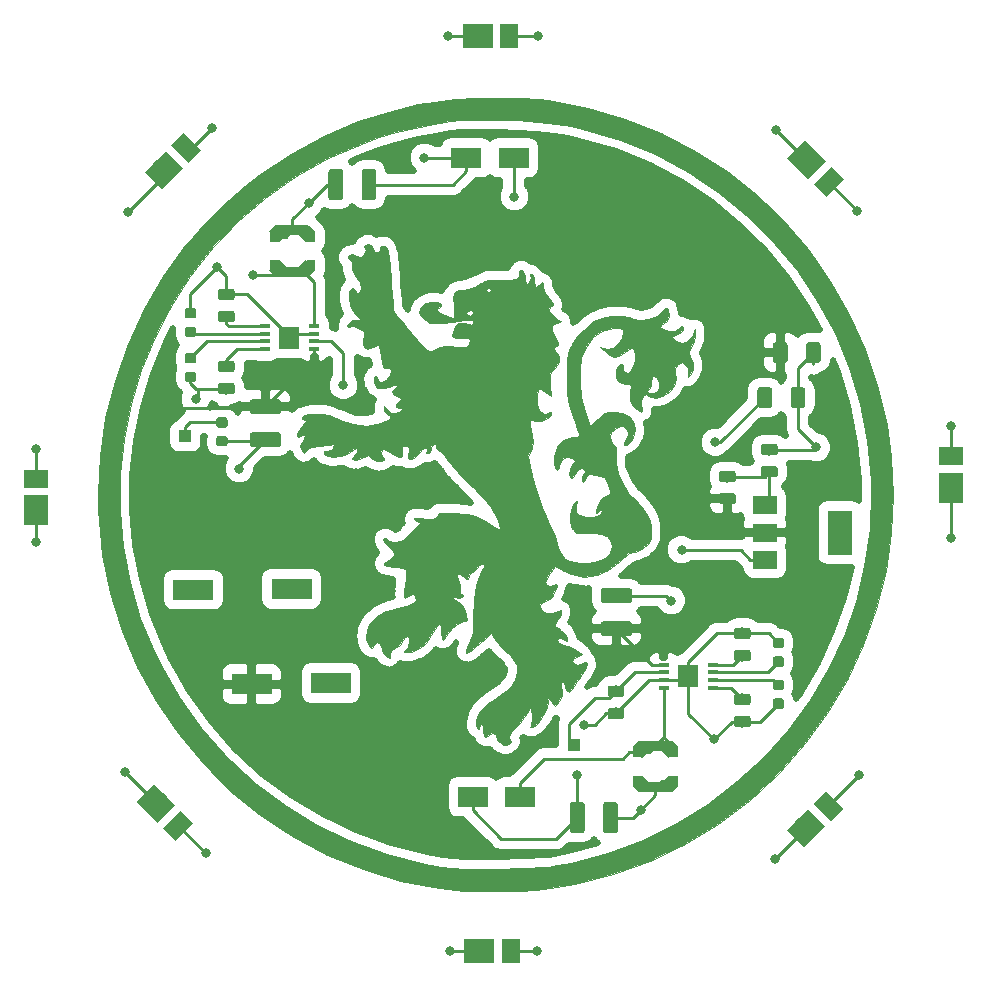
<source format=gtl>
G04 #@! TF.GenerationSoftware,KiCad,Pcbnew,(5.0.0)*
G04 #@! TF.CreationDate,2019-01-27T21:53:57-08:00*
G04 #@! TF.ProjectId,Lannister_coaster,4C616E6E69737465725F636F61737465,rev?*
G04 #@! TF.SameCoordinates,Original*
G04 #@! TF.FileFunction,Copper,L1,Top,Signal*
G04 #@! TF.FilePolarity,Positive*
%FSLAX46Y46*%
G04 Gerber Fmt 4.6, Leading zero omitted, Abs format (unit mm)*
G04 Created by KiCad (PCBNEW (5.0.0)) date 01/27/19 21:53:57*
%MOMM*%
%LPD*%
G01*
G04 APERTURE LIST*
G04 #@! TA.AperFunction,EtchedComponent*
%ADD10C,0.010000*%
G04 #@! TD*
G04 #@! TA.AperFunction,SMDPad,CuDef*
%ADD11R,2.100000X2.500000*%
G04 #@! TD*
G04 #@! TA.AperFunction,SMDPad,CuDef*
%ADD12R,2.100000X1.500000*%
G04 #@! TD*
G04 #@! TA.AperFunction,SMDPad,CuDef*
%ADD13R,2.500000X1.800000*%
G04 #@! TD*
G04 #@! TA.AperFunction,Conductor*
%ADD14C,0.100000*%
G04 #@! TD*
G04 #@! TA.AperFunction,SMDPad,CuDef*
%ADD15C,1.250000*%
G04 #@! TD*
G04 #@! TA.AperFunction,SMDPad,CuDef*
%ADD16C,0.975000*%
G04 #@! TD*
G04 #@! TA.AperFunction,SMDPad,CuDef*
%ADD17R,2.000000X3.800000*%
G04 #@! TD*
G04 #@! TA.AperFunction,SMDPad,CuDef*
%ADD18R,2.000000X1.500000*%
G04 #@! TD*
G04 #@! TA.AperFunction,SMDPad,CuDef*
%ADD19R,3.400000X1.800000*%
G04 #@! TD*
G04 #@! TA.AperFunction,SMDPad,CuDef*
%ADD20R,1.000000X1.000000*%
G04 #@! TD*
G04 #@! TA.AperFunction,SMDPad,CuDef*
%ADD21C,0.875000*%
G04 #@! TD*
G04 #@! TA.AperFunction,SMDPad,CuDef*
%ADD22C,2.100000*%
G04 #@! TD*
G04 #@! TA.AperFunction,SMDPad,CuDef*
%ADD23C,1.500000*%
G04 #@! TD*
G04 #@! TA.AperFunction,SMDPad,CuDef*
%ADD24C,0.500000*%
G04 #@! TD*
G04 #@! TA.AperFunction,SMDPad,CuDef*
%ADD25R,0.775000X0.890000*%
G04 #@! TD*
G04 #@! TA.AperFunction,SMDPad,CuDef*
%ADD26R,2.790000X0.870000*%
G04 #@! TD*
G04 #@! TA.AperFunction,SMDPad,CuDef*
%ADD27R,1.500000X2.100000*%
G04 #@! TD*
G04 #@! TA.AperFunction,SMDPad,CuDef*
%ADD28R,2.500000X2.100000*%
G04 #@! TD*
G04 #@! TA.AperFunction,SMDPad,CuDef*
%ADD29R,1.680000X1.880000*%
G04 #@! TD*
G04 #@! TA.AperFunction,SMDPad,CuDef*
%ADD30R,0.890000X0.420000*%
G04 #@! TD*
G04 #@! TA.AperFunction,ViaPad*
%ADD31C,0.800000*%
G04 #@! TD*
G04 #@! TA.AperFunction,Conductor*
%ADD32C,0.250000*%
G04 #@! TD*
G04 #@! TA.AperFunction,Conductor*
%ADD33C,0.508000*%
G04 #@! TD*
G04 APERTURE END LIST*
D10*
G04 #@! TO.C,G\002A\002A\002A*
G36*
X141963853Y-74466506D02*
X143614087Y-74579645D01*
X144356666Y-74667265D01*
X147678805Y-75293436D01*
X150867308Y-76221558D01*
X153907707Y-77436577D01*
X156785535Y-78923436D01*
X159486324Y-80667080D01*
X161995604Y-82652452D01*
X164298910Y-84864497D01*
X166381772Y-87288158D01*
X168229724Y-89908379D01*
X169828296Y-92710106D01*
X171163022Y-95678281D01*
X172219432Y-98797849D01*
X172983060Y-102053754D01*
X173387103Y-104877608D01*
X173548573Y-108096558D01*
X173382985Y-111325371D01*
X172899526Y-114533473D01*
X172107384Y-117690291D01*
X171015745Y-120765253D01*
X169633795Y-123727786D01*
X167970722Y-126547316D01*
X166107069Y-129104999D01*
X163862229Y-131627716D01*
X161404224Y-133895242D01*
X158752309Y-135896649D01*
X155925735Y-137621006D01*
X152943755Y-139057386D01*
X149825622Y-140194859D01*
X146590589Y-141022497D01*
X144477844Y-141383136D01*
X143278570Y-141506865D01*
X141854738Y-141586608D01*
X140305027Y-141622428D01*
X138728117Y-141614386D01*
X137222687Y-141562547D01*
X135887419Y-141466972D01*
X135128000Y-141377180D01*
X131823142Y-140729537D01*
X128634897Y-139771112D01*
X125581269Y-138515117D01*
X122680264Y-136974762D01*
X119949887Y-135163260D01*
X117408142Y-133093821D01*
X115073036Y-130779658D01*
X112962572Y-128233980D01*
X111094756Y-125470001D01*
X109534005Y-122597333D01*
X108247511Y-119559268D01*
X107270576Y-116403827D01*
X106598224Y-113113169D01*
X106351563Y-111191725D01*
X106259678Y-109356206D01*
X108080456Y-109356206D01*
X108352747Y-112409954D01*
X108929646Y-115457545D01*
X109818953Y-118478915D01*
X111028468Y-121454003D01*
X111515074Y-122453474D01*
X113132660Y-125270377D01*
X115010654Y-127881900D01*
X117130528Y-130274729D01*
X119473753Y-132435549D01*
X122021798Y-134351045D01*
X124756135Y-136007902D01*
X127658234Y-137392805D01*
X130709567Y-138492440D01*
X133891605Y-139293491D01*
X135297333Y-139543121D01*
X136177503Y-139639991D01*
X137340588Y-139699109D01*
X138804933Y-139721061D01*
X140462000Y-139708499D01*
X141776570Y-139683081D01*
X142824890Y-139649057D01*
X143679367Y-139600224D01*
X144412408Y-139530380D01*
X145096422Y-139433323D01*
X145803815Y-139302849D01*
X146229894Y-139214425D01*
X149386051Y-138376824D01*
X152391518Y-137251500D01*
X155232475Y-135856100D01*
X157895099Y-134208271D01*
X160365567Y-132325663D01*
X162630059Y-130225923D01*
X164674752Y-127926700D01*
X166485824Y-125445641D01*
X168049454Y-122800394D01*
X169351818Y-120008609D01*
X170379096Y-117087931D01*
X171117466Y-114056011D01*
X171553105Y-110930496D01*
X171672191Y-107729033D01*
X171644486Y-106764666D01*
X171337596Y-103492219D01*
X170717682Y-100324349D01*
X169798719Y-97277513D01*
X168594685Y-94368166D01*
X167119555Y-91612764D01*
X165387306Y-89027763D01*
X163411915Y-86629620D01*
X161207357Y-84434790D01*
X158787610Y-82459729D01*
X156166649Y-80720894D01*
X153358452Y-79234741D01*
X150376994Y-78017724D01*
X147236252Y-77086301D01*
X146246825Y-76861160D01*
X144965914Y-76644579D01*
X143446453Y-76475641D01*
X141785736Y-76358360D01*
X140081060Y-76296749D01*
X138429717Y-76294822D01*
X136929004Y-76356592D01*
X136023717Y-76439462D01*
X134633544Y-76652900D01*
X133078911Y-76969809D01*
X131486029Y-77359368D01*
X129981112Y-77790755D01*
X128710968Y-78225270D01*
X125733162Y-79533436D01*
X122958563Y-81096249D01*
X120394971Y-82893648D01*
X118050186Y-84905571D01*
X115932008Y-87111955D01*
X114048238Y-89492739D01*
X112406674Y-92027860D01*
X111015119Y-94697257D01*
X109881371Y-97480867D01*
X109013230Y-100358629D01*
X108418498Y-103310481D01*
X108104973Y-106316361D01*
X108080456Y-109356206D01*
X106259678Y-109356206D01*
X106190763Y-107979547D01*
X106356700Y-104754715D01*
X106840187Y-101547565D01*
X107632034Y-98388438D01*
X108723052Y-95307672D01*
X110104053Y-92335607D01*
X111765848Y-89502581D01*
X113699249Y-86838934D01*
X113744069Y-86783333D01*
X114758186Y-85616883D01*
X115973430Y-84361988D01*
X117300178Y-83103865D01*
X118648806Y-81927731D01*
X119848864Y-80978663D01*
X122523027Y-79175765D01*
X125319287Y-77663258D01*
X128271116Y-76426276D01*
X131411985Y-75449955D01*
X133302401Y-75003815D01*
X134761952Y-74759255D01*
X136456105Y-74580253D01*
X138286629Y-74469800D01*
X140155290Y-74430888D01*
X141963853Y-74466506D01*
X141963853Y-74466506D01*
G37*
X141963853Y-74466506D02*
X143614087Y-74579645D01*
X144356666Y-74667265D01*
X147678805Y-75293436D01*
X150867308Y-76221558D01*
X153907707Y-77436577D01*
X156785535Y-78923436D01*
X159486324Y-80667080D01*
X161995604Y-82652452D01*
X164298910Y-84864497D01*
X166381772Y-87288158D01*
X168229724Y-89908379D01*
X169828296Y-92710106D01*
X171163022Y-95678281D01*
X172219432Y-98797849D01*
X172983060Y-102053754D01*
X173387103Y-104877608D01*
X173548573Y-108096558D01*
X173382985Y-111325371D01*
X172899526Y-114533473D01*
X172107384Y-117690291D01*
X171015745Y-120765253D01*
X169633795Y-123727786D01*
X167970722Y-126547316D01*
X166107069Y-129104999D01*
X163862229Y-131627716D01*
X161404224Y-133895242D01*
X158752309Y-135896649D01*
X155925735Y-137621006D01*
X152943755Y-139057386D01*
X149825622Y-140194859D01*
X146590589Y-141022497D01*
X144477844Y-141383136D01*
X143278570Y-141506865D01*
X141854738Y-141586608D01*
X140305027Y-141622428D01*
X138728117Y-141614386D01*
X137222687Y-141562547D01*
X135887419Y-141466972D01*
X135128000Y-141377180D01*
X131823142Y-140729537D01*
X128634897Y-139771112D01*
X125581269Y-138515117D01*
X122680264Y-136974762D01*
X119949887Y-135163260D01*
X117408142Y-133093821D01*
X115073036Y-130779658D01*
X112962572Y-128233980D01*
X111094756Y-125470001D01*
X109534005Y-122597333D01*
X108247511Y-119559268D01*
X107270576Y-116403827D01*
X106598224Y-113113169D01*
X106351563Y-111191725D01*
X106259678Y-109356206D01*
X108080456Y-109356206D01*
X108352747Y-112409954D01*
X108929646Y-115457545D01*
X109818953Y-118478915D01*
X111028468Y-121454003D01*
X111515074Y-122453474D01*
X113132660Y-125270377D01*
X115010654Y-127881900D01*
X117130528Y-130274729D01*
X119473753Y-132435549D01*
X122021798Y-134351045D01*
X124756135Y-136007902D01*
X127658234Y-137392805D01*
X130709567Y-138492440D01*
X133891605Y-139293491D01*
X135297333Y-139543121D01*
X136177503Y-139639991D01*
X137340588Y-139699109D01*
X138804933Y-139721061D01*
X140462000Y-139708499D01*
X141776570Y-139683081D01*
X142824890Y-139649057D01*
X143679367Y-139600224D01*
X144412408Y-139530380D01*
X145096422Y-139433323D01*
X145803815Y-139302849D01*
X146229894Y-139214425D01*
X149386051Y-138376824D01*
X152391518Y-137251500D01*
X155232475Y-135856100D01*
X157895099Y-134208271D01*
X160365567Y-132325663D01*
X162630059Y-130225923D01*
X164674752Y-127926700D01*
X166485824Y-125445641D01*
X168049454Y-122800394D01*
X169351818Y-120008609D01*
X170379096Y-117087931D01*
X171117466Y-114056011D01*
X171553105Y-110930496D01*
X171672191Y-107729033D01*
X171644486Y-106764666D01*
X171337596Y-103492219D01*
X170717682Y-100324349D01*
X169798719Y-97277513D01*
X168594685Y-94368166D01*
X167119555Y-91612764D01*
X165387306Y-89027763D01*
X163411915Y-86629620D01*
X161207357Y-84434790D01*
X158787610Y-82459729D01*
X156166649Y-80720894D01*
X153358452Y-79234741D01*
X150376994Y-78017724D01*
X147236252Y-77086301D01*
X146246825Y-76861160D01*
X144965914Y-76644579D01*
X143446453Y-76475641D01*
X141785736Y-76358360D01*
X140081060Y-76296749D01*
X138429717Y-76294822D01*
X136929004Y-76356592D01*
X136023717Y-76439462D01*
X134633544Y-76652900D01*
X133078911Y-76969809D01*
X131486029Y-77359368D01*
X129981112Y-77790755D01*
X128710968Y-78225270D01*
X125733162Y-79533436D01*
X122958563Y-81096249D01*
X120394971Y-82893648D01*
X118050186Y-84905571D01*
X115932008Y-87111955D01*
X114048238Y-89492739D01*
X112406674Y-92027860D01*
X111015119Y-94697257D01*
X109881371Y-97480867D01*
X109013230Y-100358629D01*
X108418498Y-103310481D01*
X108104973Y-106316361D01*
X108080456Y-109356206D01*
X106259678Y-109356206D01*
X106190763Y-107979547D01*
X106356700Y-104754715D01*
X106840187Y-101547565D01*
X107632034Y-98388438D01*
X108723052Y-95307672D01*
X110104053Y-92335607D01*
X111765848Y-89502581D01*
X113699249Y-86838934D01*
X113744069Y-86783333D01*
X114758186Y-85616883D01*
X115973430Y-84361988D01*
X117300178Y-83103865D01*
X118648806Y-81927731D01*
X119848864Y-80978663D01*
X122523027Y-79175765D01*
X125319287Y-77663258D01*
X128271116Y-76426276D01*
X131411985Y-75449955D01*
X133302401Y-75003815D01*
X134761952Y-74759255D01*
X136456105Y-74580253D01*
X138286629Y-74469800D01*
X140155290Y-74430888D01*
X141963853Y-74466506D01*
G36*
X129380986Y-86987164D02*
X129507668Y-87203328D01*
X129716730Y-87455527D01*
X129957731Y-87529877D01*
X130118586Y-87428386D01*
X130103857Y-87192652D01*
X130145894Y-86994123D01*
X130350023Y-86952666D01*
X130522996Y-86994450D01*
X130658498Y-87147642D01*
X130765135Y-87453999D01*
X130851515Y-87955282D01*
X130926247Y-88693249D01*
X130997938Y-89709658D01*
X131030668Y-90254666D01*
X131089692Y-91069425D01*
X131162445Y-91773643D01*
X131239565Y-92290618D01*
X131309711Y-92540666D01*
X131558421Y-92887649D01*
X131944817Y-93375936D01*
X132416601Y-93945093D01*
X132921471Y-94534687D01*
X133407125Y-95084285D01*
X133821264Y-95533453D01*
X134111587Y-95821758D01*
X134213075Y-95895482D01*
X134501001Y-95847573D01*
X134856092Y-95669495D01*
X135182417Y-95514720D01*
X135598437Y-95459205D01*
X136213354Y-95491317D01*
X136374513Y-95507733D01*
X136974132Y-95561228D01*
X137328215Y-95549872D01*
X137526362Y-95457588D01*
X137652837Y-95278330D01*
X137741665Y-94957952D01*
X137563763Y-94788460D01*
X137096434Y-94754203D01*
X136910850Y-94766695D01*
X136428269Y-94772136D01*
X136224909Y-94639947D01*
X136260717Y-94311622D01*
X136381479Y-93993419D01*
X136561520Y-93638500D01*
X136779411Y-93471522D01*
X137123443Y-93471046D01*
X137681902Y-93615631D01*
X137795000Y-93650162D01*
X137977420Y-93575338D01*
X138006666Y-93450342D01*
X137945388Y-93293802D01*
X137709962Y-93240848D01*
X137222999Y-93274818D01*
X137202333Y-93277162D01*
X136169568Y-93394561D01*
X135418368Y-93473937D01*
X134893670Y-93514375D01*
X134540411Y-93514959D01*
X134303528Y-93474774D01*
X134127959Y-93392903D01*
X133958640Y-93268431D01*
X133900333Y-93222251D01*
X133584003Y-92892237D01*
X133436136Y-92579655D01*
X133434666Y-92554620D01*
X133587153Y-92147853D01*
X133978580Y-91836841D01*
X134509897Y-91695946D01*
X134581006Y-91694000D01*
X134960873Y-91754481D01*
X135223949Y-91895705D01*
X135296136Y-92057341D01*
X135157980Y-92163784D01*
X134955799Y-92332147D01*
X135028915Y-92558218D01*
X135337078Y-92776718D01*
X135593666Y-92870429D01*
X136031204Y-92984238D01*
X136317878Y-93044764D01*
X136349295Y-93047722D01*
X136396688Y-92894862D01*
X136400160Y-92665132D01*
X137391284Y-92665132D01*
X137446825Y-92771048D01*
X137716032Y-92881111D01*
X137951331Y-92779907D01*
X138006666Y-92625333D01*
X137876242Y-92400719D01*
X137762660Y-92371333D01*
X137485494Y-92465075D01*
X137391284Y-92665132D01*
X136400160Y-92665132D01*
X136402743Y-92494327D01*
X136368882Y-91966630D01*
X136320014Y-91390118D01*
X136348406Y-91037560D01*
X136516939Y-90836852D01*
X136888496Y-90715886D01*
X137101606Y-90678000D01*
X139022666Y-90678000D01*
X139159819Y-90828229D01*
X139276666Y-90847333D01*
X139502010Y-90755898D01*
X139530666Y-90678000D01*
X139393513Y-90527770D01*
X139276666Y-90508666D01*
X139051323Y-90600101D01*
X139022666Y-90678000D01*
X137101606Y-90678000D01*
X137525959Y-90602560D01*
X137564095Y-90596113D01*
X138138517Y-90426348D01*
X138657208Y-90161876D01*
X138696527Y-90133962D01*
X139014464Y-89941573D01*
X139368967Y-89851664D01*
X139875174Y-89845369D01*
X140288953Y-89873019D01*
X141086867Y-89885003D01*
X141599620Y-89760428D01*
X141856951Y-89487372D01*
X141901333Y-89226571D01*
X141986698Y-89008960D01*
X142052549Y-88984666D01*
X142242535Y-89134425D01*
X142375788Y-89505603D01*
X142409333Y-89845182D01*
X142475147Y-90112852D01*
X142560549Y-90170000D01*
X142748372Y-90030728D01*
X142851068Y-89731590D01*
X142809645Y-89455417D01*
X142828644Y-89342490D01*
X142936096Y-89359815D01*
X143105425Y-89574300D01*
X143169696Y-89974450D01*
X143188603Y-90378706D01*
X143289385Y-90479002D01*
X143532914Y-90309395D01*
X143623666Y-90228422D01*
X143843143Y-90057807D01*
X143922931Y-90142532D01*
X143933333Y-90430823D01*
X144076289Y-90949210D01*
X144399000Y-91400979D01*
X144684552Y-91724052D01*
X144749530Y-91913340D01*
X144618899Y-92068312D01*
X144574823Y-92101500D01*
X144384853Y-92286533D01*
X144420292Y-92492933D01*
X144550608Y-92693747D01*
X144888765Y-93037557D01*
X145179118Y-93211918D01*
X145411286Y-93317137D01*
X145357142Y-93391186D01*
X145076333Y-93472116D01*
X144766684Y-93587992D01*
X144643264Y-93773894D01*
X144698129Y-94103951D01*
X144923334Y-94652293D01*
X144944773Y-94699666D01*
X145127940Y-95142809D01*
X145156236Y-95359226D01*
X145037562Y-95419177D01*
X145025720Y-95419333D01*
X144803646Y-95509436D01*
X144851798Y-95734803D01*
X145034000Y-95927333D01*
X145261438Y-96310612D01*
X145225332Y-96792236D01*
X144938640Y-97274996D01*
X144841213Y-97373571D01*
X144587318Y-97641599D01*
X144470969Y-97910471D01*
X144462010Y-98302432D01*
X144505640Y-98733886D01*
X144616853Y-99680133D01*
X144096010Y-99309260D01*
X143749262Y-99085399D01*
X143541083Y-98994328D01*
X143522781Y-98999193D01*
X143475412Y-99188748D01*
X143414711Y-99600700D01*
X143385014Y-99855312D01*
X143358803Y-100389551D01*
X143447704Y-100730303D01*
X143668469Y-100997127D01*
X143975805Y-101219752D01*
X144193329Y-101182889D01*
X144236496Y-101144436D01*
X144471855Y-101037152D01*
X144565511Y-101075531D01*
X144540268Y-101256997D01*
X144303817Y-101522677D01*
X144275912Y-101545830D01*
X143800635Y-101793730D01*
X143283973Y-101792935D01*
X142903925Y-101749209D01*
X142774914Y-101834338D01*
X142815367Y-102113416D01*
X142826475Y-102158014D01*
X142998313Y-102961753D01*
X143040691Y-103554096D01*
X142954509Y-104036215D01*
X142845613Y-104305967D01*
X142721246Y-104597497D01*
X142665895Y-104867252D01*
X142685156Y-105200608D01*
X142784621Y-105682943D01*
X142969884Y-106399634D01*
X142986981Y-106463668D01*
X143278818Y-107520786D01*
X143538820Y-108361382D01*
X143808403Y-109099585D01*
X144128979Y-109849524D01*
X144507742Y-110654556D01*
X144792597Y-111280744D01*
X145006588Y-111820202D01*
X145113091Y-112178360D01*
X145118666Y-112232021D01*
X145245052Y-112753868D01*
X145557718Y-113268311D01*
X145781326Y-113486081D01*
X146097915Y-113622661D01*
X146610654Y-113748940D01*
X146945893Y-113802787D01*
X147797550Y-113818256D01*
X148540267Y-113660356D01*
X149136900Y-113365669D01*
X149550307Y-112970780D01*
X149743344Y-112512272D01*
X149678868Y-112026730D01*
X149319735Y-111550738D01*
X149273008Y-111510710D01*
X148905415Y-111375162D01*
X148243484Y-111317500D01*
X147832220Y-111318900D01*
X147203339Y-111324460D01*
X146818677Y-111284374D01*
X146584363Y-111172724D01*
X146406525Y-110963590D01*
X146375239Y-110916605D01*
X146200247Y-110389992D01*
X146206073Y-109727417D01*
X146380750Y-109071363D01*
X146557535Y-108745943D01*
X146713387Y-108544991D01*
X146757138Y-108595952D01*
X146712843Y-108937605D01*
X146705321Y-108984172D01*
X146677985Y-109408469D01*
X146817187Y-109656052D01*
X147036371Y-109796810D01*
X147543758Y-109930123D01*
X148130078Y-109897717D01*
X148641779Y-109720160D01*
X148847718Y-109554185D01*
X148946075Y-109352281D01*
X148829780Y-109317372D01*
X148584192Y-109459324D01*
X148520167Y-109516333D01*
X148375223Y-109615593D01*
X148378799Y-109456259D01*
X148419266Y-109304666D01*
X148644932Y-108740192D01*
X148933001Y-108317030D01*
X149220955Y-108123191D01*
X149261243Y-108119333D01*
X149543088Y-108023266D01*
X149595108Y-107718442D01*
X149438108Y-107217568D01*
X149247920Y-106799211D01*
X149053402Y-106570219D01*
X148739730Y-106444876D01*
X148280467Y-106353424D01*
X147849119Y-106300839D01*
X147636622Y-106373678D01*
X147541051Y-106585184D01*
X147407290Y-106865060D01*
X147300250Y-106934000D01*
X147168125Y-106810171D01*
X147175612Y-106555072D01*
X147316893Y-106343287D01*
X147320000Y-106341333D01*
X147488345Y-106096488D01*
X147402200Y-105848313D01*
X147142492Y-105748666D01*
X146796794Y-105911390D01*
X146580867Y-106259486D01*
X146406197Y-106572711D01*
X146262915Y-106663565D01*
X146250375Y-106654597D01*
X146138616Y-106342977D01*
X146172453Y-105899640D01*
X146332080Y-105488403D01*
X146402715Y-105394476D01*
X146576562Y-105155756D01*
X146490130Y-105009463D01*
X146360381Y-104935485D01*
X145912410Y-104847508D01*
X145522347Y-105005314D01*
X145303421Y-105350439D01*
X145288000Y-105489210D01*
X145228922Y-105810012D01*
X145113352Y-105918000D01*
X144891834Y-105768486D01*
X144805933Y-105349038D01*
X144863331Y-104703293D01*
X144881980Y-104603674D01*
X145161940Y-103868777D01*
X145658407Y-103393340D01*
X146367411Y-103181025D01*
X146431000Y-103175671D01*
X146805699Y-103138585D01*
X146979786Y-103100654D01*
X146981333Y-103097616D01*
X146930068Y-102931589D01*
X146792021Y-102515975D01*
X146590810Y-101921354D01*
X146440887Y-101482634D01*
X146188072Y-100703483D01*
X146027461Y-100062987D01*
X145938291Y-99431057D01*
X145899797Y-98677603D01*
X145892036Y-98044000D01*
X145895156Y-97198317D01*
X145923712Y-96599191D01*
X145992961Y-96154667D01*
X146118160Y-95772787D01*
X146314567Y-95361595D01*
X146347586Y-95298413D01*
X146666589Y-94778442D01*
X146998617Y-94370997D01*
X147192771Y-94213206D01*
X147587094Y-93925348D01*
X147796990Y-93696667D01*
X148237438Y-93328122D01*
X148903949Y-93059877D01*
X149694779Y-92907152D01*
X150508186Y-92885169D01*
X151242427Y-93009150D01*
X151555371Y-93134387D01*
X152152205Y-93273777D01*
X152847319Y-93189405D01*
X153516669Y-92912986D01*
X154011510Y-92506406D01*
X154283024Y-92223093D01*
X154434251Y-92195722D01*
X154500800Y-92306380D01*
X154591129Y-92879942D01*
X154367992Y-93330239D01*
X154159874Y-93499447D01*
X153870757Y-93712184D01*
X153845109Y-93856006D01*
X154022905Y-94011351D01*
X154527346Y-94213249D01*
X155045026Y-94163734D01*
X155339142Y-93980000D01*
X155628056Y-93751371D01*
X155765822Y-93811977D01*
X155786666Y-93988174D01*
X155644836Y-94225241D01*
X155298719Y-94454528D01*
X155252335Y-94475018D01*
X154718004Y-94699687D01*
X155159377Y-94988886D01*
X155689032Y-95184752D01*
X156150617Y-95054671D01*
X156512456Y-94609402D01*
X156557008Y-94514171D01*
X156789410Y-93980000D01*
X156796038Y-94545957D01*
X156693812Y-95099585D01*
X156467381Y-95538161D01*
X156251187Y-95862811D01*
X156252047Y-96103366D01*
X156382715Y-96322214D01*
X156606792Y-96894525D01*
X156567078Y-97499028D01*
X156367796Y-97884635D01*
X156181158Y-98097091D01*
X156146515Y-98029629D01*
X156195724Y-97771432D01*
X156163768Y-97300346D01*
X155953261Y-97025521D01*
X155686934Y-96822060D01*
X155484540Y-96856228D01*
X155289208Y-97018459D01*
X155062108Y-97333855D01*
X155110960Y-97709476D01*
X155115684Y-97722037D01*
X155166707Y-98288820D01*
X154954554Y-98862525D01*
X154543066Y-99362009D01*
X153996082Y-99706126D01*
X153468326Y-99815910D01*
X153063448Y-99774117D01*
X152831014Y-99664731D01*
X152827903Y-99660062D01*
X152618368Y-99556499D01*
X152365145Y-99691254D01*
X152179547Y-100001531D01*
X152171380Y-100030423D01*
X152169264Y-100467054D01*
X152245318Y-100696043D01*
X152313908Y-100951586D01*
X152186125Y-101016171D01*
X151933735Y-100905714D01*
X151628505Y-100636128D01*
X151549134Y-100541666D01*
X151307406Y-100138751D01*
X151248031Y-99691093D01*
X151279605Y-99356333D01*
X151289311Y-99264375D01*
X152734036Y-99264375D01*
X152846408Y-99418404D01*
X153193275Y-99453468D01*
X153204333Y-99452247D01*
X153563598Y-99333987D01*
X153710758Y-99020580D01*
X153724568Y-98922760D01*
X153683387Y-98461808D01*
X153493597Y-98100467D01*
X153225932Y-97959333D01*
X153120772Y-98106335D01*
X153077333Y-98457339D01*
X153025135Y-98848397D01*
X152908000Y-99060000D01*
X152734036Y-99264375D01*
X151289311Y-99264375D01*
X151327047Y-98906858D01*
X151273640Y-98698955D01*
X151071198Y-98639651D01*
X150906627Y-98636666D01*
X150484503Y-98567575D01*
X150232533Y-98433466D01*
X150054086Y-98075300D01*
X150049854Y-97631862D01*
X150190874Y-97224114D01*
X150448184Y-96973021D01*
X150589316Y-96943333D01*
X150675773Y-97066908D01*
X150650182Y-97184952D01*
X150683752Y-97485738D01*
X150790068Y-97619616D01*
X151075348Y-97698404D01*
X151343343Y-97518119D01*
X151560781Y-97157981D01*
X151694387Y-96697206D01*
X151710888Y-96215012D01*
X151577010Y-95790615D01*
X151565895Y-95772528D01*
X151420687Y-95657112D01*
X151192598Y-95741421D01*
X150878163Y-95984194D01*
X150344698Y-96339454D01*
X149886393Y-96397252D01*
X149418336Y-96158577D01*
X149234442Y-96003313D01*
X148759333Y-95571294D01*
X149288718Y-95673500D01*
X149846210Y-95641966D01*
X150280495Y-95301812D01*
X150551514Y-94789366D01*
X150708019Y-94282712D01*
X150661826Y-94007612D01*
X150369401Y-93911233D01*
X149847386Y-93934811D01*
X148911371Y-94185070D01*
X148122925Y-94723929D01*
X147514539Y-95521468D01*
X147153381Y-96415414D01*
X147003063Y-97373080D01*
X147004391Y-98520472D01*
X147146652Y-99750106D01*
X147419137Y-100954495D01*
X147682763Y-101727832D01*
X147869776Y-102194331D01*
X148526709Y-101600832D01*
X148998041Y-101226426D01*
X149421328Y-101050933D01*
X149958180Y-101007333D01*
X150690817Y-101136445D01*
X151249095Y-101481518D01*
X151598478Y-101979163D01*
X151704430Y-102565986D01*
X151532418Y-103178596D01*
X151313738Y-103495557D01*
X150985704Y-103798716D01*
X150793360Y-103841889D01*
X150786524Y-103647587D01*
X150951106Y-103331688D01*
X151121540Y-103015007D01*
X151082463Y-102773139D01*
X150890237Y-102512662D01*
X150635015Y-102245978D01*
X150407250Y-102214568D01*
X150081934Y-102367341D01*
X149679527Y-102735123D01*
X149552070Y-103193042D01*
X149715520Y-103646819D01*
X149841971Y-103785017D01*
X150050236Y-104047096D01*
X150118491Y-104397371D01*
X150084936Y-104880885D01*
X150061954Y-105397386D01*
X150147017Y-105892188D01*
X150368306Y-106495801D01*
X150496340Y-106786065D01*
X150801653Y-107381780D01*
X151118296Y-107876489D01*
X151378171Y-108163915D01*
X151380117Y-108165288D01*
X151682589Y-108441046D01*
X152082990Y-108887358D01*
X152418059Y-109307928D01*
X152793655Y-109847368D01*
X152993061Y-110279434D01*
X153069034Y-110746306D01*
X153077333Y-111084616D01*
X153052856Y-111644898D01*
X152944084Y-112004077D01*
X152698002Y-112298270D01*
X152556341Y-112422280D01*
X152113311Y-112708514D01*
X151684767Y-112855486D01*
X151614014Y-112860666D01*
X151186456Y-113010131D01*
X150618057Y-113460560D01*
X150378770Y-113696276D01*
X149443275Y-114456378D01*
X148443478Y-114884119D01*
X147383357Y-114978851D01*
X146266889Y-114739924D01*
X145637236Y-114469567D01*
X144885805Y-114092353D01*
X144494236Y-114669363D01*
X144245631Y-115087970D01*
X144110712Y-115416855D01*
X144102666Y-115474736D01*
X144233283Y-115730499D01*
X144517616Y-115807523D01*
X144756543Y-115695056D01*
X144976797Y-115577865D01*
X145065475Y-115712896D01*
X144973427Y-116019177D01*
X144783184Y-116434098D01*
X144711691Y-116631767D01*
X144492555Y-116875565D01*
X144106663Y-117033933D01*
X143704977Y-117189379D01*
X143616601Y-117453168D01*
X143822196Y-117848435D01*
X144140903Y-118062371D01*
X144635629Y-118039225D01*
X145161000Y-117859658D01*
X145402816Y-117842871D01*
X145448415Y-118040522D01*
X145302143Y-118394158D01*
X145099361Y-118688748D01*
X144876590Y-119000570D01*
X144798287Y-119170296D01*
X144803028Y-119177250D01*
X144980787Y-119269407D01*
X145331659Y-119449359D01*
X145372666Y-119470325D01*
X145796035Y-119817368D01*
X145937338Y-120147658D01*
X145948638Y-120424229D01*
X145843388Y-120414029D01*
X145776471Y-120353666D01*
X145462651Y-120165195D01*
X145206285Y-120189659D01*
X145118666Y-120377883D01*
X145271021Y-120640841D01*
X145672278Y-120795943D01*
X145956346Y-120819333D01*
X146290942Y-120919617D01*
X146694999Y-121163255D01*
X146723810Y-121185482D01*
X147189293Y-121551630D01*
X146726385Y-121794172D01*
X146423506Y-121982813D01*
X146392438Y-122139919D01*
X146517983Y-122291221D01*
X146803138Y-122454684D01*
X147119779Y-122359863D01*
X147434667Y-122213468D01*
X147574278Y-122174000D01*
X147633309Y-122297466D01*
X147543875Y-122601295D01*
X147347705Y-122985634D01*
X147086528Y-123350630D01*
X147078920Y-123359333D01*
X146743659Y-123817416D01*
X146508908Y-124248333D01*
X146293343Y-124580963D01*
X146064877Y-124714000D01*
X145861614Y-124563962D01*
X145764914Y-124248333D01*
X145675218Y-123940763D01*
X145542000Y-123867333D01*
X145409115Y-124011938D01*
X145423052Y-124301906D01*
X145519589Y-124645059D01*
X145489582Y-125093533D01*
X145263711Y-125468417D01*
X144894823Y-125937382D01*
X144586214Y-125537357D01*
X144277604Y-125137333D01*
X144309004Y-125570005D01*
X144231384Y-126001330D01*
X143995952Y-126556154D01*
X143669903Y-127104864D01*
X143320434Y-127517845D01*
X143282329Y-127550333D01*
X142991274Y-127729548D01*
X142823001Y-127739902D01*
X142856803Y-127585487D01*
X142898634Y-127530530D01*
X143008572Y-127152188D01*
X142945271Y-126641530D01*
X142799806Y-125984000D01*
X142562236Y-126485731D01*
X142311553Y-126885298D01*
X141915824Y-127386349D01*
X141600773Y-127733287D01*
X141202579Y-128170113D01*
X141025042Y-128453705D01*
X141032541Y-128652223D01*
X141081884Y-128726129D01*
X141194721Y-128963561D01*
X141043778Y-129126979D01*
X140780080Y-129260359D01*
X140548944Y-129219600D01*
X140335000Y-129103103D01*
X140089354Y-128860554D01*
X140038666Y-128705653D01*
X139919788Y-128410740D01*
X139807133Y-128288645D01*
X139559822Y-128196813D01*
X139363066Y-128352578D01*
X139088489Y-128586397D01*
X138919048Y-128498720D01*
X138854129Y-128089141D01*
X138853333Y-128016000D01*
X138810802Y-127624265D01*
X138706222Y-127428452D01*
X138684000Y-127423333D01*
X138539127Y-127562624D01*
X138514666Y-127711200D01*
X138469697Y-127898390D01*
X138309052Y-127793452D01*
X138200556Y-127580963D01*
X138238446Y-127236661D01*
X138351386Y-126872411D01*
X138520727Y-126487925D01*
X138774815Y-126148382D01*
X139179379Y-125785943D01*
X139800149Y-125332766D01*
X139929898Y-125243204D01*
X140733484Y-124645404D01*
X141251826Y-124146686D01*
X141496231Y-123765151D01*
X141706605Y-123021118D01*
X141666258Y-122427115D01*
X141478000Y-122113523D01*
X141270668Y-121841388D01*
X141224000Y-121706709D01*
X141090708Y-121523718D01*
X140806188Y-121330288D01*
X140455609Y-121051002D01*
X140072405Y-120615746D01*
X139945995Y-120438198D01*
X139503613Y-119769714D01*
X139051473Y-120164198D01*
X138620915Y-120545208D01*
X138137942Y-120979805D01*
X138051536Y-121058433D01*
X137635033Y-121376162D01*
X137406251Y-121418734D01*
X137380890Y-121202714D01*
X137574644Y-120744669D01*
X137641153Y-120625329D01*
X137844879Y-120214289D01*
X137959525Y-119791687D01*
X138004844Y-119244867D01*
X138002873Y-118562343D01*
X138050223Y-116964852D01*
X138267435Y-115647847D01*
X138656787Y-114597515D01*
X138657398Y-114596333D01*
X138865970Y-114157703D01*
X138907721Y-113940319D01*
X138793478Y-113877093D01*
X138773543Y-113876666D01*
X138490031Y-114007525D01*
X138306035Y-114215333D01*
X138066558Y-114480791D01*
X137901016Y-114554000D01*
X137711676Y-114696452D01*
X137610352Y-114925489D01*
X137516804Y-115179789D01*
X137369517Y-115157292D01*
X137196269Y-115010156D01*
X136837765Y-114755603D01*
X136621492Y-114727833D01*
X136600007Y-114911846D01*
X136720605Y-115145919D01*
X136912970Y-115686598D01*
X136891056Y-115992585D01*
X136869123Y-116325679D01*
X136972309Y-116416666D01*
X137151256Y-116535021D01*
X137160000Y-116586000D01*
X137015398Y-116714397D01*
X136746660Y-116755333D01*
X136388114Y-116692897D01*
X136228666Y-116586000D01*
X135981853Y-116427050D01*
X135922339Y-116421951D01*
X135929241Y-116500966D01*
X136171490Y-116696435D01*
X136386102Y-116836053D01*
X136879231Y-117171449D01*
X137159750Y-117490329D01*
X137320087Y-117923309D01*
X137390050Y-118254863D01*
X137436530Y-118630448D01*
X137362659Y-118750594D01*
X137240220Y-118724391D01*
X136995483Y-118783028D01*
X136624075Y-119022206D01*
X136216772Y-119362828D01*
X135864352Y-119725799D01*
X135657591Y-120032023D01*
X135636000Y-120122184D01*
X135518406Y-120302249D01*
X135466666Y-120311333D01*
X135361524Y-120160907D01*
X135302199Y-119784255D01*
X135297333Y-119619888D01*
X135252557Y-119154253D01*
X135115805Y-119006172D01*
X134883443Y-119177005D01*
X134551834Y-119668112D01*
X134387578Y-119960082D01*
X134010198Y-120557405D01*
X133606840Y-120941513D01*
X133157959Y-121185489D01*
X132724037Y-121336757D01*
X132360599Y-121398613D01*
X132135314Y-121375805D01*
X132115849Y-121273082D01*
X132312254Y-121126153D01*
X132484833Y-120900362D01*
X132577033Y-120546056D01*
X132576909Y-120197309D01*
X132472513Y-119988194D01*
X132415036Y-119972666D01*
X132223983Y-120109786D01*
X132054403Y-120384554D01*
X131763466Y-120746710D01*
X131367728Y-121003138D01*
X131009854Y-121224537D01*
X130944433Y-121496683D01*
X130950508Y-121522583D01*
X130969813Y-121778063D01*
X130921147Y-121832740D01*
X130574373Y-121669231D01*
X130303872Y-121252340D01*
X130243251Y-121069934D01*
X130063679Y-120667808D01*
X129845804Y-120518082D01*
X129654013Y-120646977D01*
X129592796Y-120805061D01*
X129452342Y-121030831D01*
X129262608Y-120975793D01*
X129072431Y-120683283D01*
X128935203Y-120221564D01*
X128968496Y-119538577D01*
X129292843Y-118889859D01*
X129861283Y-118330653D01*
X130626854Y-117916202D01*
X130994680Y-117798899D01*
X131620382Y-117636346D01*
X132280888Y-117464165D01*
X132358810Y-117443802D01*
X132932020Y-117217909D01*
X133175723Y-116927203D01*
X133101868Y-116595494D01*
X132913170Y-116468150D01*
X132620667Y-116568517D01*
X132320351Y-116714486D01*
X132198603Y-116755333D01*
X132167624Y-116605366D01*
X132172317Y-116227445D01*
X132205322Y-115729537D01*
X132259282Y-115219609D01*
X132326837Y-114805628D01*
X132333501Y-114776044D01*
X132325923Y-114432304D01*
X132081908Y-114227325D01*
X131563721Y-114138641D01*
X131249533Y-114130666D01*
X130742163Y-114084582D01*
X130457842Y-113961619D01*
X130431089Y-113919000D01*
X130495192Y-113732342D01*
X130600310Y-113707333D01*
X130888859Y-113590811D01*
X131144847Y-113372886D01*
X131318507Y-113149120D01*
X131313051Y-112965847D01*
X131098889Y-112715244D01*
X130917092Y-112542948D01*
X130541082Y-112132345D01*
X130390543Y-111831351D01*
X130483555Y-111683412D01*
X130556000Y-111675333D01*
X130720412Y-111804191D01*
X130725333Y-111844666D01*
X130875500Y-111950955D01*
X131250391Y-112009830D01*
X131398763Y-112014000D01*
X131902369Y-111960685D01*
X132221836Y-111757172D01*
X132357991Y-111577816D01*
X132687728Y-111197064D01*
X133142373Y-110806272D01*
X133247869Y-110731149D01*
X133596956Y-110478133D01*
X133680872Y-110355981D01*
X133524705Y-110321074D01*
X133483968Y-110320666D01*
X133136555Y-110240669D01*
X132996848Y-110127895D01*
X133015116Y-110015345D01*
X133305964Y-110019680D01*
X133509051Y-110053565D01*
X134088062Y-110109492D01*
X134590628Y-110067717D01*
X134932882Y-109945552D01*
X135030958Y-109760311D01*
X135024763Y-109740668D01*
X135013930Y-109650745D01*
X135095294Y-109594698D01*
X135316413Y-109571970D01*
X135724847Y-109582005D01*
X136368157Y-109624247D01*
X137293902Y-109698139D01*
X137462810Y-109712147D01*
X138180856Y-109888023D01*
X139013634Y-110284932D01*
X139181667Y-110385262D01*
X139691565Y-110691655D01*
X140082992Y-110911378D01*
X140273036Y-110997944D01*
X140274485Y-110998000D01*
X140296479Y-110864579D01*
X140190793Y-110521881D01*
X139994979Y-110056254D01*
X139746588Y-109554045D01*
X139483172Y-109101602D01*
X139390790Y-108966000D01*
X139074317Y-108584636D01*
X138588886Y-108065211D01*
X138017942Y-107495466D01*
X137752782Y-107243644D01*
X137128029Y-106623166D01*
X136515416Y-105951683D01*
X136018875Y-105345030D01*
X135891642Y-105169310D01*
X135528650Y-104691292D01*
X135206205Y-104351544D01*
X134997070Y-104224666D01*
X134830688Y-104110997D01*
X134850568Y-103970666D01*
X134826565Y-103751892D01*
X134711129Y-103716666D01*
X134502449Y-103860359D01*
X134420110Y-104084403D01*
X134290595Y-104408166D01*
X134154218Y-104521885D01*
X134016181Y-104476003D01*
X134045334Y-104323482D01*
X134060701Y-104090840D01*
X133906649Y-104050396D01*
X133671813Y-104175024D01*
X133444827Y-104437595D01*
X133399987Y-104521000D01*
X133102024Y-104893303D01*
X132787949Y-105042104D01*
X132536784Y-105048580D01*
X132456790Y-104909247D01*
X132503810Y-104536029D01*
X132512047Y-104491771D01*
X132565168Y-104090820D01*
X132490511Y-103921059D01*
X132247011Y-103886000D01*
X131990185Y-103930247D01*
X131929495Y-104129951D01*
X131969933Y-104394000D01*
X131988392Y-104767684D01*
X131830161Y-104893665D01*
X131473778Y-104774117D01*
X131013517Y-104490932D01*
X130603515Y-104245436D01*
X130359106Y-104203260D01*
X130225799Y-104299132D01*
X130150257Y-104547261D01*
X130298047Y-104729386D01*
X130467087Y-104968354D01*
X130459475Y-105090519D01*
X130200707Y-105232395D01*
X129813938Y-105207729D01*
X129451644Y-105039790D01*
X129333714Y-104918736D01*
X129124662Y-104701102D01*
X128896162Y-104756613D01*
X128783748Y-104834069D01*
X128351347Y-105025270D01*
X128042057Y-105071333D01*
X127753587Y-105049274D01*
X127765067Y-104925760D01*
X127905088Y-104761666D01*
X128122954Y-104434741D01*
X128183285Y-104163226D01*
X128069247Y-104055333D01*
X127877261Y-104160173D01*
X127571442Y-104414030D01*
X127554939Y-104429443D01*
X127166776Y-104658316D01*
X126651876Y-104795972D01*
X126113304Y-104837523D01*
X125654123Y-104778084D01*
X125377399Y-104612768D01*
X125343711Y-104534274D01*
X125379764Y-104330420D01*
X125620975Y-104338566D01*
X125972291Y-104284726D01*
X126139119Y-104081891D01*
X126231020Y-103862409D01*
X126137173Y-103784145D01*
X125789939Y-103807997D01*
X125687951Y-103821080D01*
X124897124Y-103930943D01*
X124377245Y-104024315D01*
X124062389Y-104119503D01*
X123886631Y-104234815D01*
X123807719Y-104343219D01*
X123673322Y-104509168D01*
X123540941Y-104397152D01*
X123459414Y-104253469D01*
X123357518Y-103911587D01*
X123485419Y-103556626D01*
X123546570Y-103459107D01*
X123720425Y-103095980D01*
X123691901Y-102907220D01*
X123484875Y-102947997D01*
X123363425Y-103035937D01*
X123150754Y-103140318D01*
X123081005Y-103024016D01*
X123136822Y-102764686D01*
X123300852Y-102439984D01*
X123555738Y-102127566D01*
X123569269Y-102114852D01*
X123846223Y-101834683D01*
X123878476Y-101709993D01*
X123724491Y-101684666D01*
X123499921Y-101592993D01*
X123485662Y-101473000D01*
X123694452Y-101337493D01*
X124181491Y-101242595D01*
X124569830Y-101211714D01*
X125214757Y-101212477D01*
X125765322Y-101311114D01*
X126380437Y-101542800D01*
X126673057Y-101677247D01*
X127847981Y-102090820D01*
X128984730Y-102185099D01*
X130145273Y-101964310D01*
X130271835Y-101922748D01*
X130796701Y-101722844D01*
X131020082Y-101561335D01*
X130969328Y-101395596D01*
X130725333Y-101215964D01*
X130461412Y-100934569D01*
X130395548Y-100709565D01*
X130431615Y-100541762D01*
X130557707Y-100641625D01*
X130670202Y-100795666D01*
X131044804Y-101099944D01*
X131491869Y-101157496D01*
X131881958Y-100955072D01*
X131910666Y-100922666D01*
X132019734Y-100728039D01*
X131844220Y-100670059D01*
X131762067Y-100668666D01*
X131457996Y-100595169D01*
X131452203Y-100397705D01*
X131743686Y-100110816D01*
X131779011Y-100085601D01*
X132001617Y-99891857D01*
X131925840Y-99822802D01*
X131896042Y-99822000D01*
X131560610Y-99726047D01*
X131308031Y-99578469D01*
X131081443Y-99383688D01*
X131124414Y-99236938D01*
X131317733Y-99084314D01*
X131559002Y-98847341D01*
X131517757Y-98732486D01*
X131232891Y-98755122D01*
X130832132Y-98892332D01*
X130318020Y-99050354D01*
X129947661Y-99007792D01*
X129874799Y-98973263D01*
X129663576Y-98744000D01*
X129548191Y-98412413D01*
X129549786Y-98108059D01*
X129689503Y-97960496D01*
X129709333Y-97959333D01*
X129861211Y-98095762D01*
X129878666Y-98203339D01*
X129981078Y-98502769D01*
X130248370Y-98542485D01*
X130620627Y-98316076D01*
X130653202Y-98286223D01*
X130969756Y-97891873D01*
X131062092Y-97558406D01*
X130927699Y-97354420D01*
X130688290Y-97326329D01*
X130473650Y-97314722D01*
X130340521Y-97172520D01*
X130249602Y-96825131D01*
X130183220Y-96367708D01*
X130106134Y-95827518D01*
X130037950Y-95443901D01*
X130000864Y-95315753D01*
X129831695Y-95347907D01*
X129494154Y-95498231D01*
X129472310Y-95509480D01*
X129023364Y-95669866D01*
X128773374Y-95561024D01*
X128695022Y-95165704D01*
X128698989Y-95021232D01*
X128714250Y-94584559D01*
X128710489Y-94296876D01*
X128550893Y-94097157D01*
X128202836Y-93907345D01*
X127812727Y-93787919D01*
X127526973Y-93799362D01*
X127518220Y-93804350D01*
X127354070Y-93819120D01*
X127338666Y-93769860D01*
X127487136Y-93475818D01*
X127849101Y-93267565D01*
X128157369Y-93218000D01*
X128569672Y-93218000D01*
X128136830Y-92877527D01*
X127812753Y-92485406D01*
X127576714Y-91949780D01*
X127457092Y-91385446D01*
X127482272Y-90907202D01*
X127596072Y-90690269D01*
X127799239Y-90540432D01*
X127920994Y-90677252D01*
X127943228Y-90732602D01*
X128137499Y-90990735D01*
X128344292Y-90951576D01*
X128478187Y-90642030D01*
X128487840Y-90561072D01*
X128366078Y-90028115D01*
X128080316Y-89640759D01*
X127774009Y-89229457D01*
X127721733Y-88850658D01*
X127741854Y-88750647D01*
X127747203Y-88360742D01*
X127551310Y-88157506D01*
X127356398Y-87980346D01*
X127462245Y-87779434D01*
X127687442Y-87658057D01*
X128005134Y-87750191D01*
X128099216Y-87798557D01*
X128430041Y-87935440D01*
X128639134Y-87856152D01*
X128765970Y-87702482D01*
X128904382Y-87356141D01*
X128850134Y-87191566D01*
X128774931Y-86960223D01*
X128807691Y-86894753D01*
X129095982Y-86787498D01*
X129380986Y-86987164D01*
X129380986Y-86987164D01*
G37*
X129380986Y-86987164D02*
X129507668Y-87203328D01*
X129716730Y-87455527D01*
X129957731Y-87529877D01*
X130118586Y-87428386D01*
X130103857Y-87192652D01*
X130145894Y-86994123D01*
X130350023Y-86952666D01*
X130522996Y-86994450D01*
X130658498Y-87147642D01*
X130765135Y-87453999D01*
X130851515Y-87955282D01*
X130926247Y-88693249D01*
X130997938Y-89709658D01*
X131030668Y-90254666D01*
X131089692Y-91069425D01*
X131162445Y-91773643D01*
X131239565Y-92290618D01*
X131309711Y-92540666D01*
X131558421Y-92887649D01*
X131944817Y-93375936D01*
X132416601Y-93945093D01*
X132921471Y-94534687D01*
X133407125Y-95084285D01*
X133821264Y-95533453D01*
X134111587Y-95821758D01*
X134213075Y-95895482D01*
X134501001Y-95847573D01*
X134856092Y-95669495D01*
X135182417Y-95514720D01*
X135598437Y-95459205D01*
X136213354Y-95491317D01*
X136374513Y-95507733D01*
X136974132Y-95561228D01*
X137328215Y-95549872D01*
X137526362Y-95457588D01*
X137652837Y-95278330D01*
X137741665Y-94957952D01*
X137563763Y-94788460D01*
X137096434Y-94754203D01*
X136910850Y-94766695D01*
X136428269Y-94772136D01*
X136224909Y-94639947D01*
X136260717Y-94311622D01*
X136381479Y-93993419D01*
X136561520Y-93638500D01*
X136779411Y-93471522D01*
X137123443Y-93471046D01*
X137681902Y-93615631D01*
X137795000Y-93650162D01*
X137977420Y-93575338D01*
X138006666Y-93450342D01*
X137945388Y-93293802D01*
X137709962Y-93240848D01*
X137222999Y-93274818D01*
X137202333Y-93277162D01*
X136169568Y-93394561D01*
X135418368Y-93473937D01*
X134893670Y-93514375D01*
X134540411Y-93514959D01*
X134303528Y-93474774D01*
X134127959Y-93392903D01*
X133958640Y-93268431D01*
X133900333Y-93222251D01*
X133584003Y-92892237D01*
X133436136Y-92579655D01*
X133434666Y-92554620D01*
X133587153Y-92147853D01*
X133978580Y-91836841D01*
X134509897Y-91695946D01*
X134581006Y-91694000D01*
X134960873Y-91754481D01*
X135223949Y-91895705D01*
X135296136Y-92057341D01*
X135157980Y-92163784D01*
X134955799Y-92332147D01*
X135028915Y-92558218D01*
X135337078Y-92776718D01*
X135593666Y-92870429D01*
X136031204Y-92984238D01*
X136317878Y-93044764D01*
X136349295Y-93047722D01*
X136396688Y-92894862D01*
X136400160Y-92665132D01*
X137391284Y-92665132D01*
X137446825Y-92771048D01*
X137716032Y-92881111D01*
X137951331Y-92779907D01*
X138006666Y-92625333D01*
X137876242Y-92400719D01*
X137762660Y-92371333D01*
X137485494Y-92465075D01*
X137391284Y-92665132D01*
X136400160Y-92665132D01*
X136402743Y-92494327D01*
X136368882Y-91966630D01*
X136320014Y-91390118D01*
X136348406Y-91037560D01*
X136516939Y-90836852D01*
X136888496Y-90715886D01*
X137101606Y-90678000D01*
X139022666Y-90678000D01*
X139159819Y-90828229D01*
X139276666Y-90847333D01*
X139502010Y-90755898D01*
X139530666Y-90678000D01*
X139393513Y-90527770D01*
X139276666Y-90508666D01*
X139051323Y-90600101D01*
X139022666Y-90678000D01*
X137101606Y-90678000D01*
X137525959Y-90602560D01*
X137564095Y-90596113D01*
X138138517Y-90426348D01*
X138657208Y-90161876D01*
X138696527Y-90133962D01*
X139014464Y-89941573D01*
X139368967Y-89851664D01*
X139875174Y-89845369D01*
X140288953Y-89873019D01*
X141086867Y-89885003D01*
X141599620Y-89760428D01*
X141856951Y-89487372D01*
X141901333Y-89226571D01*
X141986698Y-89008960D01*
X142052549Y-88984666D01*
X142242535Y-89134425D01*
X142375788Y-89505603D01*
X142409333Y-89845182D01*
X142475147Y-90112852D01*
X142560549Y-90170000D01*
X142748372Y-90030728D01*
X142851068Y-89731590D01*
X142809645Y-89455417D01*
X142828644Y-89342490D01*
X142936096Y-89359815D01*
X143105425Y-89574300D01*
X143169696Y-89974450D01*
X143188603Y-90378706D01*
X143289385Y-90479002D01*
X143532914Y-90309395D01*
X143623666Y-90228422D01*
X143843143Y-90057807D01*
X143922931Y-90142532D01*
X143933333Y-90430823D01*
X144076289Y-90949210D01*
X144399000Y-91400979D01*
X144684552Y-91724052D01*
X144749530Y-91913340D01*
X144618899Y-92068312D01*
X144574823Y-92101500D01*
X144384853Y-92286533D01*
X144420292Y-92492933D01*
X144550608Y-92693747D01*
X144888765Y-93037557D01*
X145179118Y-93211918D01*
X145411286Y-93317137D01*
X145357142Y-93391186D01*
X145076333Y-93472116D01*
X144766684Y-93587992D01*
X144643264Y-93773894D01*
X144698129Y-94103951D01*
X144923334Y-94652293D01*
X144944773Y-94699666D01*
X145127940Y-95142809D01*
X145156236Y-95359226D01*
X145037562Y-95419177D01*
X145025720Y-95419333D01*
X144803646Y-95509436D01*
X144851798Y-95734803D01*
X145034000Y-95927333D01*
X145261438Y-96310612D01*
X145225332Y-96792236D01*
X144938640Y-97274996D01*
X144841213Y-97373571D01*
X144587318Y-97641599D01*
X144470969Y-97910471D01*
X144462010Y-98302432D01*
X144505640Y-98733886D01*
X144616853Y-99680133D01*
X144096010Y-99309260D01*
X143749262Y-99085399D01*
X143541083Y-98994328D01*
X143522781Y-98999193D01*
X143475412Y-99188748D01*
X143414711Y-99600700D01*
X143385014Y-99855312D01*
X143358803Y-100389551D01*
X143447704Y-100730303D01*
X143668469Y-100997127D01*
X143975805Y-101219752D01*
X144193329Y-101182889D01*
X144236496Y-101144436D01*
X144471855Y-101037152D01*
X144565511Y-101075531D01*
X144540268Y-101256997D01*
X144303817Y-101522677D01*
X144275912Y-101545830D01*
X143800635Y-101793730D01*
X143283973Y-101792935D01*
X142903925Y-101749209D01*
X142774914Y-101834338D01*
X142815367Y-102113416D01*
X142826475Y-102158014D01*
X142998313Y-102961753D01*
X143040691Y-103554096D01*
X142954509Y-104036215D01*
X142845613Y-104305967D01*
X142721246Y-104597497D01*
X142665895Y-104867252D01*
X142685156Y-105200608D01*
X142784621Y-105682943D01*
X142969884Y-106399634D01*
X142986981Y-106463668D01*
X143278818Y-107520786D01*
X143538820Y-108361382D01*
X143808403Y-109099585D01*
X144128979Y-109849524D01*
X144507742Y-110654556D01*
X144792597Y-111280744D01*
X145006588Y-111820202D01*
X145113091Y-112178360D01*
X145118666Y-112232021D01*
X145245052Y-112753868D01*
X145557718Y-113268311D01*
X145781326Y-113486081D01*
X146097915Y-113622661D01*
X146610654Y-113748940D01*
X146945893Y-113802787D01*
X147797550Y-113818256D01*
X148540267Y-113660356D01*
X149136900Y-113365669D01*
X149550307Y-112970780D01*
X149743344Y-112512272D01*
X149678868Y-112026730D01*
X149319735Y-111550738D01*
X149273008Y-111510710D01*
X148905415Y-111375162D01*
X148243484Y-111317500D01*
X147832220Y-111318900D01*
X147203339Y-111324460D01*
X146818677Y-111284374D01*
X146584363Y-111172724D01*
X146406525Y-110963590D01*
X146375239Y-110916605D01*
X146200247Y-110389992D01*
X146206073Y-109727417D01*
X146380750Y-109071363D01*
X146557535Y-108745943D01*
X146713387Y-108544991D01*
X146757138Y-108595952D01*
X146712843Y-108937605D01*
X146705321Y-108984172D01*
X146677985Y-109408469D01*
X146817187Y-109656052D01*
X147036371Y-109796810D01*
X147543758Y-109930123D01*
X148130078Y-109897717D01*
X148641779Y-109720160D01*
X148847718Y-109554185D01*
X148946075Y-109352281D01*
X148829780Y-109317372D01*
X148584192Y-109459324D01*
X148520167Y-109516333D01*
X148375223Y-109615593D01*
X148378799Y-109456259D01*
X148419266Y-109304666D01*
X148644932Y-108740192D01*
X148933001Y-108317030D01*
X149220955Y-108123191D01*
X149261243Y-108119333D01*
X149543088Y-108023266D01*
X149595108Y-107718442D01*
X149438108Y-107217568D01*
X149247920Y-106799211D01*
X149053402Y-106570219D01*
X148739730Y-106444876D01*
X148280467Y-106353424D01*
X147849119Y-106300839D01*
X147636622Y-106373678D01*
X147541051Y-106585184D01*
X147407290Y-106865060D01*
X147300250Y-106934000D01*
X147168125Y-106810171D01*
X147175612Y-106555072D01*
X147316893Y-106343287D01*
X147320000Y-106341333D01*
X147488345Y-106096488D01*
X147402200Y-105848313D01*
X147142492Y-105748666D01*
X146796794Y-105911390D01*
X146580867Y-106259486D01*
X146406197Y-106572711D01*
X146262915Y-106663565D01*
X146250375Y-106654597D01*
X146138616Y-106342977D01*
X146172453Y-105899640D01*
X146332080Y-105488403D01*
X146402715Y-105394476D01*
X146576562Y-105155756D01*
X146490130Y-105009463D01*
X146360381Y-104935485D01*
X145912410Y-104847508D01*
X145522347Y-105005314D01*
X145303421Y-105350439D01*
X145288000Y-105489210D01*
X145228922Y-105810012D01*
X145113352Y-105918000D01*
X144891834Y-105768486D01*
X144805933Y-105349038D01*
X144863331Y-104703293D01*
X144881980Y-104603674D01*
X145161940Y-103868777D01*
X145658407Y-103393340D01*
X146367411Y-103181025D01*
X146431000Y-103175671D01*
X146805699Y-103138585D01*
X146979786Y-103100654D01*
X146981333Y-103097616D01*
X146930068Y-102931589D01*
X146792021Y-102515975D01*
X146590810Y-101921354D01*
X146440887Y-101482634D01*
X146188072Y-100703483D01*
X146027461Y-100062987D01*
X145938291Y-99431057D01*
X145899797Y-98677603D01*
X145892036Y-98044000D01*
X145895156Y-97198317D01*
X145923712Y-96599191D01*
X145992961Y-96154667D01*
X146118160Y-95772787D01*
X146314567Y-95361595D01*
X146347586Y-95298413D01*
X146666589Y-94778442D01*
X146998617Y-94370997D01*
X147192771Y-94213206D01*
X147587094Y-93925348D01*
X147796990Y-93696667D01*
X148237438Y-93328122D01*
X148903949Y-93059877D01*
X149694779Y-92907152D01*
X150508186Y-92885169D01*
X151242427Y-93009150D01*
X151555371Y-93134387D01*
X152152205Y-93273777D01*
X152847319Y-93189405D01*
X153516669Y-92912986D01*
X154011510Y-92506406D01*
X154283024Y-92223093D01*
X154434251Y-92195722D01*
X154500800Y-92306380D01*
X154591129Y-92879942D01*
X154367992Y-93330239D01*
X154159874Y-93499447D01*
X153870757Y-93712184D01*
X153845109Y-93856006D01*
X154022905Y-94011351D01*
X154527346Y-94213249D01*
X155045026Y-94163734D01*
X155339142Y-93980000D01*
X155628056Y-93751371D01*
X155765822Y-93811977D01*
X155786666Y-93988174D01*
X155644836Y-94225241D01*
X155298719Y-94454528D01*
X155252335Y-94475018D01*
X154718004Y-94699687D01*
X155159377Y-94988886D01*
X155689032Y-95184752D01*
X156150617Y-95054671D01*
X156512456Y-94609402D01*
X156557008Y-94514171D01*
X156789410Y-93980000D01*
X156796038Y-94545957D01*
X156693812Y-95099585D01*
X156467381Y-95538161D01*
X156251187Y-95862811D01*
X156252047Y-96103366D01*
X156382715Y-96322214D01*
X156606792Y-96894525D01*
X156567078Y-97499028D01*
X156367796Y-97884635D01*
X156181158Y-98097091D01*
X156146515Y-98029629D01*
X156195724Y-97771432D01*
X156163768Y-97300346D01*
X155953261Y-97025521D01*
X155686934Y-96822060D01*
X155484540Y-96856228D01*
X155289208Y-97018459D01*
X155062108Y-97333855D01*
X155110960Y-97709476D01*
X155115684Y-97722037D01*
X155166707Y-98288820D01*
X154954554Y-98862525D01*
X154543066Y-99362009D01*
X153996082Y-99706126D01*
X153468326Y-99815910D01*
X153063448Y-99774117D01*
X152831014Y-99664731D01*
X152827903Y-99660062D01*
X152618368Y-99556499D01*
X152365145Y-99691254D01*
X152179547Y-100001531D01*
X152171380Y-100030423D01*
X152169264Y-100467054D01*
X152245318Y-100696043D01*
X152313908Y-100951586D01*
X152186125Y-101016171D01*
X151933735Y-100905714D01*
X151628505Y-100636128D01*
X151549134Y-100541666D01*
X151307406Y-100138751D01*
X151248031Y-99691093D01*
X151279605Y-99356333D01*
X151289311Y-99264375D01*
X152734036Y-99264375D01*
X152846408Y-99418404D01*
X153193275Y-99453468D01*
X153204333Y-99452247D01*
X153563598Y-99333987D01*
X153710758Y-99020580D01*
X153724568Y-98922760D01*
X153683387Y-98461808D01*
X153493597Y-98100467D01*
X153225932Y-97959333D01*
X153120772Y-98106335D01*
X153077333Y-98457339D01*
X153025135Y-98848397D01*
X152908000Y-99060000D01*
X152734036Y-99264375D01*
X151289311Y-99264375D01*
X151327047Y-98906858D01*
X151273640Y-98698955D01*
X151071198Y-98639651D01*
X150906627Y-98636666D01*
X150484503Y-98567575D01*
X150232533Y-98433466D01*
X150054086Y-98075300D01*
X150049854Y-97631862D01*
X150190874Y-97224114D01*
X150448184Y-96973021D01*
X150589316Y-96943333D01*
X150675773Y-97066908D01*
X150650182Y-97184952D01*
X150683752Y-97485738D01*
X150790068Y-97619616D01*
X151075348Y-97698404D01*
X151343343Y-97518119D01*
X151560781Y-97157981D01*
X151694387Y-96697206D01*
X151710888Y-96215012D01*
X151577010Y-95790615D01*
X151565895Y-95772528D01*
X151420687Y-95657112D01*
X151192598Y-95741421D01*
X150878163Y-95984194D01*
X150344698Y-96339454D01*
X149886393Y-96397252D01*
X149418336Y-96158577D01*
X149234442Y-96003313D01*
X148759333Y-95571294D01*
X149288718Y-95673500D01*
X149846210Y-95641966D01*
X150280495Y-95301812D01*
X150551514Y-94789366D01*
X150708019Y-94282712D01*
X150661826Y-94007612D01*
X150369401Y-93911233D01*
X149847386Y-93934811D01*
X148911371Y-94185070D01*
X148122925Y-94723929D01*
X147514539Y-95521468D01*
X147153381Y-96415414D01*
X147003063Y-97373080D01*
X147004391Y-98520472D01*
X147146652Y-99750106D01*
X147419137Y-100954495D01*
X147682763Y-101727832D01*
X147869776Y-102194331D01*
X148526709Y-101600832D01*
X148998041Y-101226426D01*
X149421328Y-101050933D01*
X149958180Y-101007333D01*
X150690817Y-101136445D01*
X151249095Y-101481518D01*
X151598478Y-101979163D01*
X151704430Y-102565986D01*
X151532418Y-103178596D01*
X151313738Y-103495557D01*
X150985704Y-103798716D01*
X150793360Y-103841889D01*
X150786524Y-103647587D01*
X150951106Y-103331688D01*
X151121540Y-103015007D01*
X151082463Y-102773139D01*
X150890237Y-102512662D01*
X150635015Y-102245978D01*
X150407250Y-102214568D01*
X150081934Y-102367341D01*
X149679527Y-102735123D01*
X149552070Y-103193042D01*
X149715520Y-103646819D01*
X149841971Y-103785017D01*
X150050236Y-104047096D01*
X150118491Y-104397371D01*
X150084936Y-104880885D01*
X150061954Y-105397386D01*
X150147017Y-105892188D01*
X150368306Y-106495801D01*
X150496340Y-106786065D01*
X150801653Y-107381780D01*
X151118296Y-107876489D01*
X151378171Y-108163915D01*
X151380117Y-108165288D01*
X151682589Y-108441046D01*
X152082990Y-108887358D01*
X152418059Y-109307928D01*
X152793655Y-109847368D01*
X152993061Y-110279434D01*
X153069034Y-110746306D01*
X153077333Y-111084616D01*
X153052856Y-111644898D01*
X152944084Y-112004077D01*
X152698002Y-112298270D01*
X152556341Y-112422280D01*
X152113311Y-112708514D01*
X151684767Y-112855486D01*
X151614014Y-112860666D01*
X151186456Y-113010131D01*
X150618057Y-113460560D01*
X150378770Y-113696276D01*
X149443275Y-114456378D01*
X148443478Y-114884119D01*
X147383357Y-114978851D01*
X146266889Y-114739924D01*
X145637236Y-114469567D01*
X144885805Y-114092353D01*
X144494236Y-114669363D01*
X144245631Y-115087970D01*
X144110712Y-115416855D01*
X144102666Y-115474736D01*
X144233283Y-115730499D01*
X144517616Y-115807523D01*
X144756543Y-115695056D01*
X144976797Y-115577865D01*
X145065475Y-115712896D01*
X144973427Y-116019177D01*
X144783184Y-116434098D01*
X144711691Y-116631767D01*
X144492555Y-116875565D01*
X144106663Y-117033933D01*
X143704977Y-117189379D01*
X143616601Y-117453168D01*
X143822196Y-117848435D01*
X144140903Y-118062371D01*
X144635629Y-118039225D01*
X145161000Y-117859658D01*
X145402816Y-117842871D01*
X145448415Y-118040522D01*
X145302143Y-118394158D01*
X145099361Y-118688748D01*
X144876590Y-119000570D01*
X144798287Y-119170296D01*
X144803028Y-119177250D01*
X144980787Y-119269407D01*
X145331659Y-119449359D01*
X145372666Y-119470325D01*
X145796035Y-119817368D01*
X145937338Y-120147658D01*
X145948638Y-120424229D01*
X145843388Y-120414029D01*
X145776471Y-120353666D01*
X145462651Y-120165195D01*
X145206285Y-120189659D01*
X145118666Y-120377883D01*
X145271021Y-120640841D01*
X145672278Y-120795943D01*
X145956346Y-120819333D01*
X146290942Y-120919617D01*
X146694999Y-121163255D01*
X146723810Y-121185482D01*
X147189293Y-121551630D01*
X146726385Y-121794172D01*
X146423506Y-121982813D01*
X146392438Y-122139919D01*
X146517983Y-122291221D01*
X146803138Y-122454684D01*
X147119779Y-122359863D01*
X147434667Y-122213468D01*
X147574278Y-122174000D01*
X147633309Y-122297466D01*
X147543875Y-122601295D01*
X147347705Y-122985634D01*
X147086528Y-123350630D01*
X147078920Y-123359333D01*
X146743659Y-123817416D01*
X146508908Y-124248333D01*
X146293343Y-124580963D01*
X146064877Y-124714000D01*
X145861614Y-124563962D01*
X145764914Y-124248333D01*
X145675218Y-123940763D01*
X145542000Y-123867333D01*
X145409115Y-124011938D01*
X145423052Y-124301906D01*
X145519589Y-124645059D01*
X145489582Y-125093533D01*
X145263711Y-125468417D01*
X144894823Y-125937382D01*
X144586214Y-125537357D01*
X144277604Y-125137333D01*
X144309004Y-125570005D01*
X144231384Y-126001330D01*
X143995952Y-126556154D01*
X143669903Y-127104864D01*
X143320434Y-127517845D01*
X143282329Y-127550333D01*
X142991274Y-127729548D01*
X142823001Y-127739902D01*
X142856803Y-127585487D01*
X142898634Y-127530530D01*
X143008572Y-127152188D01*
X142945271Y-126641530D01*
X142799806Y-125984000D01*
X142562236Y-126485731D01*
X142311553Y-126885298D01*
X141915824Y-127386349D01*
X141600773Y-127733287D01*
X141202579Y-128170113D01*
X141025042Y-128453705D01*
X141032541Y-128652223D01*
X141081884Y-128726129D01*
X141194721Y-128963561D01*
X141043778Y-129126979D01*
X140780080Y-129260359D01*
X140548944Y-129219600D01*
X140335000Y-129103103D01*
X140089354Y-128860554D01*
X140038666Y-128705653D01*
X139919788Y-128410740D01*
X139807133Y-128288645D01*
X139559822Y-128196813D01*
X139363066Y-128352578D01*
X139088489Y-128586397D01*
X138919048Y-128498720D01*
X138854129Y-128089141D01*
X138853333Y-128016000D01*
X138810802Y-127624265D01*
X138706222Y-127428452D01*
X138684000Y-127423333D01*
X138539127Y-127562624D01*
X138514666Y-127711200D01*
X138469697Y-127898390D01*
X138309052Y-127793452D01*
X138200556Y-127580963D01*
X138238446Y-127236661D01*
X138351386Y-126872411D01*
X138520727Y-126487925D01*
X138774815Y-126148382D01*
X139179379Y-125785943D01*
X139800149Y-125332766D01*
X139929898Y-125243204D01*
X140733484Y-124645404D01*
X141251826Y-124146686D01*
X141496231Y-123765151D01*
X141706605Y-123021118D01*
X141666258Y-122427115D01*
X141478000Y-122113523D01*
X141270668Y-121841388D01*
X141224000Y-121706709D01*
X141090708Y-121523718D01*
X140806188Y-121330288D01*
X140455609Y-121051002D01*
X140072405Y-120615746D01*
X139945995Y-120438198D01*
X139503613Y-119769714D01*
X139051473Y-120164198D01*
X138620915Y-120545208D01*
X138137942Y-120979805D01*
X138051536Y-121058433D01*
X137635033Y-121376162D01*
X137406251Y-121418734D01*
X137380890Y-121202714D01*
X137574644Y-120744669D01*
X137641153Y-120625329D01*
X137844879Y-120214289D01*
X137959525Y-119791687D01*
X138004844Y-119244867D01*
X138002873Y-118562343D01*
X138050223Y-116964852D01*
X138267435Y-115647847D01*
X138656787Y-114597515D01*
X138657398Y-114596333D01*
X138865970Y-114157703D01*
X138907721Y-113940319D01*
X138793478Y-113877093D01*
X138773543Y-113876666D01*
X138490031Y-114007525D01*
X138306035Y-114215333D01*
X138066558Y-114480791D01*
X137901016Y-114554000D01*
X137711676Y-114696452D01*
X137610352Y-114925489D01*
X137516804Y-115179789D01*
X137369517Y-115157292D01*
X137196269Y-115010156D01*
X136837765Y-114755603D01*
X136621492Y-114727833D01*
X136600007Y-114911846D01*
X136720605Y-115145919D01*
X136912970Y-115686598D01*
X136891056Y-115992585D01*
X136869123Y-116325679D01*
X136972309Y-116416666D01*
X137151256Y-116535021D01*
X137160000Y-116586000D01*
X137015398Y-116714397D01*
X136746660Y-116755333D01*
X136388114Y-116692897D01*
X136228666Y-116586000D01*
X135981853Y-116427050D01*
X135922339Y-116421951D01*
X135929241Y-116500966D01*
X136171490Y-116696435D01*
X136386102Y-116836053D01*
X136879231Y-117171449D01*
X137159750Y-117490329D01*
X137320087Y-117923309D01*
X137390050Y-118254863D01*
X137436530Y-118630448D01*
X137362659Y-118750594D01*
X137240220Y-118724391D01*
X136995483Y-118783028D01*
X136624075Y-119022206D01*
X136216772Y-119362828D01*
X135864352Y-119725799D01*
X135657591Y-120032023D01*
X135636000Y-120122184D01*
X135518406Y-120302249D01*
X135466666Y-120311333D01*
X135361524Y-120160907D01*
X135302199Y-119784255D01*
X135297333Y-119619888D01*
X135252557Y-119154253D01*
X135115805Y-119006172D01*
X134883443Y-119177005D01*
X134551834Y-119668112D01*
X134387578Y-119960082D01*
X134010198Y-120557405D01*
X133606840Y-120941513D01*
X133157959Y-121185489D01*
X132724037Y-121336757D01*
X132360599Y-121398613D01*
X132135314Y-121375805D01*
X132115849Y-121273082D01*
X132312254Y-121126153D01*
X132484833Y-120900362D01*
X132577033Y-120546056D01*
X132576909Y-120197309D01*
X132472513Y-119988194D01*
X132415036Y-119972666D01*
X132223983Y-120109786D01*
X132054403Y-120384554D01*
X131763466Y-120746710D01*
X131367728Y-121003138D01*
X131009854Y-121224537D01*
X130944433Y-121496683D01*
X130950508Y-121522583D01*
X130969813Y-121778063D01*
X130921147Y-121832740D01*
X130574373Y-121669231D01*
X130303872Y-121252340D01*
X130243251Y-121069934D01*
X130063679Y-120667808D01*
X129845804Y-120518082D01*
X129654013Y-120646977D01*
X129592796Y-120805061D01*
X129452342Y-121030831D01*
X129262608Y-120975793D01*
X129072431Y-120683283D01*
X128935203Y-120221564D01*
X128968496Y-119538577D01*
X129292843Y-118889859D01*
X129861283Y-118330653D01*
X130626854Y-117916202D01*
X130994680Y-117798899D01*
X131620382Y-117636346D01*
X132280888Y-117464165D01*
X132358810Y-117443802D01*
X132932020Y-117217909D01*
X133175723Y-116927203D01*
X133101868Y-116595494D01*
X132913170Y-116468150D01*
X132620667Y-116568517D01*
X132320351Y-116714486D01*
X132198603Y-116755333D01*
X132167624Y-116605366D01*
X132172317Y-116227445D01*
X132205322Y-115729537D01*
X132259282Y-115219609D01*
X132326837Y-114805628D01*
X132333501Y-114776044D01*
X132325923Y-114432304D01*
X132081908Y-114227325D01*
X131563721Y-114138641D01*
X131249533Y-114130666D01*
X130742163Y-114084582D01*
X130457842Y-113961619D01*
X130431089Y-113919000D01*
X130495192Y-113732342D01*
X130600310Y-113707333D01*
X130888859Y-113590811D01*
X131144847Y-113372886D01*
X131318507Y-113149120D01*
X131313051Y-112965847D01*
X131098889Y-112715244D01*
X130917092Y-112542948D01*
X130541082Y-112132345D01*
X130390543Y-111831351D01*
X130483555Y-111683412D01*
X130556000Y-111675333D01*
X130720412Y-111804191D01*
X130725333Y-111844666D01*
X130875500Y-111950955D01*
X131250391Y-112009830D01*
X131398763Y-112014000D01*
X131902369Y-111960685D01*
X132221836Y-111757172D01*
X132357991Y-111577816D01*
X132687728Y-111197064D01*
X133142373Y-110806272D01*
X133247869Y-110731149D01*
X133596956Y-110478133D01*
X133680872Y-110355981D01*
X133524705Y-110321074D01*
X133483968Y-110320666D01*
X133136555Y-110240669D01*
X132996848Y-110127895D01*
X133015116Y-110015345D01*
X133305964Y-110019680D01*
X133509051Y-110053565D01*
X134088062Y-110109492D01*
X134590628Y-110067717D01*
X134932882Y-109945552D01*
X135030958Y-109760311D01*
X135024763Y-109740668D01*
X135013930Y-109650745D01*
X135095294Y-109594698D01*
X135316413Y-109571970D01*
X135724847Y-109582005D01*
X136368157Y-109624247D01*
X137293902Y-109698139D01*
X137462810Y-109712147D01*
X138180856Y-109888023D01*
X139013634Y-110284932D01*
X139181667Y-110385262D01*
X139691565Y-110691655D01*
X140082992Y-110911378D01*
X140273036Y-110997944D01*
X140274485Y-110998000D01*
X140296479Y-110864579D01*
X140190793Y-110521881D01*
X139994979Y-110056254D01*
X139746588Y-109554045D01*
X139483172Y-109101602D01*
X139390790Y-108966000D01*
X139074317Y-108584636D01*
X138588886Y-108065211D01*
X138017942Y-107495466D01*
X137752782Y-107243644D01*
X137128029Y-106623166D01*
X136515416Y-105951683D01*
X136018875Y-105345030D01*
X135891642Y-105169310D01*
X135528650Y-104691292D01*
X135206205Y-104351544D01*
X134997070Y-104224666D01*
X134830688Y-104110997D01*
X134850568Y-103970666D01*
X134826565Y-103751892D01*
X134711129Y-103716666D01*
X134502449Y-103860359D01*
X134420110Y-104084403D01*
X134290595Y-104408166D01*
X134154218Y-104521885D01*
X134016181Y-104476003D01*
X134045334Y-104323482D01*
X134060701Y-104090840D01*
X133906649Y-104050396D01*
X133671813Y-104175024D01*
X133444827Y-104437595D01*
X133399987Y-104521000D01*
X133102024Y-104893303D01*
X132787949Y-105042104D01*
X132536784Y-105048580D01*
X132456790Y-104909247D01*
X132503810Y-104536029D01*
X132512047Y-104491771D01*
X132565168Y-104090820D01*
X132490511Y-103921059D01*
X132247011Y-103886000D01*
X131990185Y-103930247D01*
X131929495Y-104129951D01*
X131969933Y-104394000D01*
X131988392Y-104767684D01*
X131830161Y-104893665D01*
X131473778Y-104774117D01*
X131013517Y-104490932D01*
X130603515Y-104245436D01*
X130359106Y-104203260D01*
X130225799Y-104299132D01*
X130150257Y-104547261D01*
X130298047Y-104729386D01*
X130467087Y-104968354D01*
X130459475Y-105090519D01*
X130200707Y-105232395D01*
X129813938Y-105207729D01*
X129451644Y-105039790D01*
X129333714Y-104918736D01*
X129124662Y-104701102D01*
X128896162Y-104756613D01*
X128783748Y-104834069D01*
X128351347Y-105025270D01*
X128042057Y-105071333D01*
X127753587Y-105049274D01*
X127765067Y-104925760D01*
X127905088Y-104761666D01*
X128122954Y-104434741D01*
X128183285Y-104163226D01*
X128069247Y-104055333D01*
X127877261Y-104160173D01*
X127571442Y-104414030D01*
X127554939Y-104429443D01*
X127166776Y-104658316D01*
X126651876Y-104795972D01*
X126113304Y-104837523D01*
X125654123Y-104778084D01*
X125377399Y-104612768D01*
X125343711Y-104534274D01*
X125379764Y-104330420D01*
X125620975Y-104338566D01*
X125972291Y-104284726D01*
X126139119Y-104081891D01*
X126231020Y-103862409D01*
X126137173Y-103784145D01*
X125789939Y-103807997D01*
X125687951Y-103821080D01*
X124897124Y-103930943D01*
X124377245Y-104024315D01*
X124062389Y-104119503D01*
X123886631Y-104234815D01*
X123807719Y-104343219D01*
X123673322Y-104509168D01*
X123540941Y-104397152D01*
X123459414Y-104253469D01*
X123357518Y-103911587D01*
X123485419Y-103556626D01*
X123546570Y-103459107D01*
X123720425Y-103095980D01*
X123691901Y-102907220D01*
X123484875Y-102947997D01*
X123363425Y-103035937D01*
X123150754Y-103140318D01*
X123081005Y-103024016D01*
X123136822Y-102764686D01*
X123300852Y-102439984D01*
X123555738Y-102127566D01*
X123569269Y-102114852D01*
X123846223Y-101834683D01*
X123878476Y-101709993D01*
X123724491Y-101684666D01*
X123499921Y-101592993D01*
X123485662Y-101473000D01*
X123694452Y-101337493D01*
X124181491Y-101242595D01*
X124569830Y-101211714D01*
X125214757Y-101212477D01*
X125765322Y-101311114D01*
X126380437Y-101542800D01*
X126673057Y-101677247D01*
X127847981Y-102090820D01*
X128984730Y-102185099D01*
X130145273Y-101964310D01*
X130271835Y-101922748D01*
X130796701Y-101722844D01*
X131020082Y-101561335D01*
X130969328Y-101395596D01*
X130725333Y-101215964D01*
X130461412Y-100934569D01*
X130395548Y-100709565D01*
X130431615Y-100541762D01*
X130557707Y-100641625D01*
X130670202Y-100795666D01*
X131044804Y-101099944D01*
X131491869Y-101157496D01*
X131881958Y-100955072D01*
X131910666Y-100922666D01*
X132019734Y-100728039D01*
X131844220Y-100670059D01*
X131762067Y-100668666D01*
X131457996Y-100595169D01*
X131452203Y-100397705D01*
X131743686Y-100110816D01*
X131779011Y-100085601D01*
X132001617Y-99891857D01*
X131925840Y-99822802D01*
X131896042Y-99822000D01*
X131560610Y-99726047D01*
X131308031Y-99578469D01*
X131081443Y-99383688D01*
X131124414Y-99236938D01*
X131317733Y-99084314D01*
X131559002Y-98847341D01*
X131517757Y-98732486D01*
X131232891Y-98755122D01*
X130832132Y-98892332D01*
X130318020Y-99050354D01*
X129947661Y-99007792D01*
X129874799Y-98973263D01*
X129663576Y-98744000D01*
X129548191Y-98412413D01*
X129549786Y-98108059D01*
X129689503Y-97960496D01*
X129709333Y-97959333D01*
X129861211Y-98095762D01*
X129878666Y-98203339D01*
X129981078Y-98502769D01*
X130248370Y-98542485D01*
X130620627Y-98316076D01*
X130653202Y-98286223D01*
X130969756Y-97891873D01*
X131062092Y-97558406D01*
X130927699Y-97354420D01*
X130688290Y-97326329D01*
X130473650Y-97314722D01*
X130340521Y-97172520D01*
X130249602Y-96825131D01*
X130183220Y-96367708D01*
X130106134Y-95827518D01*
X130037950Y-95443901D01*
X130000864Y-95315753D01*
X129831695Y-95347907D01*
X129494154Y-95498231D01*
X129472310Y-95509480D01*
X129023364Y-95669866D01*
X128773374Y-95561024D01*
X128695022Y-95165704D01*
X128698989Y-95021232D01*
X128714250Y-94584559D01*
X128710489Y-94296876D01*
X128550893Y-94097157D01*
X128202836Y-93907345D01*
X127812727Y-93787919D01*
X127526973Y-93799362D01*
X127518220Y-93804350D01*
X127354070Y-93819120D01*
X127338666Y-93769860D01*
X127487136Y-93475818D01*
X127849101Y-93267565D01*
X128157369Y-93218000D01*
X128569672Y-93218000D01*
X128136830Y-92877527D01*
X127812753Y-92485406D01*
X127576714Y-91949780D01*
X127457092Y-91385446D01*
X127482272Y-90907202D01*
X127596072Y-90690269D01*
X127799239Y-90540432D01*
X127920994Y-90677252D01*
X127943228Y-90732602D01*
X128137499Y-90990735D01*
X128344292Y-90951576D01*
X128478187Y-90642030D01*
X128487840Y-90561072D01*
X128366078Y-90028115D01*
X128080316Y-89640759D01*
X127774009Y-89229457D01*
X127721733Y-88850658D01*
X127741854Y-88750647D01*
X127747203Y-88360742D01*
X127551310Y-88157506D01*
X127356398Y-87980346D01*
X127462245Y-87779434D01*
X127687442Y-87658057D01*
X128005134Y-87750191D01*
X128099216Y-87798557D01*
X128430041Y-87935440D01*
X128639134Y-87856152D01*
X128765970Y-87702482D01*
X128904382Y-87356141D01*
X128850134Y-87191566D01*
X128774931Y-86960223D01*
X128807691Y-86894753D01*
X129095982Y-86787498D01*
X129380986Y-86987164D01*
G04 #@! TD*
D11*
G04 #@! TO.P,D1,1*
G04 #@! TO.N,Net-(D1-Pad1)*
X178435000Y-107448500D03*
D12*
G04 #@! TO.P,D1,2*
G04 #@! TO.N,Net-(C8-Pad1)*
X178435000Y-104788500D03*
G04 #@! TD*
D13*
G04 #@! TO.P,D10,2*
G04 #@! TO.N,Net-(D10-Pad2)*
X141954000Y-133604000D03*
G04 #@! TO.P,D10,1*
G04 #@! TO.N,Net-(C8-Pad1)*
X137954000Y-133604000D03*
G04 #@! TD*
G04 #@! TO.P,D9,1*
G04 #@! TO.N,Net-(C1-Pad1)*
X137414000Y-79502000D03*
G04 #@! TO.P,D9,2*
G04 #@! TO.N,Net-(D9-Pad2)*
X141414000Y-79502000D03*
G04 #@! TD*
D14*
G04 #@! TO.N,GND*
G04 #@! TO.C,C3*
G36*
X165883504Y-98948204D02*
X165907773Y-98951804D01*
X165931571Y-98957765D01*
X165954671Y-98966030D01*
X165976849Y-98976520D01*
X165997893Y-98989133D01*
X166017598Y-99003747D01*
X166035777Y-99020223D01*
X166052253Y-99038402D01*
X166066867Y-99058107D01*
X166079480Y-99079151D01*
X166089970Y-99101329D01*
X166098235Y-99124429D01*
X166104196Y-99148227D01*
X166107796Y-99172496D01*
X166109000Y-99197000D01*
X166109000Y-100447000D01*
X166107796Y-100471504D01*
X166104196Y-100495773D01*
X166098235Y-100519571D01*
X166089970Y-100542671D01*
X166079480Y-100564849D01*
X166066867Y-100585893D01*
X166052253Y-100605598D01*
X166035777Y-100623777D01*
X166017598Y-100640253D01*
X165997893Y-100654867D01*
X165976849Y-100667480D01*
X165954671Y-100677970D01*
X165931571Y-100686235D01*
X165907773Y-100692196D01*
X165883504Y-100695796D01*
X165859000Y-100697000D01*
X165109000Y-100697000D01*
X165084496Y-100695796D01*
X165060227Y-100692196D01*
X165036429Y-100686235D01*
X165013329Y-100677970D01*
X164991151Y-100667480D01*
X164970107Y-100654867D01*
X164950402Y-100640253D01*
X164932223Y-100623777D01*
X164915747Y-100605598D01*
X164901133Y-100585893D01*
X164888520Y-100564849D01*
X164878030Y-100542671D01*
X164869765Y-100519571D01*
X164863804Y-100495773D01*
X164860204Y-100471504D01*
X164859000Y-100447000D01*
X164859000Y-99197000D01*
X164860204Y-99172496D01*
X164863804Y-99148227D01*
X164869765Y-99124429D01*
X164878030Y-99101329D01*
X164888520Y-99079151D01*
X164901133Y-99058107D01*
X164915747Y-99038402D01*
X164932223Y-99020223D01*
X164950402Y-99003747D01*
X164970107Y-98989133D01*
X164991151Y-98976520D01*
X165013329Y-98966030D01*
X165036429Y-98957765D01*
X165060227Y-98951804D01*
X165084496Y-98948204D01*
X165109000Y-98947000D01*
X165859000Y-98947000D01*
X165883504Y-98948204D01*
X165883504Y-98948204D01*
G37*
D15*
G04 #@! TD*
G04 #@! TO.P,C3,2*
G04 #@! TO.N,GND*
X165484000Y-99822000D03*
D14*
G04 #@! TO.N,Net-(C3-Pad1)*
G04 #@! TO.C,C3*
G36*
X163083504Y-98948204D02*
X163107773Y-98951804D01*
X163131571Y-98957765D01*
X163154671Y-98966030D01*
X163176849Y-98976520D01*
X163197893Y-98989133D01*
X163217598Y-99003747D01*
X163235777Y-99020223D01*
X163252253Y-99038402D01*
X163266867Y-99058107D01*
X163279480Y-99079151D01*
X163289970Y-99101329D01*
X163298235Y-99124429D01*
X163304196Y-99148227D01*
X163307796Y-99172496D01*
X163309000Y-99197000D01*
X163309000Y-100447000D01*
X163307796Y-100471504D01*
X163304196Y-100495773D01*
X163298235Y-100519571D01*
X163289970Y-100542671D01*
X163279480Y-100564849D01*
X163266867Y-100585893D01*
X163252253Y-100605598D01*
X163235777Y-100623777D01*
X163217598Y-100640253D01*
X163197893Y-100654867D01*
X163176849Y-100667480D01*
X163154671Y-100677970D01*
X163131571Y-100686235D01*
X163107773Y-100692196D01*
X163083504Y-100695796D01*
X163059000Y-100697000D01*
X162309000Y-100697000D01*
X162284496Y-100695796D01*
X162260227Y-100692196D01*
X162236429Y-100686235D01*
X162213329Y-100677970D01*
X162191151Y-100667480D01*
X162170107Y-100654867D01*
X162150402Y-100640253D01*
X162132223Y-100623777D01*
X162115747Y-100605598D01*
X162101133Y-100585893D01*
X162088520Y-100564849D01*
X162078030Y-100542671D01*
X162069765Y-100519571D01*
X162063804Y-100495773D01*
X162060204Y-100471504D01*
X162059000Y-100447000D01*
X162059000Y-99197000D01*
X162060204Y-99172496D01*
X162063804Y-99148227D01*
X162069765Y-99124429D01*
X162078030Y-99101329D01*
X162088520Y-99079151D01*
X162101133Y-99058107D01*
X162115747Y-99038402D01*
X162132223Y-99020223D01*
X162150402Y-99003747D01*
X162170107Y-98989133D01*
X162191151Y-98976520D01*
X162213329Y-98966030D01*
X162236429Y-98957765D01*
X162260227Y-98951804D01*
X162284496Y-98948204D01*
X162309000Y-98947000D01*
X163059000Y-98947000D01*
X163083504Y-98948204D01*
X163083504Y-98948204D01*
G37*
D15*
G04 #@! TD*
G04 #@! TO.P,C3,1*
G04 #@! TO.N,Net-(C3-Pad1)*
X162684000Y-99822000D03*
D14*
G04 #@! TO.N,+24V*
G04 #@! TO.C,C2*
G36*
X164378904Y-95138204D02*
X164403173Y-95141804D01*
X164426971Y-95147765D01*
X164450071Y-95156030D01*
X164472249Y-95166520D01*
X164493293Y-95179133D01*
X164512998Y-95193747D01*
X164531177Y-95210223D01*
X164547653Y-95228402D01*
X164562267Y-95248107D01*
X164574880Y-95269151D01*
X164585370Y-95291329D01*
X164593635Y-95314429D01*
X164599596Y-95338227D01*
X164603196Y-95362496D01*
X164604400Y-95387000D01*
X164604400Y-96637000D01*
X164603196Y-96661504D01*
X164599596Y-96685773D01*
X164593635Y-96709571D01*
X164585370Y-96732671D01*
X164574880Y-96754849D01*
X164562267Y-96775893D01*
X164547653Y-96795598D01*
X164531177Y-96813777D01*
X164512998Y-96830253D01*
X164493293Y-96844867D01*
X164472249Y-96857480D01*
X164450071Y-96867970D01*
X164426971Y-96876235D01*
X164403173Y-96882196D01*
X164378904Y-96885796D01*
X164354400Y-96887000D01*
X163604400Y-96887000D01*
X163579896Y-96885796D01*
X163555627Y-96882196D01*
X163531829Y-96876235D01*
X163508729Y-96867970D01*
X163486551Y-96857480D01*
X163465507Y-96844867D01*
X163445802Y-96830253D01*
X163427623Y-96813777D01*
X163411147Y-96795598D01*
X163396533Y-96775893D01*
X163383920Y-96754849D01*
X163373430Y-96732671D01*
X163365165Y-96709571D01*
X163359204Y-96685773D01*
X163355604Y-96661504D01*
X163354400Y-96637000D01*
X163354400Y-95387000D01*
X163355604Y-95362496D01*
X163359204Y-95338227D01*
X163365165Y-95314429D01*
X163373430Y-95291329D01*
X163383920Y-95269151D01*
X163396533Y-95248107D01*
X163411147Y-95228402D01*
X163427623Y-95210223D01*
X163445802Y-95193747D01*
X163465507Y-95179133D01*
X163486551Y-95166520D01*
X163508729Y-95156030D01*
X163531829Y-95147765D01*
X163555627Y-95141804D01*
X163579896Y-95138204D01*
X163604400Y-95137000D01*
X164354400Y-95137000D01*
X164378904Y-95138204D01*
X164378904Y-95138204D01*
G37*
D15*
G04 #@! TD*
G04 #@! TO.P,C2,1*
G04 #@! TO.N,+24V*
X163979400Y-96012000D03*
D14*
G04 #@! TO.N,GND*
G04 #@! TO.C,C2*
G36*
X167178904Y-95138204D02*
X167203173Y-95141804D01*
X167226971Y-95147765D01*
X167250071Y-95156030D01*
X167272249Y-95166520D01*
X167293293Y-95179133D01*
X167312998Y-95193747D01*
X167331177Y-95210223D01*
X167347653Y-95228402D01*
X167362267Y-95248107D01*
X167374880Y-95269151D01*
X167385370Y-95291329D01*
X167393635Y-95314429D01*
X167399596Y-95338227D01*
X167403196Y-95362496D01*
X167404400Y-95387000D01*
X167404400Y-96637000D01*
X167403196Y-96661504D01*
X167399596Y-96685773D01*
X167393635Y-96709571D01*
X167385370Y-96732671D01*
X167374880Y-96754849D01*
X167362267Y-96775893D01*
X167347653Y-96795598D01*
X167331177Y-96813777D01*
X167312998Y-96830253D01*
X167293293Y-96844867D01*
X167272249Y-96857480D01*
X167250071Y-96867970D01*
X167226971Y-96876235D01*
X167203173Y-96882196D01*
X167178904Y-96885796D01*
X167154400Y-96887000D01*
X166404400Y-96887000D01*
X166379896Y-96885796D01*
X166355627Y-96882196D01*
X166331829Y-96876235D01*
X166308729Y-96867970D01*
X166286551Y-96857480D01*
X166265507Y-96844867D01*
X166245802Y-96830253D01*
X166227623Y-96813777D01*
X166211147Y-96795598D01*
X166196533Y-96775893D01*
X166183920Y-96754849D01*
X166173430Y-96732671D01*
X166165165Y-96709571D01*
X166159204Y-96685773D01*
X166155604Y-96661504D01*
X166154400Y-96637000D01*
X166154400Y-95387000D01*
X166155604Y-95362496D01*
X166159204Y-95338227D01*
X166165165Y-95314429D01*
X166173430Y-95291329D01*
X166183920Y-95269151D01*
X166196533Y-95248107D01*
X166211147Y-95228402D01*
X166227623Y-95210223D01*
X166245802Y-95193747D01*
X166265507Y-95179133D01*
X166286551Y-95166520D01*
X166308729Y-95156030D01*
X166331829Y-95147765D01*
X166355627Y-95141804D01*
X166379896Y-95138204D01*
X166404400Y-95137000D01*
X167154400Y-95137000D01*
X167178904Y-95138204D01*
X167178904Y-95138204D01*
G37*
D15*
G04 #@! TD*
G04 #@! TO.P,C2,2*
G04 #@! TO.N,GND*
X166779400Y-96012000D03*
D14*
G04 #@! TO.N,GND*
G04 #@! TO.C,R5*
G36*
X163548142Y-103732174D02*
X163571803Y-103735684D01*
X163595007Y-103741496D01*
X163617529Y-103749554D01*
X163639153Y-103759782D01*
X163659670Y-103772079D01*
X163678883Y-103786329D01*
X163696607Y-103802393D01*
X163712671Y-103820117D01*
X163726921Y-103839330D01*
X163739218Y-103859847D01*
X163749446Y-103881471D01*
X163757504Y-103903993D01*
X163763316Y-103927197D01*
X163766826Y-103950858D01*
X163768000Y-103974750D01*
X163768000Y-104462250D01*
X163766826Y-104486142D01*
X163763316Y-104509803D01*
X163757504Y-104533007D01*
X163749446Y-104555529D01*
X163739218Y-104577153D01*
X163726921Y-104597670D01*
X163712671Y-104616883D01*
X163696607Y-104634607D01*
X163678883Y-104650671D01*
X163659670Y-104664921D01*
X163639153Y-104677218D01*
X163617529Y-104687446D01*
X163595007Y-104695504D01*
X163571803Y-104701316D01*
X163548142Y-104704826D01*
X163524250Y-104706000D01*
X162611750Y-104706000D01*
X162587858Y-104704826D01*
X162564197Y-104701316D01*
X162540993Y-104695504D01*
X162518471Y-104687446D01*
X162496847Y-104677218D01*
X162476330Y-104664921D01*
X162457117Y-104650671D01*
X162439393Y-104634607D01*
X162423329Y-104616883D01*
X162409079Y-104597670D01*
X162396782Y-104577153D01*
X162386554Y-104555529D01*
X162378496Y-104533007D01*
X162372684Y-104509803D01*
X162369174Y-104486142D01*
X162368000Y-104462250D01*
X162368000Y-103974750D01*
X162369174Y-103950858D01*
X162372684Y-103927197D01*
X162378496Y-103903993D01*
X162386554Y-103881471D01*
X162396782Y-103859847D01*
X162409079Y-103839330D01*
X162423329Y-103820117D01*
X162439393Y-103802393D01*
X162457117Y-103786329D01*
X162476330Y-103772079D01*
X162496847Y-103759782D01*
X162518471Y-103749554D01*
X162540993Y-103741496D01*
X162564197Y-103735684D01*
X162587858Y-103732174D01*
X162611750Y-103731000D01*
X163524250Y-103731000D01*
X163548142Y-103732174D01*
X163548142Y-103732174D01*
G37*
D16*
G04 #@! TD*
G04 #@! TO.P,R5,2*
G04 #@! TO.N,GND*
X163068000Y-104218500D03*
D14*
G04 #@! TO.N,Net-(R5-Pad1)*
G04 #@! TO.C,R5*
G36*
X163548142Y-105607174D02*
X163571803Y-105610684D01*
X163595007Y-105616496D01*
X163617529Y-105624554D01*
X163639153Y-105634782D01*
X163659670Y-105647079D01*
X163678883Y-105661329D01*
X163696607Y-105677393D01*
X163712671Y-105695117D01*
X163726921Y-105714330D01*
X163739218Y-105734847D01*
X163749446Y-105756471D01*
X163757504Y-105778993D01*
X163763316Y-105802197D01*
X163766826Y-105825858D01*
X163768000Y-105849750D01*
X163768000Y-106337250D01*
X163766826Y-106361142D01*
X163763316Y-106384803D01*
X163757504Y-106408007D01*
X163749446Y-106430529D01*
X163739218Y-106452153D01*
X163726921Y-106472670D01*
X163712671Y-106491883D01*
X163696607Y-106509607D01*
X163678883Y-106525671D01*
X163659670Y-106539921D01*
X163639153Y-106552218D01*
X163617529Y-106562446D01*
X163595007Y-106570504D01*
X163571803Y-106576316D01*
X163548142Y-106579826D01*
X163524250Y-106581000D01*
X162611750Y-106581000D01*
X162587858Y-106579826D01*
X162564197Y-106576316D01*
X162540993Y-106570504D01*
X162518471Y-106562446D01*
X162496847Y-106552218D01*
X162476330Y-106539921D01*
X162457117Y-106525671D01*
X162439393Y-106509607D01*
X162423329Y-106491883D01*
X162409079Y-106472670D01*
X162396782Y-106452153D01*
X162386554Y-106430529D01*
X162378496Y-106408007D01*
X162372684Y-106384803D01*
X162369174Y-106361142D01*
X162368000Y-106337250D01*
X162368000Y-105849750D01*
X162369174Y-105825858D01*
X162372684Y-105802197D01*
X162378496Y-105778993D01*
X162386554Y-105756471D01*
X162396782Y-105734847D01*
X162409079Y-105714330D01*
X162423329Y-105695117D01*
X162439393Y-105677393D01*
X162457117Y-105661329D01*
X162476330Y-105647079D01*
X162496847Y-105634782D01*
X162518471Y-105624554D01*
X162540993Y-105616496D01*
X162564197Y-105610684D01*
X162587858Y-105607174D01*
X162611750Y-105606000D01*
X163524250Y-105606000D01*
X163548142Y-105607174D01*
X163548142Y-105607174D01*
G37*
D16*
G04 #@! TD*
G04 #@! TO.P,R5,1*
G04 #@! TO.N,Net-(R5-Pad1)*
X163068000Y-106093500D03*
D14*
G04 #@! TO.N,+24V*
G04 #@! TO.C,R6*
G36*
X159992142Y-107893174D02*
X160015803Y-107896684D01*
X160039007Y-107902496D01*
X160061529Y-107910554D01*
X160083153Y-107920782D01*
X160103670Y-107933079D01*
X160122883Y-107947329D01*
X160140607Y-107963393D01*
X160156671Y-107981117D01*
X160170921Y-108000330D01*
X160183218Y-108020847D01*
X160193446Y-108042471D01*
X160201504Y-108064993D01*
X160207316Y-108088197D01*
X160210826Y-108111858D01*
X160212000Y-108135750D01*
X160212000Y-108623250D01*
X160210826Y-108647142D01*
X160207316Y-108670803D01*
X160201504Y-108694007D01*
X160193446Y-108716529D01*
X160183218Y-108738153D01*
X160170921Y-108758670D01*
X160156671Y-108777883D01*
X160140607Y-108795607D01*
X160122883Y-108811671D01*
X160103670Y-108825921D01*
X160083153Y-108838218D01*
X160061529Y-108848446D01*
X160039007Y-108856504D01*
X160015803Y-108862316D01*
X159992142Y-108865826D01*
X159968250Y-108867000D01*
X159055750Y-108867000D01*
X159031858Y-108865826D01*
X159008197Y-108862316D01*
X158984993Y-108856504D01*
X158962471Y-108848446D01*
X158940847Y-108838218D01*
X158920330Y-108825921D01*
X158901117Y-108811671D01*
X158883393Y-108795607D01*
X158867329Y-108777883D01*
X158853079Y-108758670D01*
X158840782Y-108738153D01*
X158830554Y-108716529D01*
X158822496Y-108694007D01*
X158816684Y-108670803D01*
X158813174Y-108647142D01*
X158812000Y-108623250D01*
X158812000Y-108135750D01*
X158813174Y-108111858D01*
X158816684Y-108088197D01*
X158822496Y-108064993D01*
X158830554Y-108042471D01*
X158840782Y-108020847D01*
X158853079Y-108000330D01*
X158867329Y-107981117D01*
X158883393Y-107963393D01*
X158901117Y-107947329D01*
X158920330Y-107933079D01*
X158940847Y-107920782D01*
X158962471Y-107910554D01*
X158984993Y-107902496D01*
X159008197Y-107896684D01*
X159031858Y-107893174D01*
X159055750Y-107892000D01*
X159968250Y-107892000D01*
X159992142Y-107893174D01*
X159992142Y-107893174D01*
G37*
D16*
G04 #@! TD*
G04 #@! TO.P,R6,1*
G04 #@! TO.N,+24V*
X159512000Y-108379500D03*
D14*
G04 #@! TO.N,Net-(R5-Pad1)*
G04 #@! TO.C,R6*
G36*
X159992142Y-106018174D02*
X160015803Y-106021684D01*
X160039007Y-106027496D01*
X160061529Y-106035554D01*
X160083153Y-106045782D01*
X160103670Y-106058079D01*
X160122883Y-106072329D01*
X160140607Y-106088393D01*
X160156671Y-106106117D01*
X160170921Y-106125330D01*
X160183218Y-106145847D01*
X160193446Y-106167471D01*
X160201504Y-106189993D01*
X160207316Y-106213197D01*
X160210826Y-106236858D01*
X160212000Y-106260750D01*
X160212000Y-106748250D01*
X160210826Y-106772142D01*
X160207316Y-106795803D01*
X160201504Y-106819007D01*
X160193446Y-106841529D01*
X160183218Y-106863153D01*
X160170921Y-106883670D01*
X160156671Y-106902883D01*
X160140607Y-106920607D01*
X160122883Y-106936671D01*
X160103670Y-106950921D01*
X160083153Y-106963218D01*
X160061529Y-106973446D01*
X160039007Y-106981504D01*
X160015803Y-106987316D01*
X159992142Y-106990826D01*
X159968250Y-106992000D01*
X159055750Y-106992000D01*
X159031858Y-106990826D01*
X159008197Y-106987316D01*
X158984993Y-106981504D01*
X158962471Y-106973446D01*
X158940847Y-106963218D01*
X158920330Y-106950921D01*
X158901117Y-106936671D01*
X158883393Y-106920607D01*
X158867329Y-106902883D01*
X158853079Y-106883670D01*
X158840782Y-106863153D01*
X158830554Y-106841529D01*
X158822496Y-106819007D01*
X158816684Y-106795803D01*
X158813174Y-106772142D01*
X158812000Y-106748250D01*
X158812000Y-106260750D01*
X158813174Y-106236858D01*
X158816684Y-106213197D01*
X158822496Y-106189993D01*
X158830554Y-106167471D01*
X158840782Y-106145847D01*
X158853079Y-106125330D01*
X158867329Y-106106117D01*
X158883393Y-106088393D01*
X158901117Y-106072329D01*
X158920330Y-106058079D01*
X158940847Y-106045782D01*
X158962471Y-106035554D01*
X158984993Y-106027496D01*
X159008197Y-106021684D01*
X159031858Y-106018174D01*
X159055750Y-106017000D01*
X159968250Y-106017000D01*
X159992142Y-106018174D01*
X159992142Y-106018174D01*
G37*
D16*
G04 #@! TD*
G04 #@! TO.P,R6,2*
G04 #@! TO.N,Net-(R5-Pad1)*
X159512000Y-106504500D03*
D17*
G04 #@! TO.P,U2,4*
G04 #@! TO.N,N/C*
X169012000Y-111252000D03*
D18*
G04 #@! TO.P,U2,2*
G04 #@! TO.N,+24V*
X162712000Y-111252000D03*
G04 #@! TO.P,U2,3*
G04 #@! TO.N,Net-(C3-Pad1)*
X162712000Y-113552000D03*
G04 #@! TO.P,U2,1*
G04 #@! TO.N,Net-(R5-Pad1)*
X162712000Y-108952000D03*
G04 #@! TD*
D19*
G04 #@! TO.P,TP3,1*
G04 #@! TO.N,GND*
X122605800Y-116001800D03*
G04 #@! TD*
G04 #@! TO.P,TP5,1*
G04 #@! TO.N,GND*
X125958600Y-123977400D03*
G04 #@! TD*
G04 #@! TO.P,TP2,1*
G04 #@! TO.N,Net-(TP2-Pad1)*
X114300000Y-116078000D03*
G04 #@! TD*
G04 #@! TO.P,TP4,1*
G04 #@! TO.N,+24V*
X119227600Y-124079000D03*
G04 #@! TD*
D20*
G04 #@! TO.P,TP1,1*
G04 #@! TO.N,Net-(C4-Pad1)*
X113614200Y-103098600D03*
G04 #@! TD*
G04 #@! TO.P,TP6,1*
G04 #@! TO.N,Net-(C7-Pad1)*
X146558000Y-129209800D03*
G04 #@! TD*
D14*
G04 #@! TO.N,GND*
G04 #@! TO.C,R8*
G36*
X164107691Y-120162553D02*
X164128926Y-120165703D01*
X164149750Y-120170919D01*
X164169962Y-120178151D01*
X164189368Y-120187330D01*
X164207781Y-120198366D01*
X164225024Y-120211154D01*
X164240930Y-120225570D01*
X164255346Y-120241476D01*
X164268134Y-120258719D01*
X164279170Y-120277132D01*
X164288349Y-120296538D01*
X164295581Y-120316750D01*
X164300797Y-120337574D01*
X164303947Y-120358809D01*
X164305000Y-120380250D01*
X164305000Y-120817750D01*
X164303947Y-120839191D01*
X164300797Y-120860426D01*
X164295581Y-120881250D01*
X164288349Y-120901462D01*
X164279170Y-120920868D01*
X164268134Y-120939281D01*
X164255346Y-120956524D01*
X164240930Y-120972430D01*
X164225024Y-120986846D01*
X164207781Y-120999634D01*
X164189368Y-121010670D01*
X164169962Y-121019849D01*
X164149750Y-121027081D01*
X164128926Y-121032297D01*
X164107691Y-121035447D01*
X164086250Y-121036500D01*
X163573750Y-121036500D01*
X163552309Y-121035447D01*
X163531074Y-121032297D01*
X163510250Y-121027081D01*
X163490038Y-121019849D01*
X163470632Y-121010670D01*
X163452219Y-120999634D01*
X163434976Y-120986846D01*
X163419070Y-120972430D01*
X163404654Y-120956524D01*
X163391866Y-120939281D01*
X163380830Y-120920868D01*
X163371651Y-120901462D01*
X163364419Y-120881250D01*
X163359203Y-120860426D01*
X163356053Y-120839191D01*
X163355000Y-120817750D01*
X163355000Y-120380250D01*
X163356053Y-120358809D01*
X163359203Y-120337574D01*
X163364419Y-120316750D01*
X163371651Y-120296538D01*
X163380830Y-120277132D01*
X163391866Y-120258719D01*
X163404654Y-120241476D01*
X163419070Y-120225570D01*
X163434976Y-120211154D01*
X163452219Y-120198366D01*
X163470632Y-120187330D01*
X163490038Y-120178151D01*
X163510250Y-120170919D01*
X163531074Y-120165703D01*
X163552309Y-120162553D01*
X163573750Y-120161500D01*
X164086250Y-120161500D01*
X164107691Y-120162553D01*
X164107691Y-120162553D01*
G37*
D21*
G04 #@! TD*
G04 #@! TO.P,R8,2*
G04 #@! TO.N,GND*
X163830000Y-120599000D03*
D14*
G04 #@! TO.N,Net-(R8-Pad1)*
G04 #@! TO.C,R8*
G36*
X164107691Y-121737553D02*
X164128926Y-121740703D01*
X164149750Y-121745919D01*
X164169962Y-121753151D01*
X164189368Y-121762330D01*
X164207781Y-121773366D01*
X164225024Y-121786154D01*
X164240930Y-121800570D01*
X164255346Y-121816476D01*
X164268134Y-121833719D01*
X164279170Y-121852132D01*
X164288349Y-121871538D01*
X164295581Y-121891750D01*
X164300797Y-121912574D01*
X164303947Y-121933809D01*
X164305000Y-121955250D01*
X164305000Y-122392750D01*
X164303947Y-122414191D01*
X164300797Y-122435426D01*
X164295581Y-122456250D01*
X164288349Y-122476462D01*
X164279170Y-122495868D01*
X164268134Y-122514281D01*
X164255346Y-122531524D01*
X164240930Y-122547430D01*
X164225024Y-122561846D01*
X164207781Y-122574634D01*
X164189368Y-122585670D01*
X164169962Y-122594849D01*
X164149750Y-122602081D01*
X164128926Y-122607297D01*
X164107691Y-122610447D01*
X164086250Y-122611500D01*
X163573750Y-122611500D01*
X163552309Y-122610447D01*
X163531074Y-122607297D01*
X163510250Y-122602081D01*
X163490038Y-122594849D01*
X163470632Y-122585670D01*
X163452219Y-122574634D01*
X163434976Y-122561846D01*
X163419070Y-122547430D01*
X163404654Y-122531524D01*
X163391866Y-122514281D01*
X163380830Y-122495868D01*
X163371651Y-122476462D01*
X163364419Y-122456250D01*
X163359203Y-122435426D01*
X163356053Y-122414191D01*
X163355000Y-122392750D01*
X163355000Y-121955250D01*
X163356053Y-121933809D01*
X163359203Y-121912574D01*
X163364419Y-121891750D01*
X163371651Y-121871538D01*
X163380830Y-121852132D01*
X163391866Y-121833719D01*
X163404654Y-121816476D01*
X163419070Y-121800570D01*
X163434976Y-121786154D01*
X163452219Y-121773366D01*
X163470632Y-121762330D01*
X163490038Y-121753151D01*
X163510250Y-121745919D01*
X163531074Y-121740703D01*
X163552309Y-121737553D01*
X163573750Y-121736500D01*
X164086250Y-121736500D01*
X164107691Y-121737553D01*
X164107691Y-121737553D01*
G37*
D21*
G04 #@! TD*
G04 #@! TO.P,R8,1*
G04 #@! TO.N,Net-(R8-Pad1)*
X163830000Y-122174000D03*
D14*
G04 #@! TO.N,Net-(R2-Pad1)*
G04 #@! TO.C,R2*
G36*
X114323691Y-93823053D02*
X114344926Y-93826203D01*
X114365750Y-93831419D01*
X114385962Y-93838651D01*
X114405368Y-93847830D01*
X114423781Y-93858866D01*
X114441024Y-93871654D01*
X114456930Y-93886070D01*
X114471346Y-93901976D01*
X114484134Y-93919219D01*
X114495170Y-93937632D01*
X114504349Y-93957038D01*
X114511581Y-93977250D01*
X114516797Y-93998074D01*
X114519947Y-94019309D01*
X114521000Y-94040750D01*
X114521000Y-94478250D01*
X114519947Y-94499691D01*
X114516797Y-94520926D01*
X114511581Y-94541750D01*
X114504349Y-94561962D01*
X114495170Y-94581368D01*
X114484134Y-94599781D01*
X114471346Y-94617024D01*
X114456930Y-94632930D01*
X114441024Y-94647346D01*
X114423781Y-94660134D01*
X114405368Y-94671170D01*
X114385962Y-94680349D01*
X114365750Y-94687581D01*
X114344926Y-94692797D01*
X114323691Y-94695947D01*
X114302250Y-94697000D01*
X113789750Y-94697000D01*
X113768309Y-94695947D01*
X113747074Y-94692797D01*
X113726250Y-94687581D01*
X113706038Y-94680349D01*
X113686632Y-94671170D01*
X113668219Y-94660134D01*
X113650976Y-94647346D01*
X113635070Y-94632930D01*
X113620654Y-94617024D01*
X113607866Y-94599781D01*
X113596830Y-94581368D01*
X113587651Y-94561962D01*
X113580419Y-94541750D01*
X113575203Y-94520926D01*
X113572053Y-94499691D01*
X113571000Y-94478250D01*
X113571000Y-94040750D01*
X113572053Y-94019309D01*
X113575203Y-93998074D01*
X113580419Y-93977250D01*
X113587651Y-93957038D01*
X113596830Y-93937632D01*
X113607866Y-93919219D01*
X113620654Y-93901976D01*
X113635070Y-93886070D01*
X113650976Y-93871654D01*
X113668219Y-93858866D01*
X113686632Y-93847830D01*
X113706038Y-93838651D01*
X113726250Y-93831419D01*
X113747074Y-93826203D01*
X113768309Y-93823053D01*
X113789750Y-93822000D01*
X114302250Y-93822000D01*
X114323691Y-93823053D01*
X114323691Y-93823053D01*
G37*
D21*
G04 #@! TD*
G04 #@! TO.P,R2,1*
G04 #@! TO.N,Net-(R2-Pad1)*
X114046000Y-94259500D03*
D14*
G04 #@! TO.N,GND*
G04 #@! TO.C,R2*
G36*
X114323691Y-92248053D02*
X114344926Y-92251203D01*
X114365750Y-92256419D01*
X114385962Y-92263651D01*
X114405368Y-92272830D01*
X114423781Y-92283866D01*
X114441024Y-92296654D01*
X114456930Y-92311070D01*
X114471346Y-92326976D01*
X114484134Y-92344219D01*
X114495170Y-92362632D01*
X114504349Y-92382038D01*
X114511581Y-92402250D01*
X114516797Y-92423074D01*
X114519947Y-92444309D01*
X114521000Y-92465750D01*
X114521000Y-92903250D01*
X114519947Y-92924691D01*
X114516797Y-92945926D01*
X114511581Y-92966750D01*
X114504349Y-92986962D01*
X114495170Y-93006368D01*
X114484134Y-93024781D01*
X114471346Y-93042024D01*
X114456930Y-93057930D01*
X114441024Y-93072346D01*
X114423781Y-93085134D01*
X114405368Y-93096170D01*
X114385962Y-93105349D01*
X114365750Y-93112581D01*
X114344926Y-93117797D01*
X114323691Y-93120947D01*
X114302250Y-93122000D01*
X113789750Y-93122000D01*
X113768309Y-93120947D01*
X113747074Y-93117797D01*
X113726250Y-93112581D01*
X113706038Y-93105349D01*
X113686632Y-93096170D01*
X113668219Y-93085134D01*
X113650976Y-93072346D01*
X113635070Y-93057930D01*
X113620654Y-93042024D01*
X113607866Y-93024781D01*
X113596830Y-93006368D01*
X113587651Y-92986962D01*
X113580419Y-92966750D01*
X113575203Y-92945926D01*
X113572053Y-92924691D01*
X113571000Y-92903250D01*
X113571000Y-92465750D01*
X113572053Y-92444309D01*
X113575203Y-92423074D01*
X113580419Y-92402250D01*
X113587651Y-92382038D01*
X113596830Y-92362632D01*
X113607866Y-92344219D01*
X113620654Y-92326976D01*
X113635070Y-92311070D01*
X113650976Y-92296654D01*
X113668219Y-92283866D01*
X113686632Y-92272830D01*
X113706038Y-92263651D01*
X113726250Y-92256419D01*
X113747074Y-92251203D01*
X113768309Y-92248053D01*
X113789750Y-92247000D01*
X114302250Y-92247000D01*
X114323691Y-92248053D01*
X114323691Y-92248053D01*
G37*
D21*
G04 #@! TD*
G04 #@! TO.P,R2,2*
G04 #@! TO.N,GND*
X114046000Y-92684500D03*
D14*
G04 #@! TO.N,GND*
G04 #@! TO.C,R3*
G36*
X114323691Y-97633053D02*
X114344926Y-97636203D01*
X114365750Y-97641419D01*
X114385962Y-97648651D01*
X114405368Y-97657830D01*
X114423781Y-97668866D01*
X114441024Y-97681654D01*
X114456930Y-97696070D01*
X114471346Y-97711976D01*
X114484134Y-97729219D01*
X114495170Y-97747632D01*
X114504349Y-97767038D01*
X114511581Y-97787250D01*
X114516797Y-97808074D01*
X114519947Y-97829309D01*
X114521000Y-97850750D01*
X114521000Y-98288250D01*
X114519947Y-98309691D01*
X114516797Y-98330926D01*
X114511581Y-98351750D01*
X114504349Y-98371962D01*
X114495170Y-98391368D01*
X114484134Y-98409781D01*
X114471346Y-98427024D01*
X114456930Y-98442930D01*
X114441024Y-98457346D01*
X114423781Y-98470134D01*
X114405368Y-98481170D01*
X114385962Y-98490349D01*
X114365750Y-98497581D01*
X114344926Y-98502797D01*
X114323691Y-98505947D01*
X114302250Y-98507000D01*
X113789750Y-98507000D01*
X113768309Y-98505947D01*
X113747074Y-98502797D01*
X113726250Y-98497581D01*
X113706038Y-98490349D01*
X113686632Y-98481170D01*
X113668219Y-98470134D01*
X113650976Y-98457346D01*
X113635070Y-98442930D01*
X113620654Y-98427024D01*
X113607866Y-98409781D01*
X113596830Y-98391368D01*
X113587651Y-98371962D01*
X113580419Y-98351750D01*
X113575203Y-98330926D01*
X113572053Y-98309691D01*
X113571000Y-98288250D01*
X113571000Y-97850750D01*
X113572053Y-97829309D01*
X113575203Y-97808074D01*
X113580419Y-97787250D01*
X113587651Y-97767038D01*
X113596830Y-97747632D01*
X113607866Y-97729219D01*
X113620654Y-97711976D01*
X113635070Y-97696070D01*
X113650976Y-97681654D01*
X113668219Y-97668866D01*
X113686632Y-97657830D01*
X113706038Y-97648651D01*
X113726250Y-97641419D01*
X113747074Y-97636203D01*
X113768309Y-97633053D01*
X113789750Y-97632000D01*
X114302250Y-97632000D01*
X114323691Y-97633053D01*
X114323691Y-97633053D01*
G37*
D21*
G04 #@! TD*
G04 #@! TO.P,R3,2*
G04 #@! TO.N,GND*
X114046000Y-98069500D03*
D14*
G04 #@! TO.N,Net-(R3-Pad1)*
G04 #@! TO.C,R3*
G36*
X114323691Y-96058053D02*
X114344926Y-96061203D01*
X114365750Y-96066419D01*
X114385962Y-96073651D01*
X114405368Y-96082830D01*
X114423781Y-96093866D01*
X114441024Y-96106654D01*
X114456930Y-96121070D01*
X114471346Y-96136976D01*
X114484134Y-96154219D01*
X114495170Y-96172632D01*
X114504349Y-96192038D01*
X114511581Y-96212250D01*
X114516797Y-96233074D01*
X114519947Y-96254309D01*
X114521000Y-96275750D01*
X114521000Y-96713250D01*
X114519947Y-96734691D01*
X114516797Y-96755926D01*
X114511581Y-96776750D01*
X114504349Y-96796962D01*
X114495170Y-96816368D01*
X114484134Y-96834781D01*
X114471346Y-96852024D01*
X114456930Y-96867930D01*
X114441024Y-96882346D01*
X114423781Y-96895134D01*
X114405368Y-96906170D01*
X114385962Y-96915349D01*
X114365750Y-96922581D01*
X114344926Y-96927797D01*
X114323691Y-96930947D01*
X114302250Y-96932000D01*
X113789750Y-96932000D01*
X113768309Y-96930947D01*
X113747074Y-96927797D01*
X113726250Y-96922581D01*
X113706038Y-96915349D01*
X113686632Y-96906170D01*
X113668219Y-96895134D01*
X113650976Y-96882346D01*
X113635070Y-96867930D01*
X113620654Y-96852024D01*
X113607866Y-96834781D01*
X113596830Y-96816368D01*
X113587651Y-96796962D01*
X113580419Y-96776750D01*
X113575203Y-96755926D01*
X113572053Y-96734691D01*
X113571000Y-96713250D01*
X113571000Y-96275750D01*
X113572053Y-96254309D01*
X113575203Y-96233074D01*
X113580419Y-96212250D01*
X113587651Y-96192038D01*
X113596830Y-96172632D01*
X113607866Y-96154219D01*
X113620654Y-96136976D01*
X113635070Y-96121070D01*
X113650976Y-96106654D01*
X113668219Y-96093866D01*
X113686632Y-96082830D01*
X113706038Y-96073651D01*
X113726250Y-96066419D01*
X113747074Y-96061203D01*
X113768309Y-96058053D01*
X113789750Y-96057000D01*
X114302250Y-96057000D01*
X114323691Y-96058053D01*
X114323691Y-96058053D01*
G37*
D21*
G04 #@! TD*
G04 #@! TO.P,R3,1*
G04 #@! TO.N,Net-(R3-Pad1)*
X114046000Y-96494500D03*
D14*
G04 #@! TO.N,Net-(R9-Pad1)*
G04 #@! TO.C,R9*
G36*
X164107691Y-123718553D02*
X164128926Y-123721703D01*
X164149750Y-123726919D01*
X164169962Y-123734151D01*
X164189368Y-123743330D01*
X164207781Y-123754366D01*
X164225024Y-123767154D01*
X164240930Y-123781570D01*
X164255346Y-123797476D01*
X164268134Y-123814719D01*
X164279170Y-123833132D01*
X164288349Y-123852538D01*
X164295581Y-123872750D01*
X164300797Y-123893574D01*
X164303947Y-123914809D01*
X164305000Y-123936250D01*
X164305000Y-124373750D01*
X164303947Y-124395191D01*
X164300797Y-124416426D01*
X164295581Y-124437250D01*
X164288349Y-124457462D01*
X164279170Y-124476868D01*
X164268134Y-124495281D01*
X164255346Y-124512524D01*
X164240930Y-124528430D01*
X164225024Y-124542846D01*
X164207781Y-124555634D01*
X164189368Y-124566670D01*
X164169962Y-124575849D01*
X164149750Y-124583081D01*
X164128926Y-124588297D01*
X164107691Y-124591447D01*
X164086250Y-124592500D01*
X163573750Y-124592500D01*
X163552309Y-124591447D01*
X163531074Y-124588297D01*
X163510250Y-124583081D01*
X163490038Y-124575849D01*
X163470632Y-124566670D01*
X163452219Y-124555634D01*
X163434976Y-124542846D01*
X163419070Y-124528430D01*
X163404654Y-124512524D01*
X163391866Y-124495281D01*
X163380830Y-124476868D01*
X163371651Y-124457462D01*
X163364419Y-124437250D01*
X163359203Y-124416426D01*
X163356053Y-124395191D01*
X163355000Y-124373750D01*
X163355000Y-123936250D01*
X163356053Y-123914809D01*
X163359203Y-123893574D01*
X163364419Y-123872750D01*
X163371651Y-123852538D01*
X163380830Y-123833132D01*
X163391866Y-123814719D01*
X163404654Y-123797476D01*
X163419070Y-123781570D01*
X163434976Y-123767154D01*
X163452219Y-123754366D01*
X163470632Y-123743330D01*
X163490038Y-123734151D01*
X163510250Y-123726919D01*
X163531074Y-123721703D01*
X163552309Y-123718553D01*
X163573750Y-123717500D01*
X164086250Y-123717500D01*
X164107691Y-123718553D01*
X164107691Y-123718553D01*
G37*
D21*
G04 #@! TD*
G04 #@! TO.P,R9,1*
G04 #@! TO.N,Net-(R9-Pad1)*
X163830000Y-124155000D03*
D14*
G04 #@! TO.N,GND*
G04 #@! TO.C,R9*
G36*
X164107691Y-125293553D02*
X164128926Y-125296703D01*
X164149750Y-125301919D01*
X164169962Y-125309151D01*
X164189368Y-125318330D01*
X164207781Y-125329366D01*
X164225024Y-125342154D01*
X164240930Y-125356570D01*
X164255346Y-125372476D01*
X164268134Y-125389719D01*
X164279170Y-125408132D01*
X164288349Y-125427538D01*
X164295581Y-125447750D01*
X164300797Y-125468574D01*
X164303947Y-125489809D01*
X164305000Y-125511250D01*
X164305000Y-125948750D01*
X164303947Y-125970191D01*
X164300797Y-125991426D01*
X164295581Y-126012250D01*
X164288349Y-126032462D01*
X164279170Y-126051868D01*
X164268134Y-126070281D01*
X164255346Y-126087524D01*
X164240930Y-126103430D01*
X164225024Y-126117846D01*
X164207781Y-126130634D01*
X164189368Y-126141670D01*
X164169962Y-126150849D01*
X164149750Y-126158081D01*
X164128926Y-126163297D01*
X164107691Y-126166447D01*
X164086250Y-126167500D01*
X163573750Y-126167500D01*
X163552309Y-126166447D01*
X163531074Y-126163297D01*
X163510250Y-126158081D01*
X163490038Y-126150849D01*
X163470632Y-126141670D01*
X163452219Y-126130634D01*
X163434976Y-126117846D01*
X163419070Y-126103430D01*
X163404654Y-126087524D01*
X163391866Y-126070281D01*
X163380830Y-126051868D01*
X163371651Y-126032462D01*
X163364419Y-126012250D01*
X163359203Y-125991426D01*
X163356053Y-125970191D01*
X163355000Y-125948750D01*
X163355000Y-125511250D01*
X163356053Y-125489809D01*
X163359203Y-125468574D01*
X163364419Y-125447750D01*
X163371651Y-125427538D01*
X163380830Y-125408132D01*
X163391866Y-125389719D01*
X163404654Y-125372476D01*
X163419070Y-125356570D01*
X163434976Y-125342154D01*
X163452219Y-125329366D01*
X163470632Y-125318330D01*
X163490038Y-125309151D01*
X163510250Y-125301919D01*
X163531074Y-125296703D01*
X163552309Y-125293553D01*
X163573750Y-125292500D01*
X164086250Y-125292500D01*
X164107691Y-125293553D01*
X164107691Y-125293553D01*
G37*
D21*
G04 #@! TD*
G04 #@! TO.P,R9,2*
G04 #@! TO.N,GND*
X163830000Y-125730000D03*
D14*
G04 #@! TO.N,Net-(C4-Pad1)*
G04 #@! TO.C,C4*
G36*
X116990691Y-101493553D02*
X117011926Y-101496703D01*
X117032750Y-101501919D01*
X117052962Y-101509151D01*
X117072368Y-101518330D01*
X117090781Y-101529366D01*
X117108024Y-101542154D01*
X117123930Y-101556570D01*
X117138346Y-101572476D01*
X117151134Y-101589719D01*
X117162170Y-101608132D01*
X117171349Y-101627538D01*
X117178581Y-101647750D01*
X117183797Y-101668574D01*
X117186947Y-101689809D01*
X117188000Y-101711250D01*
X117188000Y-102148750D01*
X117186947Y-102170191D01*
X117183797Y-102191426D01*
X117178581Y-102212250D01*
X117171349Y-102232462D01*
X117162170Y-102251868D01*
X117151134Y-102270281D01*
X117138346Y-102287524D01*
X117123930Y-102303430D01*
X117108024Y-102317846D01*
X117090781Y-102330634D01*
X117072368Y-102341670D01*
X117052962Y-102350849D01*
X117032750Y-102358081D01*
X117011926Y-102363297D01*
X116990691Y-102366447D01*
X116969250Y-102367500D01*
X116456750Y-102367500D01*
X116435309Y-102366447D01*
X116414074Y-102363297D01*
X116393250Y-102358081D01*
X116373038Y-102350849D01*
X116353632Y-102341670D01*
X116335219Y-102330634D01*
X116317976Y-102317846D01*
X116302070Y-102303430D01*
X116287654Y-102287524D01*
X116274866Y-102270281D01*
X116263830Y-102251868D01*
X116254651Y-102232462D01*
X116247419Y-102212250D01*
X116242203Y-102191426D01*
X116239053Y-102170191D01*
X116238000Y-102148750D01*
X116238000Y-101711250D01*
X116239053Y-101689809D01*
X116242203Y-101668574D01*
X116247419Y-101647750D01*
X116254651Y-101627538D01*
X116263830Y-101608132D01*
X116274866Y-101589719D01*
X116287654Y-101572476D01*
X116302070Y-101556570D01*
X116317976Y-101542154D01*
X116335219Y-101529366D01*
X116353632Y-101518330D01*
X116373038Y-101509151D01*
X116393250Y-101501919D01*
X116414074Y-101496703D01*
X116435309Y-101493553D01*
X116456750Y-101492500D01*
X116969250Y-101492500D01*
X116990691Y-101493553D01*
X116990691Y-101493553D01*
G37*
D21*
G04 #@! TD*
G04 #@! TO.P,C4,1*
G04 #@! TO.N,Net-(C4-Pad1)*
X116713000Y-101930000D03*
D14*
G04 #@! TO.N,GND*
G04 #@! TO.C,C4*
G36*
X116990691Y-103068553D02*
X117011926Y-103071703D01*
X117032750Y-103076919D01*
X117052962Y-103084151D01*
X117072368Y-103093330D01*
X117090781Y-103104366D01*
X117108024Y-103117154D01*
X117123930Y-103131570D01*
X117138346Y-103147476D01*
X117151134Y-103164719D01*
X117162170Y-103183132D01*
X117171349Y-103202538D01*
X117178581Y-103222750D01*
X117183797Y-103243574D01*
X117186947Y-103264809D01*
X117188000Y-103286250D01*
X117188000Y-103723750D01*
X117186947Y-103745191D01*
X117183797Y-103766426D01*
X117178581Y-103787250D01*
X117171349Y-103807462D01*
X117162170Y-103826868D01*
X117151134Y-103845281D01*
X117138346Y-103862524D01*
X117123930Y-103878430D01*
X117108024Y-103892846D01*
X117090781Y-103905634D01*
X117072368Y-103916670D01*
X117052962Y-103925849D01*
X117032750Y-103933081D01*
X117011926Y-103938297D01*
X116990691Y-103941447D01*
X116969250Y-103942500D01*
X116456750Y-103942500D01*
X116435309Y-103941447D01*
X116414074Y-103938297D01*
X116393250Y-103933081D01*
X116373038Y-103925849D01*
X116353632Y-103916670D01*
X116335219Y-103905634D01*
X116317976Y-103892846D01*
X116302070Y-103878430D01*
X116287654Y-103862524D01*
X116274866Y-103845281D01*
X116263830Y-103826868D01*
X116254651Y-103807462D01*
X116247419Y-103787250D01*
X116242203Y-103766426D01*
X116239053Y-103745191D01*
X116238000Y-103723750D01*
X116238000Y-103286250D01*
X116239053Y-103264809D01*
X116242203Y-103243574D01*
X116247419Y-103222750D01*
X116254651Y-103202538D01*
X116263830Y-103183132D01*
X116274866Y-103164719D01*
X116287654Y-103147476D01*
X116302070Y-103131570D01*
X116317976Y-103117154D01*
X116335219Y-103104366D01*
X116353632Y-103093330D01*
X116373038Y-103084151D01*
X116393250Y-103076919D01*
X116414074Y-103071703D01*
X116435309Y-103068553D01*
X116456750Y-103067500D01*
X116969250Y-103067500D01*
X116990691Y-103068553D01*
X116990691Y-103068553D01*
G37*
D21*
G04 #@! TD*
G04 #@! TO.P,C4,2*
G04 #@! TO.N,GND*
X116713000Y-103505000D03*
D22*
G04 #@! TO.P,D6,1*
G04 #@! TO.N,Net-(C8-Pad2)*
X111135820Y-134173616D03*
D14*
G04 #@! TD*
G04 #@! TO.N,Net-(C8-Pad2)*
G04 #@! TO.C,D6*
G36*
X112762166Y-134315037D02*
X111277241Y-135799962D01*
X109509474Y-134032195D01*
X110994399Y-132547270D01*
X112762166Y-134315037D01*
X112762166Y-134315037D01*
G37*
D23*
G04 #@! TO.P,D6,2*
G04 #@! TO.N,Net-(D6-Pad2)*
X113016724Y-136054520D03*
D14*
G04 #@! TD*
G04 #@! TO.N,Net-(D6-Pad2)*
G04 #@! TO.C,D6*
G36*
X114289516Y-135842388D02*
X112804592Y-137327312D01*
X111743932Y-136266652D01*
X113228856Y-134781728D01*
X114289516Y-135842388D01*
X114289516Y-135842388D01*
G37*
G04 #@! TO.N,Net-(C7-Pad1)*
G04 #@! TO.C,C7*
G36*
X150543342Y-124202274D02*
X150567003Y-124205784D01*
X150590207Y-124211596D01*
X150612729Y-124219654D01*
X150634353Y-124229882D01*
X150654870Y-124242179D01*
X150674083Y-124256429D01*
X150691807Y-124272493D01*
X150707871Y-124290217D01*
X150722121Y-124309430D01*
X150734418Y-124329947D01*
X150744646Y-124351571D01*
X150752704Y-124374093D01*
X150758516Y-124397297D01*
X150762026Y-124420958D01*
X150763200Y-124444850D01*
X150763200Y-124932350D01*
X150762026Y-124956242D01*
X150758516Y-124979903D01*
X150752704Y-125003107D01*
X150744646Y-125025629D01*
X150734418Y-125047253D01*
X150722121Y-125067770D01*
X150707871Y-125086983D01*
X150691807Y-125104707D01*
X150674083Y-125120771D01*
X150654870Y-125135021D01*
X150634353Y-125147318D01*
X150612729Y-125157546D01*
X150590207Y-125165604D01*
X150567003Y-125171416D01*
X150543342Y-125174926D01*
X150519450Y-125176100D01*
X149606950Y-125176100D01*
X149583058Y-125174926D01*
X149559397Y-125171416D01*
X149536193Y-125165604D01*
X149513671Y-125157546D01*
X149492047Y-125147318D01*
X149471530Y-125135021D01*
X149452317Y-125120771D01*
X149434593Y-125104707D01*
X149418529Y-125086983D01*
X149404279Y-125067770D01*
X149391982Y-125047253D01*
X149381754Y-125025629D01*
X149373696Y-125003107D01*
X149367884Y-124979903D01*
X149364374Y-124956242D01*
X149363200Y-124932350D01*
X149363200Y-124444850D01*
X149364374Y-124420958D01*
X149367884Y-124397297D01*
X149373696Y-124374093D01*
X149381754Y-124351571D01*
X149391982Y-124329947D01*
X149404279Y-124309430D01*
X149418529Y-124290217D01*
X149434593Y-124272493D01*
X149452317Y-124256429D01*
X149471530Y-124242179D01*
X149492047Y-124229882D01*
X149513671Y-124219654D01*
X149536193Y-124211596D01*
X149559397Y-124205784D01*
X149583058Y-124202274D01*
X149606950Y-124201100D01*
X150519450Y-124201100D01*
X150543342Y-124202274D01*
X150543342Y-124202274D01*
G37*
D16*
G04 #@! TD*
G04 #@! TO.P,C7,1*
G04 #@! TO.N,Net-(C7-Pad1)*
X150063200Y-124688600D03*
D14*
G04 #@! TO.N,GND*
G04 #@! TO.C,C7*
G36*
X150543342Y-126077274D02*
X150567003Y-126080784D01*
X150590207Y-126086596D01*
X150612729Y-126094654D01*
X150634353Y-126104882D01*
X150654870Y-126117179D01*
X150674083Y-126131429D01*
X150691807Y-126147493D01*
X150707871Y-126165217D01*
X150722121Y-126184430D01*
X150734418Y-126204947D01*
X150744646Y-126226571D01*
X150752704Y-126249093D01*
X150758516Y-126272297D01*
X150762026Y-126295958D01*
X150763200Y-126319850D01*
X150763200Y-126807350D01*
X150762026Y-126831242D01*
X150758516Y-126854903D01*
X150752704Y-126878107D01*
X150744646Y-126900629D01*
X150734418Y-126922253D01*
X150722121Y-126942770D01*
X150707871Y-126961983D01*
X150691807Y-126979707D01*
X150674083Y-126995771D01*
X150654870Y-127010021D01*
X150634353Y-127022318D01*
X150612729Y-127032546D01*
X150590207Y-127040604D01*
X150567003Y-127046416D01*
X150543342Y-127049926D01*
X150519450Y-127051100D01*
X149606950Y-127051100D01*
X149583058Y-127049926D01*
X149559397Y-127046416D01*
X149536193Y-127040604D01*
X149513671Y-127032546D01*
X149492047Y-127022318D01*
X149471530Y-127010021D01*
X149452317Y-126995771D01*
X149434593Y-126979707D01*
X149418529Y-126961983D01*
X149404279Y-126942770D01*
X149391982Y-126922253D01*
X149381754Y-126900629D01*
X149373696Y-126878107D01*
X149367884Y-126854903D01*
X149364374Y-126831242D01*
X149363200Y-126807350D01*
X149363200Y-126319850D01*
X149364374Y-126295958D01*
X149367884Y-126272297D01*
X149373696Y-126249093D01*
X149381754Y-126226571D01*
X149391982Y-126204947D01*
X149404279Y-126184430D01*
X149418529Y-126165217D01*
X149434593Y-126147493D01*
X149452317Y-126131429D01*
X149471530Y-126117179D01*
X149492047Y-126104882D01*
X149513671Y-126094654D01*
X149536193Y-126086596D01*
X149559397Y-126080784D01*
X149583058Y-126077274D01*
X149606950Y-126076100D01*
X150519450Y-126076100D01*
X150543342Y-126077274D01*
X150543342Y-126077274D01*
G37*
D16*
G04 #@! TD*
G04 #@! TO.P,C7,2*
G04 #@! TO.N,GND*
X150063200Y-126563600D03*
D14*
G04 #@! TO.N,GND*
G04 #@! TO.C,C5*
G36*
X121495504Y-102760204D02*
X121519773Y-102763804D01*
X121543571Y-102769765D01*
X121566671Y-102778030D01*
X121588849Y-102788520D01*
X121609893Y-102801133D01*
X121629598Y-102815747D01*
X121647777Y-102832223D01*
X121664253Y-102850402D01*
X121678867Y-102870107D01*
X121691480Y-102891151D01*
X121701970Y-102913329D01*
X121710235Y-102936429D01*
X121716196Y-102960227D01*
X121719796Y-102984496D01*
X121721000Y-103009000D01*
X121721000Y-103759000D01*
X121719796Y-103783504D01*
X121716196Y-103807773D01*
X121710235Y-103831571D01*
X121701970Y-103854671D01*
X121691480Y-103876849D01*
X121678867Y-103897893D01*
X121664253Y-103917598D01*
X121647777Y-103935777D01*
X121629598Y-103952253D01*
X121609893Y-103966867D01*
X121588849Y-103979480D01*
X121566671Y-103989970D01*
X121543571Y-103998235D01*
X121519773Y-104004196D01*
X121495504Y-104007796D01*
X121471000Y-104009000D01*
X119321000Y-104009000D01*
X119296496Y-104007796D01*
X119272227Y-104004196D01*
X119248429Y-103998235D01*
X119225329Y-103989970D01*
X119203151Y-103979480D01*
X119182107Y-103966867D01*
X119162402Y-103952253D01*
X119144223Y-103935777D01*
X119127747Y-103917598D01*
X119113133Y-103897893D01*
X119100520Y-103876849D01*
X119090030Y-103854671D01*
X119081765Y-103831571D01*
X119075804Y-103807773D01*
X119072204Y-103783504D01*
X119071000Y-103759000D01*
X119071000Y-103009000D01*
X119072204Y-102984496D01*
X119075804Y-102960227D01*
X119081765Y-102936429D01*
X119090030Y-102913329D01*
X119100520Y-102891151D01*
X119113133Y-102870107D01*
X119127747Y-102850402D01*
X119144223Y-102832223D01*
X119162402Y-102815747D01*
X119182107Y-102801133D01*
X119203151Y-102788520D01*
X119225329Y-102778030D01*
X119248429Y-102769765D01*
X119272227Y-102763804D01*
X119296496Y-102760204D01*
X119321000Y-102759000D01*
X121471000Y-102759000D01*
X121495504Y-102760204D01*
X121495504Y-102760204D01*
G37*
D15*
G04 #@! TD*
G04 #@! TO.P,C5,2*
G04 #@! TO.N,GND*
X120396000Y-103384000D03*
D14*
G04 #@! TO.N,+24V*
G04 #@! TO.C,C5*
G36*
X121495504Y-99960204D02*
X121519773Y-99963804D01*
X121543571Y-99969765D01*
X121566671Y-99978030D01*
X121588849Y-99988520D01*
X121609893Y-100001133D01*
X121629598Y-100015747D01*
X121647777Y-100032223D01*
X121664253Y-100050402D01*
X121678867Y-100070107D01*
X121691480Y-100091151D01*
X121701970Y-100113329D01*
X121710235Y-100136429D01*
X121716196Y-100160227D01*
X121719796Y-100184496D01*
X121721000Y-100209000D01*
X121721000Y-100959000D01*
X121719796Y-100983504D01*
X121716196Y-101007773D01*
X121710235Y-101031571D01*
X121701970Y-101054671D01*
X121691480Y-101076849D01*
X121678867Y-101097893D01*
X121664253Y-101117598D01*
X121647777Y-101135777D01*
X121629598Y-101152253D01*
X121609893Y-101166867D01*
X121588849Y-101179480D01*
X121566671Y-101189970D01*
X121543571Y-101198235D01*
X121519773Y-101204196D01*
X121495504Y-101207796D01*
X121471000Y-101209000D01*
X119321000Y-101209000D01*
X119296496Y-101207796D01*
X119272227Y-101204196D01*
X119248429Y-101198235D01*
X119225329Y-101189970D01*
X119203151Y-101179480D01*
X119182107Y-101166867D01*
X119162402Y-101152253D01*
X119144223Y-101135777D01*
X119127747Y-101117598D01*
X119113133Y-101097893D01*
X119100520Y-101076849D01*
X119090030Y-101054671D01*
X119081765Y-101031571D01*
X119075804Y-101007773D01*
X119072204Y-100983504D01*
X119071000Y-100959000D01*
X119071000Y-100209000D01*
X119072204Y-100184496D01*
X119075804Y-100160227D01*
X119081765Y-100136429D01*
X119090030Y-100113329D01*
X119100520Y-100091151D01*
X119113133Y-100070107D01*
X119127747Y-100050402D01*
X119144223Y-100032223D01*
X119162402Y-100015747D01*
X119182107Y-100001133D01*
X119203151Y-99988520D01*
X119225329Y-99978030D01*
X119248429Y-99969765D01*
X119272227Y-99963804D01*
X119296496Y-99960204D01*
X119321000Y-99959000D01*
X121471000Y-99959000D01*
X121495504Y-99960204D01*
X121495504Y-99960204D01*
G37*
D15*
G04 #@! TD*
G04 #@! TO.P,C5,1*
G04 #@! TO.N,+24V*
X120396000Y-100584000D03*
D14*
G04 #@! TO.N,+24V*
G04 #@! TO.C,C6*
G36*
X151213504Y-118756204D02*
X151237773Y-118759804D01*
X151261571Y-118765765D01*
X151284671Y-118774030D01*
X151306849Y-118784520D01*
X151327893Y-118797133D01*
X151347598Y-118811747D01*
X151365777Y-118828223D01*
X151382253Y-118846402D01*
X151396867Y-118866107D01*
X151409480Y-118887151D01*
X151419970Y-118909329D01*
X151428235Y-118932429D01*
X151434196Y-118956227D01*
X151437796Y-118980496D01*
X151439000Y-119005000D01*
X151439000Y-119755000D01*
X151437796Y-119779504D01*
X151434196Y-119803773D01*
X151428235Y-119827571D01*
X151419970Y-119850671D01*
X151409480Y-119872849D01*
X151396867Y-119893893D01*
X151382253Y-119913598D01*
X151365777Y-119931777D01*
X151347598Y-119948253D01*
X151327893Y-119962867D01*
X151306849Y-119975480D01*
X151284671Y-119985970D01*
X151261571Y-119994235D01*
X151237773Y-120000196D01*
X151213504Y-120003796D01*
X151189000Y-120005000D01*
X149039000Y-120005000D01*
X149014496Y-120003796D01*
X148990227Y-120000196D01*
X148966429Y-119994235D01*
X148943329Y-119985970D01*
X148921151Y-119975480D01*
X148900107Y-119962867D01*
X148880402Y-119948253D01*
X148862223Y-119931777D01*
X148845747Y-119913598D01*
X148831133Y-119893893D01*
X148818520Y-119872849D01*
X148808030Y-119850671D01*
X148799765Y-119827571D01*
X148793804Y-119803773D01*
X148790204Y-119779504D01*
X148789000Y-119755000D01*
X148789000Y-119005000D01*
X148790204Y-118980496D01*
X148793804Y-118956227D01*
X148799765Y-118932429D01*
X148808030Y-118909329D01*
X148818520Y-118887151D01*
X148831133Y-118866107D01*
X148845747Y-118846402D01*
X148862223Y-118828223D01*
X148880402Y-118811747D01*
X148900107Y-118797133D01*
X148921151Y-118784520D01*
X148943329Y-118774030D01*
X148966429Y-118765765D01*
X148990227Y-118759804D01*
X149014496Y-118756204D01*
X149039000Y-118755000D01*
X151189000Y-118755000D01*
X151213504Y-118756204D01*
X151213504Y-118756204D01*
G37*
D15*
G04 #@! TD*
G04 #@! TO.P,C6,1*
G04 #@! TO.N,+24V*
X150114000Y-119380000D03*
D14*
G04 #@! TO.N,GND*
G04 #@! TO.C,C6*
G36*
X151213504Y-115956204D02*
X151237773Y-115959804D01*
X151261571Y-115965765D01*
X151284671Y-115974030D01*
X151306849Y-115984520D01*
X151327893Y-115997133D01*
X151347598Y-116011747D01*
X151365777Y-116028223D01*
X151382253Y-116046402D01*
X151396867Y-116066107D01*
X151409480Y-116087151D01*
X151419970Y-116109329D01*
X151428235Y-116132429D01*
X151434196Y-116156227D01*
X151437796Y-116180496D01*
X151439000Y-116205000D01*
X151439000Y-116955000D01*
X151437796Y-116979504D01*
X151434196Y-117003773D01*
X151428235Y-117027571D01*
X151419970Y-117050671D01*
X151409480Y-117072849D01*
X151396867Y-117093893D01*
X151382253Y-117113598D01*
X151365777Y-117131777D01*
X151347598Y-117148253D01*
X151327893Y-117162867D01*
X151306849Y-117175480D01*
X151284671Y-117185970D01*
X151261571Y-117194235D01*
X151237773Y-117200196D01*
X151213504Y-117203796D01*
X151189000Y-117205000D01*
X149039000Y-117205000D01*
X149014496Y-117203796D01*
X148990227Y-117200196D01*
X148966429Y-117194235D01*
X148943329Y-117185970D01*
X148921151Y-117175480D01*
X148900107Y-117162867D01*
X148880402Y-117148253D01*
X148862223Y-117131777D01*
X148845747Y-117113598D01*
X148831133Y-117093893D01*
X148818520Y-117072849D01*
X148808030Y-117050671D01*
X148799765Y-117027571D01*
X148793804Y-117003773D01*
X148790204Y-116979504D01*
X148789000Y-116955000D01*
X148789000Y-116205000D01*
X148790204Y-116180496D01*
X148793804Y-116156227D01*
X148799765Y-116132429D01*
X148808030Y-116109329D01*
X148818520Y-116087151D01*
X148831133Y-116066107D01*
X148845747Y-116046402D01*
X148862223Y-116028223D01*
X148880402Y-116011747D01*
X148900107Y-115997133D01*
X148921151Y-115984520D01*
X148943329Y-115974030D01*
X148966429Y-115965765D01*
X148990227Y-115959804D01*
X149014496Y-115956204D01*
X149039000Y-115955000D01*
X151189000Y-115955000D01*
X151213504Y-115956204D01*
X151213504Y-115956204D01*
G37*
D15*
G04 #@! TD*
G04 #@! TO.P,C6,2*
G04 #@! TO.N,GND*
X150114000Y-116580000D03*
D14*
G04 #@! TO.N,Net-(C1-Pad2)*
G04 #@! TO.C,C1*
G36*
X126761504Y-80464204D02*
X126785773Y-80467804D01*
X126809571Y-80473765D01*
X126832671Y-80482030D01*
X126854849Y-80492520D01*
X126875893Y-80505133D01*
X126895598Y-80519747D01*
X126913777Y-80536223D01*
X126930253Y-80554402D01*
X126944867Y-80574107D01*
X126957480Y-80595151D01*
X126967970Y-80617329D01*
X126976235Y-80640429D01*
X126982196Y-80664227D01*
X126985796Y-80688496D01*
X126987000Y-80713000D01*
X126987000Y-82863000D01*
X126985796Y-82887504D01*
X126982196Y-82911773D01*
X126976235Y-82935571D01*
X126967970Y-82958671D01*
X126957480Y-82980849D01*
X126944867Y-83001893D01*
X126930253Y-83021598D01*
X126913777Y-83039777D01*
X126895598Y-83056253D01*
X126875893Y-83070867D01*
X126854849Y-83083480D01*
X126832671Y-83093970D01*
X126809571Y-83102235D01*
X126785773Y-83108196D01*
X126761504Y-83111796D01*
X126737000Y-83113000D01*
X125987000Y-83113000D01*
X125962496Y-83111796D01*
X125938227Y-83108196D01*
X125914429Y-83102235D01*
X125891329Y-83093970D01*
X125869151Y-83083480D01*
X125848107Y-83070867D01*
X125828402Y-83056253D01*
X125810223Y-83039777D01*
X125793747Y-83021598D01*
X125779133Y-83001893D01*
X125766520Y-82980849D01*
X125756030Y-82958671D01*
X125747765Y-82935571D01*
X125741804Y-82911773D01*
X125738204Y-82887504D01*
X125737000Y-82863000D01*
X125737000Y-80713000D01*
X125738204Y-80688496D01*
X125741804Y-80664227D01*
X125747765Y-80640429D01*
X125756030Y-80617329D01*
X125766520Y-80595151D01*
X125779133Y-80574107D01*
X125793747Y-80554402D01*
X125810223Y-80536223D01*
X125828402Y-80519747D01*
X125848107Y-80505133D01*
X125869151Y-80492520D01*
X125891329Y-80482030D01*
X125914429Y-80473765D01*
X125938227Y-80467804D01*
X125962496Y-80464204D01*
X125987000Y-80463000D01*
X126737000Y-80463000D01*
X126761504Y-80464204D01*
X126761504Y-80464204D01*
G37*
D15*
G04 #@! TD*
G04 #@! TO.P,C1,2*
G04 #@! TO.N,Net-(C1-Pad2)*
X126362000Y-81788000D03*
D14*
G04 #@! TO.N,Net-(C1-Pad1)*
G04 #@! TO.C,C1*
G36*
X129561504Y-80464204D02*
X129585773Y-80467804D01*
X129609571Y-80473765D01*
X129632671Y-80482030D01*
X129654849Y-80492520D01*
X129675893Y-80505133D01*
X129695598Y-80519747D01*
X129713777Y-80536223D01*
X129730253Y-80554402D01*
X129744867Y-80574107D01*
X129757480Y-80595151D01*
X129767970Y-80617329D01*
X129776235Y-80640429D01*
X129782196Y-80664227D01*
X129785796Y-80688496D01*
X129787000Y-80713000D01*
X129787000Y-82863000D01*
X129785796Y-82887504D01*
X129782196Y-82911773D01*
X129776235Y-82935571D01*
X129767970Y-82958671D01*
X129757480Y-82980849D01*
X129744867Y-83001893D01*
X129730253Y-83021598D01*
X129713777Y-83039777D01*
X129695598Y-83056253D01*
X129675893Y-83070867D01*
X129654849Y-83083480D01*
X129632671Y-83093970D01*
X129609571Y-83102235D01*
X129585773Y-83108196D01*
X129561504Y-83111796D01*
X129537000Y-83113000D01*
X128787000Y-83113000D01*
X128762496Y-83111796D01*
X128738227Y-83108196D01*
X128714429Y-83102235D01*
X128691329Y-83093970D01*
X128669151Y-83083480D01*
X128648107Y-83070867D01*
X128628402Y-83056253D01*
X128610223Y-83039777D01*
X128593747Y-83021598D01*
X128579133Y-83001893D01*
X128566520Y-82980849D01*
X128556030Y-82958671D01*
X128547765Y-82935571D01*
X128541804Y-82911773D01*
X128538204Y-82887504D01*
X128537000Y-82863000D01*
X128537000Y-80713000D01*
X128538204Y-80688496D01*
X128541804Y-80664227D01*
X128547765Y-80640429D01*
X128556030Y-80617329D01*
X128566520Y-80595151D01*
X128579133Y-80574107D01*
X128593747Y-80554402D01*
X128610223Y-80536223D01*
X128628402Y-80519747D01*
X128648107Y-80505133D01*
X128669151Y-80492520D01*
X128691329Y-80482030D01*
X128714429Y-80473765D01*
X128738227Y-80467804D01*
X128762496Y-80464204D01*
X128787000Y-80463000D01*
X129537000Y-80463000D01*
X129561504Y-80464204D01*
X129561504Y-80464204D01*
G37*
D15*
G04 #@! TD*
G04 #@! TO.P,C1,1*
G04 #@! TO.N,Net-(C1-Pad1)*
X129162000Y-81788000D03*
D14*
G04 #@! TO.N,Net-(C8-Pad1)*
G04 #@! TO.C,C8*
G36*
X147205504Y-134058204D02*
X147229773Y-134061804D01*
X147253571Y-134067765D01*
X147276671Y-134076030D01*
X147298849Y-134086520D01*
X147319893Y-134099133D01*
X147339598Y-134113747D01*
X147357777Y-134130223D01*
X147374253Y-134148402D01*
X147388867Y-134168107D01*
X147401480Y-134189151D01*
X147411970Y-134211329D01*
X147420235Y-134234429D01*
X147426196Y-134258227D01*
X147429796Y-134282496D01*
X147431000Y-134307000D01*
X147431000Y-136457000D01*
X147429796Y-136481504D01*
X147426196Y-136505773D01*
X147420235Y-136529571D01*
X147411970Y-136552671D01*
X147401480Y-136574849D01*
X147388867Y-136595893D01*
X147374253Y-136615598D01*
X147357777Y-136633777D01*
X147339598Y-136650253D01*
X147319893Y-136664867D01*
X147298849Y-136677480D01*
X147276671Y-136687970D01*
X147253571Y-136696235D01*
X147229773Y-136702196D01*
X147205504Y-136705796D01*
X147181000Y-136707000D01*
X146431000Y-136707000D01*
X146406496Y-136705796D01*
X146382227Y-136702196D01*
X146358429Y-136696235D01*
X146335329Y-136687970D01*
X146313151Y-136677480D01*
X146292107Y-136664867D01*
X146272402Y-136650253D01*
X146254223Y-136633777D01*
X146237747Y-136615598D01*
X146223133Y-136595893D01*
X146210520Y-136574849D01*
X146200030Y-136552671D01*
X146191765Y-136529571D01*
X146185804Y-136505773D01*
X146182204Y-136481504D01*
X146181000Y-136457000D01*
X146181000Y-134307000D01*
X146182204Y-134282496D01*
X146185804Y-134258227D01*
X146191765Y-134234429D01*
X146200030Y-134211329D01*
X146210520Y-134189151D01*
X146223133Y-134168107D01*
X146237747Y-134148402D01*
X146254223Y-134130223D01*
X146272402Y-134113747D01*
X146292107Y-134099133D01*
X146313151Y-134086520D01*
X146335329Y-134076030D01*
X146358429Y-134067765D01*
X146382227Y-134061804D01*
X146406496Y-134058204D01*
X146431000Y-134057000D01*
X147181000Y-134057000D01*
X147205504Y-134058204D01*
X147205504Y-134058204D01*
G37*
D15*
G04 #@! TD*
G04 #@! TO.P,C8,1*
G04 #@! TO.N,Net-(C8-Pad1)*
X146806000Y-135382000D03*
D14*
G04 #@! TO.N,Net-(C8-Pad2)*
G04 #@! TO.C,C8*
G36*
X150005504Y-134058204D02*
X150029773Y-134061804D01*
X150053571Y-134067765D01*
X150076671Y-134076030D01*
X150098849Y-134086520D01*
X150119893Y-134099133D01*
X150139598Y-134113747D01*
X150157777Y-134130223D01*
X150174253Y-134148402D01*
X150188867Y-134168107D01*
X150201480Y-134189151D01*
X150211970Y-134211329D01*
X150220235Y-134234429D01*
X150226196Y-134258227D01*
X150229796Y-134282496D01*
X150231000Y-134307000D01*
X150231000Y-136457000D01*
X150229796Y-136481504D01*
X150226196Y-136505773D01*
X150220235Y-136529571D01*
X150211970Y-136552671D01*
X150201480Y-136574849D01*
X150188867Y-136595893D01*
X150174253Y-136615598D01*
X150157777Y-136633777D01*
X150139598Y-136650253D01*
X150119893Y-136664867D01*
X150098849Y-136677480D01*
X150076671Y-136687970D01*
X150053571Y-136696235D01*
X150029773Y-136702196D01*
X150005504Y-136705796D01*
X149981000Y-136707000D01*
X149231000Y-136707000D01*
X149206496Y-136705796D01*
X149182227Y-136702196D01*
X149158429Y-136696235D01*
X149135329Y-136687970D01*
X149113151Y-136677480D01*
X149092107Y-136664867D01*
X149072402Y-136650253D01*
X149054223Y-136633777D01*
X149037747Y-136615598D01*
X149023133Y-136595893D01*
X149010520Y-136574849D01*
X149000030Y-136552671D01*
X148991765Y-136529571D01*
X148985804Y-136505773D01*
X148982204Y-136481504D01*
X148981000Y-136457000D01*
X148981000Y-134307000D01*
X148982204Y-134282496D01*
X148985804Y-134258227D01*
X148991765Y-134234429D01*
X149000030Y-134211329D01*
X149010520Y-134189151D01*
X149023133Y-134168107D01*
X149037747Y-134148402D01*
X149054223Y-134130223D01*
X149072402Y-134113747D01*
X149092107Y-134099133D01*
X149113151Y-134086520D01*
X149135329Y-134076030D01*
X149158429Y-134067765D01*
X149182227Y-134061804D01*
X149206496Y-134058204D01*
X149231000Y-134057000D01*
X149981000Y-134057000D01*
X150005504Y-134058204D01*
X150005504Y-134058204D01*
G37*
D15*
G04 #@! TD*
G04 #@! TO.P,C8,2*
G04 #@! TO.N,Net-(C8-Pad2)*
X149606000Y-135382000D03*
D24*
G04 #@! TO.P,L2,2*
G04 #@! TO.N,Net-(D10-Pad2)*
X154909000Y-129307500D03*
D14*
G04 #@! TD*
G04 #@! TO.N,Net-(D10-Pad2)*
G04 #@! TO.C,L2*
G36*
X154810804Y-128850895D02*
X155363821Y-129413650D01*
X155007196Y-129764105D01*
X154454179Y-129201350D01*
X154810804Y-128850895D01*
X154810804Y-128850895D01*
G37*
D24*
G04 #@! TO.P,L2,2*
G04 #@! TO.N,Net-(D10-Pad2)*
X154463500Y-129832000D03*
D14*
G04 #@! TD*
G04 #@! TO.N,Net-(D10-Pad2)*
G04 #@! TO.C,L2*
G36*
X154340733Y-129362885D02*
X154935474Y-129943268D01*
X154586267Y-130301115D01*
X153991526Y-129720732D01*
X154340733Y-129362885D01*
X154340733Y-129362885D01*
G37*
D25*
G04 #@! TO.P,L2,2*
G04 #@! TO.N,Net-(D10-Pad2)*
X154973500Y-129856000D03*
D24*
X151923000Y-129307500D03*
D14*
G04 #@! TD*
G04 #@! TO.N,Net-(D10-Pad2)*
G04 #@! TO.C,L2*
G36*
X151468179Y-129413650D02*
X152021196Y-128850895D01*
X152377821Y-129201350D01*
X151824804Y-129764105D01*
X151468179Y-129413650D01*
X151468179Y-129413650D01*
G37*
D24*
G04 #@! TO.P,L2,2*
G04 #@! TO.N,Net-(D10-Pad2)*
X152368500Y-129832000D03*
D14*
G04 #@! TD*
G04 #@! TO.N,Net-(D10-Pad2)*
G04 #@! TO.C,L2*
G36*
X151896526Y-129943268D02*
X152491267Y-129362885D01*
X152840474Y-129720732D01*
X152245733Y-130301115D01*
X151896526Y-129943268D01*
X151896526Y-129943268D01*
G37*
D25*
G04 #@! TO.P,L2,2*
G04 #@! TO.N,Net-(D10-Pad2)*
X151858500Y-129856000D03*
D26*
X153416000Y-129286000D03*
D24*
G04 #@! TO.P,L2,1*
G04 #@! TO.N,Net-(C8-Pad2)*
X154463500Y-132270000D03*
D14*
G04 #@! TD*
G04 #@! TO.N,Net-(C8-Pad2)*
G04 #@! TO.C,L2*
G36*
X153991526Y-132381268D02*
X154586267Y-131800885D01*
X154935474Y-132158732D01*
X154340733Y-132739115D01*
X153991526Y-132381268D01*
X153991526Y-132381268D01*
G37*
D25*
G04 #@! TO.P,L2,1*
G04 #@! TO.N,Net-(C8-Pad2)*
X154973500Y-132246000D03*
D24*
X154909000Y-132794500D03*
D14*
G04 #@! TD*
G04 #@! TO.N,Net-(C8-Pad2)*
G04 #@! TO.C,L2*
G36*
X154454179Y-132900650D02*
X155007196Y-132337895D01*
X155363821Y-132688350D01*
X154810804Y-133251105D01*
X154454179Y-132900650D01*
X154454179Y-132900650D01*
G37*
D24*
G04 #@! TO.P,L2,1*
G04 #@! TO.N,Net-(C8-Pad2)*
X151923000Y-132794500D03*
D14*
G04 #@! TD*
G04 #@! TO.N,Net-(C8-Pad2)*
G04 #@! TO.C,L2*
G36*
X151824804Y-132337895D02*
X152377821Y-132900650D01*
X152021196Y-133251105D01*
X151468179Y-132688350D01*
X151824804Y-132337895D01*
X151824804Y-132337895D01*
G37*
D24*
G04 #@! TO.P,L2,1*
G04 #@! TO.N,Net-(C8-Pad2)*
X152368500Y-132270000D03*
D14*
G04 #@! TD*
G04 #@! TO.N,Net-(C8-Pad2)*
G04 #@! TO.C,L2*
G36*
X152245733Y-131800885D02*
X152840474Y-132381268D01*
X152491267Y-132739115D01*
X151896526Y-132158732D01*
X152245733Y-131800885D01*
X152245733Y-131800885D01*
G37*
D25*
G04 #@! TO.P,L2,1*
G04 #@! TO.N,Net-(C8-Pad2)*
X151858500Y-132246000D03*
D26*
X153416000Y-132816000D03*
G04 #@! TD*
G04 #@! TO.P,L1,1*
G04 #@! TO.N,Net-(C1-Pad2)*
X122682000Y-85624000D03*
D25*
X124239500Y-86194000D03*
D24*
X123729500Y-86170000D03*
D14*
G04 #@! TD*
G04 #@! TO.N,Net-(C1-Pad2)*
G04 #@! TO.C,L1*
G36*
X123852267Y-86639115D02*
X123257526Y-86058732D01*
X123606733Y-85700885D01*
X124201474Y-86281268D01*
X123852267Y-86639115D01*
X123852267Y-86639115D01*
G37*
D24*
G04 #@! TO.P,L1,1*
G04 #@! TO.N,Net-(C1-Pad2)*
X124175000Y-85645500D03*
D14*
G04 #@! TD*
G04 #@! TO.N,Net-(C1-Pad2)*
G04 #@! TO.C,L1*
G36*
X124273196Y-86102105D02*
X123720179Y-85539350D01*
X124076804Y-85188895D01*
X124629821Y-85751650D01*
X124273196Y-86102105D01*
X124273196Y-86102105D01*
G37*
D24*
G04 #@! TO.P,L1,1*
G04 #@! TO.N,Net-(C1-Pad2)*
X121189000Y-85645500D03*
D14*
G04 #@! TD*
G04 #@! TO.N,Net-(C1-Pad2)*
G04 #@! TO.C,L1*
G36*
X121643821Y-85539350D02*
X121090804Y-86102105D01*
X120734179Y-85751650D01*
X121287196Y-85188895D01*
X121643821Y-85539350D01*
X121643821Y-85539350D01*
G37*
D25*
G04 #@! TO.P,L1,1*
G04 #@! TO.N,Net-(C1-Pad2)*
X121124500Y-86194000D03*
D24*
X121634500Y-86170000D03*
D14*
G04 #@! TD*
G04 #@! TO.N,Net-(C1-Pad2)*
G04 #@! TO.C,L1*
G36*
X122106474Y-86058732D02*
X121511733Y-86639115D01*
X121162526Y-86281268D01*
X121757267Y-85700885D01*
X122106474Y-86058732D01*
X122106474Y-86058732D01*
G37*
D26*
G04 #@! TO.P,L1,2*
G04 #@! TO.N,Net-(D9-Pad2)*
X122682000Y-89154000D03*
D25*
X124239500Y-88584000D03*
D24*
X123729500Y-88608000D03*
D14*
G04 #@! TD*
G04 #@! TO.N,Net-(D9-Pad2)*
G04 #@! TO.C,L1*
G36*
X124201474Y-88496732D02*
X123606733Y-89077115D01*
X123257526Y-88719268D01*
X123852267Y-88138885D01*
X124201474Y-88496732D01*
X124201474Y-88496732D01*
G37*
D24*
G04 #@! TO.P,L1,2*
G04 #@! TO.N,Net-(D9-Pad2)*
X124175000Y-89132500D03*
D14*
G04 #@! TD*
G04 #@! TO.N,Net-(D9-Pad2)*
G04 #@! TO.C,L1*
G36*
X124629821Y-89026350D02*
X124076804Y-89589105D01*
X123720179Y-89238650D01*
X124273196Y-88675895D01*
X124629821Y-89026350D01*
X124629821Y-89026350D01*
G37*
D25*
G04 #@! TO.P,L1,2*
G04 #@! TO.N,Net-(D9-Pad2)*
X121124500Y-88584000D03*
D24*
X121634500Y-88608000D03*
D14*
G04 #@! TD*
G04 #@! TO.N,Net-(D9-Pad2)*
G04 #@! TO.C,L1*
G36*
X121757267Y-89077115D02*
X121162526Y-88496732D01*
X121511733Y-88138885D01*
X122106474Y-88719268D01*
X121757267Y-89077115D01*
X121757267Y-89077115D01*
G37*
D24*
G04 #@! TO.P,L1,2*
G04 #@! TO.N,Net-(D9-Pad2)*
X121189000Y-89132500D03*
D14*
G04 #@! TD*
G04 #@! TO.N,Net-(D9-Pad2)*
G04 #@! TO.C,L1*
G36*
X121287196Y-89589105D02*
X120734179Y-89026350D01*
X121090804Y-88675895D01*
X121643821Y-89238650D01*
X121287196Y-89589105D01*
X121287196Y-89589105D01*
G37*
D27*
G04 #@! TO.P,D3,2*
G04 #@! TO.N,Net-(D2-Pad1)*
X141029979Y-69215000D03*
D28*
G04 #@! TO.P,D3,1*
G04 #@! TO.N,Net-(D3-Pad1)*
X138369979Y-69215000D03*
G04 #@! TD*
D11*
G04 #@! TO.P,D5,1*
G04 #@! TO.N,Net-(C1-Pad2)*
X100965000Y-109339996D03*
D12*
G04 #@! TO.P,D5,2*
G04 #@! TO.N,Net-(D4-Pad1)*
X100965000Y-106679996D03*
G04 #@! TD*
D23*
G04 #@! TO.P,D4,2*
G04 #@! TO.N,Net-(D3-Pad1)*
X113679004Y-78675196D03*
D14*
G04 #@! TD*
G04 #@! TO.N,Net-(D3-Pad1)*
G04 #@! TO.C,D4*
G36*
X113466872Y-77402404D02*
X114951796Y-78887328D01*
X113891136Y-79947988D01*
X112406212Y-78463064D01*
X113466872Y-77402404D01*
X113466872Y-77402404D01*
G37*
D22*
G04 #@! TO.P,D4,1*
G04 #@! TO.N,Net-(D4-Pad1)*
X111798100Y-80556100D03*
D14*
G04 #@! TD*
G04 #@! TO.N,Net-(D4-Pad1)*
G04 #@! TO.C,D4*
G36*
X111939521Y-78929754D02*
X113424446Y-80414679D01*
X111656679Y-82182446D01*
X110171754Y-80697521D01*
X111939521Y-78929754D01*
X111939521Y-78929754D01*
G37*
D22*
G04 #@! TO.P,D2,1*
G04 #@! TO.N,Net-(D2-Pad1)*
X166203212Y-79669425D03*
D14*
G04 #@! TD*
G04 #@! TO.N,Net-(D2-Pad1)*
G04 #@! TO.C,D2*
G36*
X167829558Y-79810846D02*
X166344633Y-81295771D01*
X164576866Y-79528004D01*
X166061791Y-78043079D01*
X167829558Y-79810846D01*
X167829558Y-79810846D01*
G37*
D23*
G04 #@! TO.P,D2,2*
G04 #@! TO.N,Net-(C1-Pad1)*
X168084116Y-81550329D03*
D14*
G04 #@! TD*
G04 #@! TO.N,Net-(C1-Pad1)*
G04 #@! TO.C,D2*
G36*
X169356908Y-81338197D02*
X167871984Y-82823121D01*
X166811324Y-81762461D01*
X168296248Y-80277537D01*
X169356908Y-81338197D01*
X169356908Y-81338197D01*
G37*
D27*
G04 #@! TO.P,D7,2*
G04 #@! TO.N,Net-(D7-Pad2)*
X141157005Y-146685000D03*
D28*
G04 #@! TO.P,D7,1*
G04 #@! TO.N,Net-(D6-Pad2)*
X138497005Y-146685000D03*
G04 #@! TD*
D23*
G04 #@! TO.P,D8,2*
G04 #@! TO.N,Net-(D1-Pad1)*
X168034370Y-134403508D03*
D14*
G04 #@! TD*
G04 #@! TO.N,Net-(D1-Pad1)*
G04 #@! TO.C,D8*
G36*
X167822238Y-133130716D02*
X169307162Y-134615640D01*
X168246502Y-135676300D01*
X166761578Y-134191376D01*
X167822238Y-133130716D01*
X167822238Y-133130716D01*
G37*
D22*
G04 #@! TO.P,D8,1*
G04 #@! TO.N,Net-(D7-Pad2)*
X166153466Y-136284412D03*
D14*
G04 #@! TD*
G04 #@! TO.N,Net-(D7-Pad2)*
G04 #@! TO.C,D8*
G36*
X166294887Y-134658066D02*
X167779812Y-136142991D01*
X166012045Y-137910758D01*
X164527120Y-136425833D01*
X166294887Y-134658066D01*
X166294887Y-134658066D01*
G37*
D29*
G04 #@! TO.P,U1,9*
G04 #@! TO.N,GND*
X122428000Y-94742000D03*
D30*
G04 #@! TO.P,U1,8*
G04 #@! TO.N,Net-(D9-Pad2)*
X124533000Y-93767000D03*
G04 #@! TO.P,U1,7*
G04 #@! TO.N,GND*
X124533000Y-94417000D03*
G04 #@! TO.P,U1,6*
G04 #@! TO.N,Net-(C4-Pad1)*
X124533000Y-95067000D03*
G04 #@! TO.P,U1,5*
G04 #@! TO.N,+24V*
X124533000Y-95717000D03*
G04 #@! TO.P,U1,4*
G04 #@! TO.N,Net-(R4-Pad1)*
X120323000Y-95717000D03*
G04 #@! TO.P,U1,3*
G04 #@! TO.N,Net-(R3-Pad1)*
X120323000Y-95067000D03*
G04 #@! TO.P,U1,2*
G04 #@! TO.N,Net-(R2-Pad1)*
X120323000Y-94417000D03*
G04 #@! TO.P,U1,1*
G04 #@! TO.N,Net-(R1-Pad1)*
X120323000Y-93767000D03*
G04 #@! TD*
G04 #@! TO.P,U3,1*
G04 #@! TO.N,Net-(R10-Pad1)*
X158315000Y-124381000D03*
G04 #@! TO.P,U3,2*
G04 #@! TO.N,Net-(R9-Pad1)*
X158315000Y-123731000D03*
G04 #@! TO.P,U3,3*
G04 #@! TO.N,Net-(R8-Pad1)*
X158315000Y-123081000D03*
G04 #@! TO.P,U3,4*
G04 #@! TO.N,Net-(R7-Pad1)*
X158315000Y-122431000D03*
G04 #@! TO.P,U3,5*
G04 #@! TO.N,+24V*
X154105000Y-122431000D03*
G04 #@! TO.P,U3,6*
G04 #@! TO.N,Net-(C7-Pad1)*
X154105000Y-123081000D03*
G04 #@! TO.P,U3,7*
G04 #@! TO.N,GND*
X154105000Y-123731000D03*
G04 #@! TO.P,U3,8*
G04 #@! TO.N,Net-(D10-Pad2)*
X154105000Y-124381000D03*
D29*
G04 #@! TO.P,U3,9*
G04 #@! TO.N,GND*
X156210000Y-123406000D03*
G04 #@! TD*
D14*
G04 #@! TO.N,GND*
G04 #@! TO.C,R1*
G36*
X117574142Y-90602674D02*
X117597803Y-90606184D01*
X117621007Y-90611996D01*
X117643529Y-90620054D01*
X117665153Y-90630282D01*
X117685670Y-90642579D01*
X117704883Y-90656829D01*
X117722607Y-90672893D01*
X117738671Y-90690617D01*
X117752921Y-90709830D01*
X117765218Y-90730347D01*
X117775446Y-90751971D01*
X117783504Y-90774493D01*
X117789316Y-90797697D01*
X117792826Y-90821358D01*
X117794000Y-90845250D01*
X117794000Y-91332750D01*
X117792826Y-91356642D01*
X117789316Y-91380303D01*
X117783504Y-91403507D01*
X117775446Y-91426029D01*
X117765218Y-91447653D01*
X117752921Y-91468170D01*
X117738671Y-91487383D01*
X117722607Y-91505107D01*
X117704883Y-91521171D01*
X117685670Y-91535421D01*
X117665153Y-91547718D01*
X117643529Y-91557946D01*
X117621007Y-91566004D01*
X117597803Y-91571816D01*
X117574142Y-91575326D01*
X117550250Y-91576500D01*
X116637750Y-91576500D01*
X116613858Y-91575326D01*
X116590197Y-91571816D01*
X116566993Y-91566004D01*
X116544471Y-91557946D01*
X116522847Y-91547718D01*
X116502330Y-91535421D01*
X116483117Y-91521171D01*
X116465393Y-91505107D01*
X116449329Y-91487383D01*
X116435079Y-91468170D01*
X116422782Y-91447653D01*
X116412554Y-91426029D01*
X116404496Y-91403507D01*
X116398684Y-91380303D01*
X116395174Y-91356642D01*
X116394000Y-91332750D01*
X116394000Y-90845250D01*
X116395174Y-90821358D01*
X116398684Y-90797697D01*
X116404496Y-90774493D01*
X116412554Y-90751971D01*
X116422782Y-90730347D01*
X116435079Y-90709830D01*
X116449329Y-90690617D01*
X116465393Y-90672893D01*
X116483117Y-90656829D01*
X116502330Y-90642579D01*
X116522847Y-90630282D01*
X116544471Y-90620054D01*
X116566993Y-90611996D01*
X116590197Y-90606184D01*
X116613858Y-90602674D01*
X116637750Y-90601500D01*
X117550250Y-90601500D01*
X117574142Y-90602674D01*
X117574142Y-90602674D01*
G37*
D16*
G04 #@! TD*
G04 #@! TO.P,R1,2*
G04 #@! TO.N,GND*
X117094000Y-91089000D03*
D14*
G04 #@! TO.N,Net-(R1-Pad1)*
G04 #@! TO.C,R1*
G36*
X117574142Y-92477674D02*
X117597803Y-92481184D01*
X117621007Y-92486996D01*
X117643529Y-92495054D01*
X117665153Y-92505282D01*
X117685670Y-92517579D01*
X117704883Y-92531829D01*
X117722607Y-92547893D01*
X117738671Y-92565617D01*
X117752921Y-92584830D01*
X117765218Y-92605347D01*
X117775446Y-92626971D01*
X117783504Y-92649493D01*
X117789316Y-92672697D01*
X117792826Y-92696358D01*
X117794000Y-92720250D01*
X117794000Y-93207750D01*
X117792826Y-93231642D01*
X117789316Y-93255303D01*
X117783504Y-93278507D01*
X117775446Y-93301029D01*
X117765218Y-93322653D01*
X117752921Y-93343170D01*
X117738671Y-93362383D01*
X117722607Y-93380107D01*
X117704883Y-93396171D01*
X117685670Y-93410421D01*
X117665153Y-93422718D01*
X117643529Y-93432946D01*
X117621007Y-93441004D01*
X117597803Y-93446816D01*
X117574142Y-93450326D01*
X117550250Y-93451500D01*
X116637750Y-93451500D01*
X116613858Y-93450326D01*
X116590197Y-93446816D01*
X116566993Y-93441004D01*
X116544471Y-93432946D01*
X116522847Y-93422718D01*
X116502330Y-93410421D01*
X116483117Y-93396171D01*
X116465393Y-93380107D01*
X116449329Y-93362383D01*
X116435079Y-93343170D01*
X116422782Y-93322653D01*
X116412554Y-93301029D01*
X116404496Y-93278507D01*
X116398684Y-93255303D01*
X116395174Y-93231642D01*
X116394000Y-93207750D01*
X116394000Y-92720250D01*
X116395174Y-92696358D01*
X116398684Y-92672697D01*
X116404496Y-92649493D01*
X116412554Y-92626971D01*
X116422782Y-92605347D01*
X116435079Y-92584830D01*
X116449329Y-92565617D01*
X116465393Y-92547893D01*
X116483117Y-92531829D01*
X116502330Y-92517579D01*
X116522847Y-92505282D01*
X116544471Y-92495054D01*
X116566993Y-92486996D01*
X116590197Y-92481184D01*
X116613858Y-92477674D01*
X116637750Y-92476500D01*
X117550250Y-92476500D01*
X117574142Y-92477674D01*
X117574142Y-92477674D01*
G37*
D16*
G04 #@! TD*
G04 #@! TO.P,R1,1*
G04 #@! TO.N,Net-(R1-Pad1)*
X117094000Y-92964000D03*
D14*
G04 #@! TO.N,Net-(R10-Pad1)*
G04 #@! TO.C,R10*
G36*
X161262142Y-124892674D02*
X161285803Y-124896184D01*
X161309007Y-124901996D01*
X161331529Y-124910054D01*
X161353153Y-124920282D01*
X161373670Y-124932579D01*
X161392883Y-124946829D01*
X161410607Y-124962893D01*
X161426671Y-124980617D01*
X161440921Y-124999830D01*
X161453218Y-125020347D01*
X161463446Y-125041971D01*
X161471504Y-125064493D01*
X161477316Y-125087697D01*
X161480826Y-125111358D01*
X161482000Y-125135250D01*
X161482000Y-125622750D01*
X161480826Y-125646642D01*
X161477316Y-125670303D01*
X161471504Y-125693507D01*
X161463446Y-125716029D01*
X161453218Y-125737653D01*
X161440921Y-125758170D01*
X161426671Y-125777383D01*
X161410607Y-125795107D01*
X161392883Y-125811171D01*
X161373670Y-125825421D01*
X161353153Y-125837718D01*
X161331529Y-125847946D01*
X161309007Y-125856004D01*
X161285803Y-125861816D01*
X161262142Y-125865326D01*
X161238250Y-125866500D01*
X160325750Y-125866500D01*
X160301858Y-125865326D01*
X160278197Y-125861816D01*
X160254993Y-125856004D01*
X160232471Y-125847946D01*
X160210847Y-125837718D01*
X160190330Y-125825421D01*
X160171117Y-125811171D01*
X160153393Y-125795107D01*
X160137329Y-125777383D01*
X160123079Y-125758170D01*
X160110782Y-125737653D01*
X160100554Y-125716029D01*
X160092496Y-125693507D01*
X160086684Y-125670303D01*
X160083174Y-125646642D01*
X160082000Y-125622750D01*
X160082000Y-125135250D01*
X160083174Y-125111358D01*
X160086684Y-125087697D01*
X160092496Y-125064493D01*
X160100554Y-125041971D01*
X160110782Y-125020347D01*
X160123079Y-124999830D01*
X160137329Y-124980617D01*
X160153393Y-124962893D01*
X160171117Y-124946829D01*
X160190330Y-124932579D01*
X160210847Y-124920282D01*
X160232471Y-124910054D01*
X160254993Y-124901996D01*
X160278197Y-124896184D01*
X160301858Y-124892674D01*
X160325750Y-124891500D01*
X161238250Y-124891500D01*
X161262142Y-124892674D01*
X161262142Y-124892674D01*
G37*
D16*
G04 #@! TD*
G04 #@! TO.P,R10,1*
G04 #@! TO.N,Net-(R10-Pad1)*
X160782000Y-125379000D03*
D14*
G04 #@! TO.N,GND*
G04 #@! TO.C,R10*
G36*
X161262142Y-126767674D02*
X161285803Y-126771184D01*
X161309007Y-126776996D01*
X161331529Y-126785054D01*
X161353153Y-126795282D01*
X161373670Y-126807579D01*
X161392883Y-126821829D01*
X161410607Y-126837893D01*
X161426671Y-126855617D01*
X161440921Y-126874830D01*
X161453218Y-126895347D01*
X161463446Y-126916971D01*
X161471504Y-126939493D01*
X161477316Y-126962697D01*
X161480826Y-126986358D01*
X161482000Y-127010250D01*
X161482000Y-127497750D01*
X161480826Y-127521642D01*
X161477316Y-127545303D01*
X161471504Y-127568507D01*
X161463446Y-127591029D01*
X161453218Y-127612653D01*
X161440921Y-127633170D01*
X161426671Y-127652383D01*
X161410607Y-127670107D01*
X161392883Y-127686171D01*
X161373670Y-127700421D01*
X161353153Y-127712718D01*
X161331529Y-127722946D01*
X161309007Y-127731004D01*
X161285803Y-127736816D01*
X161262142Y-127740326D01*
X161238250Y-127741500D01*
X160325750Y-127741500D01*
X160301858Y-127740326D01*
X160278197Y-127736816D01*
X160254993Y-127731004D01*
X160232471Y-127722946D01*
X160210847Y-127712718D01*
X160190330Y-127700421D01*
X160171117Y-127686171D01*
X160153393Y-127670107D01*
X160137329Y-127652383D01*
X160123079Y-127633170D01*
X160110782Y-127612653D01*
X160100554Y-127591029D01*
X160092496Y-127568507D01*
X160086684Y-127545303D01*
X160083174Y-127521642D01*
X160082000Y-127497750D01*
X160082000Y-127010250D01*
X160083174Y-126986358D01*
X160086684Y-126962697D01*
X160092496Y-126939493D01*
X160100554Y-126916971D01*
X160110782Y-126895347D01*
X160123079Y-126874830D01*
X160137329Y-126855617D01*
X160153393Y-126837893D01*
X160171117Y-126821829D01*
X160190330Y-126807579D01*
X160210847Y-126795282D01*
X160232471Y-126785054D01*
X160254993Y-126776996D01*
X160278197Y-126771184D01*
X160301858Y-126767674D01*
X160325750Y-126766500D01*
X161238250Y-126766500D01*
X161262142Y-126767674D01*
X161262142Y-126767674D01*
G37*
D16*
G04 #@! TD*
G04 #@! TO.P,R10,2*
G04 #@! TO.N,GND*
X160782000Y-127254000D03*
D14*
G04 #@! TO.N,GND*
G04 #@! TO.C,R4*
G36*
X117574142Y-98573674D02*
X117597803Y-98577184D01*
X117621007Y-98582996D01*
X117643529Y-98591054D01*
X117665153Y-98601282D01*
X117685670Y-98613579D01*
X117704883Y-98627829D01*
X117722607Y-98643893D01*
X117738671Y-98661617D01*
X117752921Y-98680830D01*
X117765218Y-98701347D01*
X117775446Y-98722971D01*
X117783504Y-98745493D01*
X117789316Y-98768697D01*
X117792826Y-98792358D01*
X117794000Y-98816250D01*
X117794000Y-99303750D01*
X117792826Y-99327642D01*
X117789316Y-99351303D01*
X117783504Y-99374507D01*
X117775446Y-99397029D01*
X117765218Y-99418653D01*
X117752921Y-99439170D01*
X117738671Y-99458383D01*
X117722607Y-99476107D01*
X117704883Y-99492171D01*
X117685670Y-99506421D01*
X117665153Y-99518718D01*
X117643529Y-99528946D01*
X117621007Y-99537004D01*
X117597803Y-99542816D01*
X117574142Y-99546326D01*
X117550250Y-99547500D01*
X116637750Y-99547500D01*
X116613858Y-99546326D01*
X116590197Y-99542816D01*
X116566993Y-99537004D01*
X116544471Y-99528946D01*
X116522847Y-99518718D01*
X116502330Y-99506421D01*
X116483117Y-99492171D01*
X116465393Y-99476107D01*
X116449329Y-99458383D01*
X116435079Y-99439170D01*
X116422782Y-99418653D01*
X116412554Y-99397029D01*
X116404496Y-99374507D01*
X116398684Y-99351303D01*
X116395174Y-99327642D01*
X116394000Y-99303750D01*
X116394000Y-98816250D01*
X116395174Y-98792358D01*
X116398684Y-98768697D01*
X116404496Y-98745493D01*
X116412554Y-98722971D01*
X116422782Y-98701347D01*
X116435079Y-98680830D01*
X116449329Y-98661617D01*
X116465393Y-98643893D01*
X116483117Y-98627829D01*
X116502330Y-98613579D01*
X116522847Y-98601282D01*
X116544471Y-98591054D01*
X116566993Y-98582996D01*
X116590197Y-98577184D01*
X116613858Y-98573674D01*
X116637750Y-98572500D01*
X117550250Y-98572500D01*
X117574142Y-98573674D01*
X117574142Y-98573674D01*
G37*
D16*
G04 #@! TD*
G04 #@! TO.P,R4,2*
G04 #@! TO.N,GND*
X117094000Y-99060000D03*
D14*
G04 #@! TO.N,Net-(R4-Pad1)*
G04 #@! TO.C,R4*
G36*
X117574142Y-96698674D02*
X117597803Y-96702184D01*
X117621007Y-96707996D01*
X117643529Y-96716054D01*
X117665153Y-96726282D01*
X117685670Y-96738579D01*
X117704883Y-96752829D01*
X117722607Y-96768893D01*
X117738671Y-96786617D01*
X117752921Y-96805830D01*
X117765218Y-96826347D01*
X117775446Y-96847971D01*
X117783504Y-96870493D01*
X117789316Y-96893697D01*
X117792826Y-96917358D01*
X117794000Y-96941250D01*
X117794000Y-97428750D01*
X117792826Y-97452642D01*
X117789316Y-97476303D01*
X117783504Y-97499507D01*
X117775446Y-97522029D01*
X117765218Y-97543653D01*
X117752921Y-97564170D01*
X117738671Y-97583383D01*
X117722607Y-97601107D01*
X117704883Y-97617171D01*
X117685670Y-97631421D01*
X117665153Y-97643718D01*
X117643529Y-97653946D01*
X117621007Y-97662004D01*
X117597803Y-97667816D01*
X117574142Y-97671326D01*
X117550250Y-97672500D01*
X116637750Y-97672500D01*
X116613858Y-97671326D01*
X116590197Y-97667816D01*
X116566993Y-97662004D01*
X116544471Y-97653946D01*
X116522847Y-97643718D01*
X116502330Y-97631421D01*
X116483117Y-97617171D01*
X116465393Y-97601107D01*
X116449329Y-97583383D01*
X116435079Y-97564170D01*
X116422782Y-97543653D01*
X116412554Y-97522029D01*
X116404496Y-97499507D01*
X116398684Y-97476303D01*
X116395174Y-97452642D01*
X116394000Y-97428750D01*
X116394000Y-96941250D01*
X116395174Y-96917358D01*
X116398684Y-96893697D01*
X116404496Y-96870493D01*
X116412554Y-96847971D01*
X116422782Y-96826347D01*
X116435079Y-96805830D01*
X116449329Y-96786617D01*
X116465393Y-96768893D01*
X116483117Y-96752829D01*
X116502330Y-96738579D01*
X116522847Y-96726282D01*
X116544471Y-96716054D01*
X116566993Y-96707996D01*
X116590197Y-96702184D01*
X116613858Y-96698674D01*
X116637750Y-96697500D01*
X117550250Y-96697500D01*
X117574142Y-96698674D01*
X117574142Y-96698674D01*
G37*
D16*
G04 #@! TD*
G04 #@! TO.P,R4,1*
G04 #@! TO.N,Net-(R4-Pad1)*
X117094000Y-97185000D03*
D14*
G04 #@! TO.N,Net-(R7-Pad1)*
G04 #@! TO.C,R7*
G36*
X161262142Y-121179674D02*
X161285803Y-121183184D01*
X161309007Y-121188996D01*
X161331529Y-121197054D01*
X161353153Y-121207282D01*
X161373670Y-121219579D01*
X161392883Y-121233829D01*
X161410607Y-121249893D01*
X161426671Y-121267617D01*
X161440921Y-121286830D01*
X161453218Y-121307347D01*
X161463446Y-121328971D01*
X161471504Y-121351493D01*
X161477316Y-121374697D01*
X161480826Y-121398358D01*
X161482000Y-121422250D01*
X161482000Y-121909750D01*
X161480826Y-121933642D01*
X161477316Y-121957303D01*
X161471504Y-121980507D01*
X161463446Y-122003029D01*
X161453218Y-122024653D01*
X161440921Y-122045170D01*
X161426671Y-122064383D01*
X161410607Y-122082107D01*
X161392883Y-122098171D01*
X161373670Y-122112421D01*
X161353153Y-122124718D01*
X161331529Y-122134946D01*
X161309007Y-122143004D01*
X161285803Y-122148816D01*
X161262142Y-122152326D01*
X161238250Y-122153500D01*
X160325750Y-122153500D01*
X160301858Y-122152326D01*
X160278197Y-122148816D01*
X160254993Y-122143004D01*
X160232471Y-122134946D01*
X160210847Y-122124718D01*
X160190330Y-122112421D01*
X160171117Y-122098171D01*
X160153393Y-122082107D01*
X160137329Y-122064383D01*
X160123079Y-122045170D01*
X160110782Y-122024653D01*
X160100554Y-122003029D01*
X160092496Y-121980507D01*
X160086684Y-121957303D01*
X160083174Y-121933642D01*
X160082000Y-121909750D01*
X160082000Y-121422250D01*
X160083174Y-121398358D01*
X160086684Y-121374697D01*
X160092496Y-121351493D01*
X160100554Y-121328971D01*
X160110782Y-121307347D01*
X160123079Y-121286830D01*
X160137329Y-121267617D01*
X160153393Y-121249893D01*
X160171117Y-121233829D01*
X160190330Y-121219579D01*
X160210847Y-121207282D01*
X160232471Y-121197054D01*
X160254993Y-121188996D01*
X160278197Y-121183184D01*
X160301858Y-121179674D01*
X160325750Y-121178500D01*
X161238250Y-121178500D01*
X161262142Y-121179674D01*
X161262142Y-121179674D01*
G37*
D16*
G04 #@! TD*
G04 #@! TO.P,R7,1*
G04 #@! TO.N,Net-(R7-Pad1)*
X160782000Y-121666000D03*
D14*
G04 #@! TO.N,GND*
G04 #@! TO.C,R7*
G36*
X161262142Y-119304674D02*
X161285803Y-119308184D01*
X161309007Y-119313996D01*
X161331529Y-119322054D01*
X161353153Y-119332282D01*
X161373670Y-119344579D01*
X161392883Y-119358829D01*
X161410607Y-119374893D01*
X161426671Y-119392617D01*
X161440921Y-119411830D01*
X161453218Y-119432347D01*
X161463446Y-119453971D01*
X161471504Y-119476493D01*
X161477316Y-119499697D01*
X161480826Y-119523358D01*
X161482000Y-119547250D01*
X161482000Y-120034750D01*
X161480826Y-120058642D01*
X161477316Y-120082303D01*
X161471504Y-120105507D01*
X161463446Y-120128029D01*
X161453218Y-120149653D01*
X161440921Y-120170170D01*
X161426671Y-120189383D01*
X161410607Y-120207107D01*
X161392883Y-120223171D01*
X161373670Y-120237421D01*
X161353153Y-120249718D01*
X161331529Y-120259946D01*
X161309007Y-120268004D01*
X161285803Y-120273816D01*
X161262142Y-120277326D01*
X161238250Y-120278500D01*
X160325750Y-120278500D01*
X160301858Y-120277326D01*
X160278197Y-120273816D01*
X160254993Y-120268004D01*
X160232471Y-120259946D01*
X160210847Y-120249718D01*
X160190330Y-120237421D01*
X160171117Y-120223171D01*
X160153393Y-120207107D01*
X160137329Y-120189383D01*
X160123079Y-120170170D01*
X160110782Y-120149653D01*
X160100554Y-120128029D01*
X160092496Y-120105507D01*
X160086684Y-120082303D01*
X160083174Y-120058642D01*
X160082000Y-120034750D01*
X160082000Y-119547250D01*
X160083174Y-119523358D01*
X160086684Y-119499697D01*
X160092496Y-119476493D01*
X160100554Y-119453971D01*
X160110782Y-119432347D01*
X160123079Y-119411830D01*
X160137329Y-119392617D01*
X160153393Y-119374893D01*
X160171117Y-119358829D01*
X160190330Y-119344579D01*
X160210847Y-119332282D01*
X160232471Y-119322054D01*
X160254993Y-119313996D01*
X160278197Y-119308184D01*
X160301858Y-119304674D01*
X160325750Y-119303500D01*
X161238250Y-119303500D01*
X161262142Y-119304674D01*
X161262142Y-119304674D01*
G37*
D16*
G04 #@! TD*
G04 #@! TO.P,R7,2*
G04 #@! TO.N,GND*
X160782000Y-119791000D03*
D31*
G04 #@! TO.N,GND*
X125958600Y-123977400D03*
X116332000Y-88773000D03*
X118186200Y-105841800D03*
X114477800Y-99974400D03*
X147396200Y-127558800D03*
X154754153Y-117009753D03*
X158369000Y-128752600D03*
X122605800Y-116001800D03*
X167030400Y-104038400D03*
G04 #@! TO.N,Net-(C4-Pad1)*
X113614200Y-103098600D03*
X127000000Y-98780600D03*
G04 #@! TO.N,Net-(D6-Pad2)*
X136017027Y-146685000D03*
X115378264Y-138416068D03*
G04 #@! TO.N,Net-(C3-Pad1)*
X155625800Y-112699800D03*
X158496000Y-103606600D03*
G04 #@! TO.N,Net-(C1-Pad1)*
X133858000Y-79502000D03*
X170522899Y-83985100D03*
G04 #@! TO.N,Net-(D7-Pad2)*
X143382973Y-146685000D03*
X163537918Y-138899928D03*
G04 #@! TO.N,+24V*
X159512000Y-111226600D03*
X119227600Y-124079000D03*
G04 #@! TO.N,Net-(D9-Pad2)*
X141478000Y-82804000D03*
X119380000Y-89408000D03*
G04 #@! TO.N,Net-(D4-Pad1)*
X108750100Y-84112100D03*
X100965000Y-104140000D03*
G04 #@! TO.N,Net-(D1-Pad1)*
X178435000Y-111706500D03*
X170649918Y-131787908D03*
G04 #@! TO.N,Net-(D2-Pad1)*
X163664901Y-77127100D03*
X143510021Y-69215000D03*
G04 #@! TO.N,Net-(D3-Pad1)*
X115862100Y-77000100D03*
X135889979Y-69214994D03*
G04 #@! TO.N,Net-(C8-Pad1)*
X178435000Y-102235000D03*
X146812000Y-131775200D03*
G04 #@! TO.N,Net-(C1-Pad2)*
X100964996Y-112013996D03*
X124113000Y-83312000D03*
G04 #@! TO.N,Net-(C8-Pad2)*
X152170000Y-134747000D03*
X108508800Y-131546600D03*
G04 #@! TD*
D32*
G04 #@! TO.N,Net-(R2-Pad1)*
X114203500Y-94417000D02*
X114046000Y-94259500D01*
X120323000Y-94417000D02*
X114203500Y-94417000D01*
G04 #@! TO.N,GND*
X117094000Y-91089000D02*
X117094000Y-89535000D01*
X117094000Y-89535000D02*
X116332000Y-88773000D01*
X114046000Y-91059000D02*
X116332000Y-88773000D01*
X114046000Y-92684500D02*
X114046000Y-91059000D01*
X117894000Y-91089000D02*
X117094000Y-91089000D01*
X118875000Y-91089000D02*
X117894000Y-91089000D01*
X122428000Y-94642000D02*
X118875000Y-91089000D01*
X122428000Y-94742000D02*
X122428000Y-94642000D01*
X122753000Y-94417000D02*
X122428000Y-94742000D01*
X124533000Y-94417000D02*
X122753000Y-94417000D01*
X120275000Y-103505000D02*
X120396000Y-103384000D01*
X116713000Y-103505000D02*
X120275000Y-103505000D01*
X120396000Y-103384000D02*
X118186200Y-105593800D01*
X118186200Y-105593800D02*
X118186200Y-105841800D01*
X116294000Y-99060000D02*
X117094000Y-99060000D01*
X114046000Y-98607000D02*
X114499000Y-99060000D01*
X114046000Y-98069500D02*
X114046000Y-98607000D01*
X114655600Y-99796600D02*
X114477800Y-99974400D01*
X114655600Y-99060000D02*
X114655600Y-99796600D01*
X114655600Y-99060000D02*
X116294000Y-99060000D01*
X114499000Y-99060000D02*
X114655600Y-99060000D01*
X166779400Y-96012000D02*
X166779400Y-96987000D01*
X155885000Y-123731000D02*
X154105000Y-123731000D01*
X156210000Y-123406000D02*
X155885000Y-123731000D01*
X149263200Y-126563600D02*
X148268000Y-127558800D01*
X150063200Y-126563600D02*
X149263200Y-126563600D01*
X148268000Y-127558800D02*
X147396200Y-127558800D01*
X152895800Y-123731000D02*
X150063200Y-126563600D01*
X154105000Y-123731000D02*
X152895800Y-123731000D01*
X150114000Y-116580000D02*
X154324400Y-116580000D01*
X154324400Y-116580000D02*
X154754153Y-117009753D01*
X159982000Y-119791000D02*
X160782000Y-119791000D01*
X158635000Y-119791000D02*
X159982000Y-119791000D01*
X156210000Y-122216000D02*
X158635000Y-119791000D01*
X156210000Y-123406000D02*
X156210000Y-122216000D01*
X163022000Y-119791000D02*
X163830000Y-120599000D01*
X160782000Y-119791000D02*
X163022000Y-119791000D01*
X162306000Y-127254000D02*
X163830000Y-125730000D01*
X160782000Y-127254000D02*
X162306000Y-127254000D01*
X160782000Y-127254000D02*
X159867600Y-127254000D01*
X159867600Y-127254000D02*
X158369000Y-128752600D01*
X156210000Y-126593600D02*
X158369000Y-128752600D01*
X156210000Y-123406000D02*
X156210000Y-126593600D01*
X163068000Y-104218500D02*
X166850300Y-104218500D01*
X166850300Y-104218500D02*
X167030400Y-104038400D01*
X165484000Y-102492000D02*
X167030400Y-104038400D01*
X165484000Y-99822000D02*
X165484000Y-102492000D01*
X165484000Y-97307400D02*
X166779400Y-96012000D01*
X165484000Y-99822000D02*
X165484000Y-97307400D01*
G04 #@! TO.N,Net-(R1-Pad1)*
X117094000Y-93551500D02*
X117094000Y-92964000D01*
X117309500Y-93767000D02*
X117094000Y-93551500D01*
X120323000Y-93767000D02*
X117309500Y-93767000D01*
G04 #@! TO.N,Net-(R4-Pad1)*
X119628000Y-95717000D02*
X120323000Y-95717000D01*
X117974500Y-95717000D02*
X119628000Y-95717000D01*
X117094000Y-96597500D02*
X117974500Y-95717000D01*
X117094000Y-97185000D02*
X117094000Y-96597500D01*
G04 #@! TO.N,Net-(R3-Pad1)*
X115473500Y-95067000D02*
X114046000Y-96494500D01*
X120323000Y-95067000D02*
X115473500Y-95067000D01*
G04 #@! TO.N,Net-(C4-Pad1)*
X113614200Y-102348600D02*
X113614200Y-103098600D01*
X114032800Y-101930000D02*
X113614200Y-102348600D01*
X116713000Y-101930000D02*
X114032800Y-101930000D01*
X127000000Y-98780600D02*
X127000000Y-96088200D01*
X125978800Y-95067000D02*
X124533000Y-95067000D01*
X127000000Y-96088200D02*
X125978800Y-95067000D01*
G04 #@! TO.N,Net-(D6-Pad2)*
X138497005Y-146685000D02*
X136017027Y-146685000D01*
X113016724Y-136054520D02*
X115378264Y-138416060D01*
X115378264Y-138416060D02*
X115378264Y-138416068D01*
G04 #@! TO.N,Net-(C3-Pad1)*
X161462000Y-113552000D02*
X160635200Y-112725200D01*
X162712000Y-113552000D02*
X161462000Y-113552000D01*
X160635200Y-112725200D02*
X155651200Y-112725200D01*
X155651200Y-112725200D02*
X155625800Y-112699800D01*
X162684000Y-99822000D02*
X158899400Y-103606600D01*
X158899400Y-103606600D02*
X158496000Y-103606600D01*
G04 #@! TO.N,Net-(C1-Pad1)*
X137414000Y-80652000D02*
X137414000Y-79502000D01*
X136278000Y-81788000D02*
X137414000Y-80652000D01*
X129162000Y-81788000D02*
X136278000Y-81788000D01*
X137414000Y-79502000D02*
X133858000Y-79502000D01*
X170518887Y-83985100D02*
X170522899Y-83985100D01*
X168084116Y-81550329D02*
X170518887Y-83985100D01*
G04 #@! TO.N,Net-(D7-Pad2)*
X141157005Y-146685000D02*
X143382973Y-146685000D01*
X166153466Y-136284412D02*
X163537950Y-138899928D01*
X163537950Y-138899928D02*
X163537918Y-138899928D01*
G04 #@! TO.N,Net-(R5-Pad1)*
X162657000Y-106504500D02*
X163068000Y-106093500D01*
X159512000Y-106504500D02*
X162657000Y-106504500D01*
X163068000Y-108596000D02*
X162712000Y-108952000D01*
X163068000Y-106093500D02*
X163068000Y-108596000D01*
G04 #@! TO.N,Net-(R8-Pad1)*
X162923000Y-123081000D02*
X163830000Y-122174000D01*
X158315000Y-123081000D02*
X162923000Y-123081000D01*
G04 #@! TO.N,Net-(R7-Pad1)*
X160017000Y-122431000D02*
X158315000Y-122431000D01*
X160782000Y-121666000D02*
X160017000Y-122431000D01*
G04 #@! TO.N,+24V*
X124533000Y-96447000D02*
X120396000Y-100584000D01*
X124533000Y-95717000D02*
X124533000Y-96447000D01*
X153165000Y-122431000D02*
X150114000Y-119380000D01*
X154105000Y-122431000D02*
X153165000Y-122431000D01*
X162712000Y-111252000D02*
X159537400Y-111252000D01*
X159537400Y-111252000D02*
X159512000Y-111226600D01*
X159512000Y-110660915D02*
X159512000Y-108379500D01*
X159512000Y-111226600D02*
X159512000Y-110660915D01*
X120396000Y-100584000D02*
X116027200Y-100584000D01*
X118971000Y-100584000D02*
X118818600Y-100736400D01*
X120396000Y-100584000D02*
X118971000Y-100584000D01*
X118818600Y-100736400D02*
X111861600Y-100736400D01*
G04 #@! TO.N,Net-(C7-Pad1)*
X151670800Y-123081000D02*
X150063200Y-124688600D01*
X154105000Y-123081000D02*
X151670800Y-123081000D01*
X146126200Y-128778000D02*
X146558000Y-129209800D01*
X146126200Y-127431800D02*
X146126200Y-128778000D01*
X148313163Y-125244837D02*
X146126200Y-127431800D01*
X150063200Y-124688600D02*
X149506963Y-125244837D01*
X149506963Y-125244837D02*
X148313163Y-125244837D01*
G04 #@! TO.N,Net-(D9-Pad2)*
X123642000Y-89154000D02*
X122682000Y-89154000D01*
X124533000Y-90045000D02*
X123642000Y-89154000D01*
X124533000Y-93767000D02*
X124533000Y-90045000D01*
X141414000Y-79502000D02*
X141414000Y-82740000D01*
X141414000Y-82740000D02*
X141478000Y-82804000D01*
X122428000Y-89408000D02*
X122682000Y-89154000D01*
X119380000Y-89408000D02*
X122428000Y-89408000D01*
X121189000Y-88648500D02*
X121124500Y-88584000D01*
X121189000Y-89132500D02*
X121189000Y-88648500D01*
X121634500Y-88687000D02*
X121189000Y-89132500D01*
X121634500Y-88608000D02*
X121634500Y-88687000D01*
X122660500Y-89132500D02*
X122682000Y-89154000D01*
X121189000Y-89132500D02*
X122660500Y-89132500D01*
X123669500Y-89154000D02*
X124239500Y-88584000D01*
X122682000Y-89154000D02*
X123669500Y-89154000D01*
X124175000Y-88648500D02*
X124239500Y-88584000D01*
X124175000Y-89132500D02*
X124175000Y-88648500D01*
X124215500Y-88608000D02*
X124239500Y-88584000D01*
X123729500Y-88608000D02*
X124215500Y-88608000D01*
G04 #@! TO.N,Net-(D10-Pad2)*
X154105000Y-128597000D02*
X153416000Y-129286000D01*
X154105000Y-124381000D02*
X154105000Y-128597000D01*
X154463500Y-128955500D02*
X154105000Y-128597000D01*
X154463500Y-129832000D02*
X154463500Y-128955500D01*
X151944500Y-129286000D02*
X151923000Y-129307500D01*
X153416000Y-129286000D02*
X151944500Y-129286000D01*
X152846000Y-129856000D02*
X153416000Y-129286000D01*
X151858500Y-129856000D02*
X152846000Y-129856000D01*
X151221000Y-129856000D02*
X151858500Y-129856000D01*
X150686599Y-130390401D02*
X151221000Y-129856000D01*
X144017599Y-130390401D02*
X150686599Y-130390401D01*
X141954000Y-133604000D02*
X141954000Y-132454000D01*
X141954000Y-132454000D02*
X144017599Y-130390401D01*
X154463500Y-129753000D02*
X154909000Y-129307500D01*
X154463500Y-129832000D02*
X154463500Y-129753000D01*
X154487500Y-129856000D02*
X154463500Y-129832000D01*
X154973500Y-129856000D02*
X154487500Y-129856000D01*
G04 #@! TO.N,Net-(D4-Pad1)*
X111798100Y-81064100D02*
X111798100Y-80556100D01*
X108750100Y-84112100D02*
X111798100Y-81064100D01*
X100965000Y-106679996D02*
X100965000Y-105679996D01*
X100965000Y-105679996D02*
X100965000Y-104140000D01*
G04 #@! TO.N,Net-(D1-Pad1)*
X178435000Y-111706500D02*
X178435000Y-107448500D01*
X170649918Y-131787960D02*
X170649918Y-131787908D01*
X170395918Y-132041960D02*
X170649918Y-131787960D01*
X168034370Y-134403508D02*
X170395918Y-132041960D01*
G04 #@! TO.N,Net-(D2-Pad1)*
X166203212Y-79669425D02*
X163664901Y-77131114D01*
X163664901Y-77131114D02*
X163664901Y-77127100D01*
X141029979Y-69215000D02*
X143510021Y-69215000D01*
G04 #@! TO.N,Net-(D3-Pad1)*
X114187004Y-78675196D02*
X113679004Y-78675196D01*
X115862100Y-77000100D02*
X114187004Y-78675196D01*
X138369979Y-69215000D02*
X135889985Y-69215000D01*
X135889985Y-69215000D02*
X135889979Y-69214994D01*
G04 #@! TO.N,Net-(C8-Pad1)*
X137954000Y-134754000D02*
X137954000Y-133604000D01*
X140360000Y-137160000D02*
X137954000Y-134754000D01*
X146806000Y-135382000D02*
X145028000Y-137160000D01*
X145028000Y-137160000D02*
X140360000Y-137160000D01*
X178435000Y-104788500D02*
X178435000Y-102235000D01*
X146812000Y-135376000D02*
X146806000Y-135382000D01*
X146812000Y-131775200D02*
X146812000Y-135376000D01*
G04 #@! TO.N,Net-(C1-Pad2)*
X122682000Y-84939000D02*
X122682000Y-85624000D01*
X122682000Y-84743000D02*
X122682000Y-84939000D01*
X126362000Y-81788000D02*
X125637000Y-81788000D01*
X100965000Y-109339996D02*
X100965000Y-112013992D01*
X100965000Y-112013992D02*
X100964996Y-112013996D01*
X125637000Y-81788000D02*
X124113000Y-83312000D01*
X124113000Y-83312000D02*
X122682000Y-84743000D01*
X121189000Y-86129500D02*
X121124500Y-86194000D01*
X121189000Y-85645500D02*
X121189000Y-86129500D01*
X122112000Y-86194000D02*
X122682000Y-85624000D01*
X121124500Y-86194000D02*
X122112000Y-86194000D01*
X123669500Y-85624000D02*
X124239500Y-86194000D01*
X122682000Y-85624000D02*
X123669500Y-85624000D01*
X124175000Y-86129500D02*
X124239500Y-86194000D01*
X124175000Y-85645500D02*
X124175000Y-86129500D01*
X123753500Y-86194000D02*
X123729500Y-86170000D01*
X124239500Y-86194000D02*
X123753500Y-86194000D01*
G04 #@! TO.N,Net-(C8-Pad2)*
X153416000Y-133501000D02*
X153416000Y-132816000D01*
X149606000Y-135382000D02*
X151535000Y-135382000D01*
X152170000Y-134747000D02*
X153416000Y-133501000D01*
X151535000Y-135382000D02*
X152170000Y-134747000D01*
X110181227Y-133219023D02*
X110181223Y-133219023D01*
X111135820Y-134173616D02*
X110181227Y-133219023D01*
X110181223Y-133219023D02*
X108508800Y-131546600D01*
X153986000Y-132246000D02*
X153416000Y-132816000D01*
X154973500Y-132246000D02*
X153986000Y-132246000D01*
X152428500Y-132816000D02*
X151858500Y-132246000D01*
X153416000Y-132816000D02*
X152428500Y-132816000D01*
X152344500Y-132246000D02*
X152368500Y-132270000D01*
X151858500Y-132246000D02*
X152344500Y-132246000D01*
X151944500Y-132816000D02*
X151923000Y-132794500D01*
X153416000Y-132816000D02*
X151944500Y-132816000D01*
X154909000Y-132310500D02*
X154973500Y-132246000D01*
X154909000Y-132794500D02*
X154909000Y-132310500D01*
G04 #@! TO.N,Net-(R10-Pad1)*
X159784000Y-124381000D02*
X158315000Y-124381000D01*
X160782000Y-125379000D02*
X159784000Y-124381000D01*
G04 #@! TO.N,Net-(R9-Pad1)*
X158352612Y-123693388D02*
X158315000Y-123731000D01*
X163368388Y-123693388D02*
X158352612Y-123693388D01*
X163830000Y-124155000D02*
X163368388Y-123693388D01*
G04 #@! TD*
D33*
G04 #@! TO.N,+24V*
G36*
X112535096Y-94040750D02*
X112535096Y-94478250D01*
X112630601Y-94958385D01*
X112902576Y-95365424D01*
X112919901Y-95377000D01*
X112902576Y-95388576D01*
X112630601Y-95795615D01*
X112535096Y-96275750D01*
X112535096Y-96713250D01*
X112630601Y-97193385D01*
X112689812Y-97282000D01*
X112630601Y-97370615D01*
X112535096Y-97850750D01*
X112535096Y-98288250D01*
X112630601Y-98768385D01*
X112902576Y-99175424D01*
X113175304Y-99357655D01*
X113190917Y-99381022D01*
X113061800Y-99692740D01*
X113061800Y-100256060D01*
X113277373Y-100776500D01*
X113448812Y-100947939D01*
X113210185Y-101107385D01*
X113146526Y-101202658D01*
X112886857Y-101462327D01*
X112791585Y-101525985D01*
X112711618Y-101645664D01*
X112381705Y-101866105D01*
X112157149Y-102202177D01*
X112078296Y-102598600D01*
X112078296Y-103598600D01*
X112157149Y-103995023D01*
X112381705Y-104331095D01*
X112717777Y-104555651D01*
X113114200Y-104634504D01*
X114114200Y-104634504D01*
X114510623Y-104555651D01*
X114846695Y-104331095D01*
X115071251Y-103995023D01*
X115150104Y-103598600D01*
X115150104Y-103071000D01*
X115244912Y-103071000D01*
X115202096Y-103286250D01*
X115202096Y-103723750D01*
X115297601Y-104203885D01*
X115569576Y-104610924D01*
X115976615Y-104882899D01*
X116456750Y-104978404D01*
X116969250Y-104978404D01*
X117066392Y-104959081D01*
X116985773Y-105039700D01*
X116770200Y-105560140D01*
X116770200Y-106123460D01*
X116985773Y-106643900D01*
X117384100Y-107042227D01*
X117904540Y-107257800D01*
X118467860Y-107257800D01*
X118988300Y-107042227D01*
X119386627Y-106643900D01*
X119602200Y-106123460D01*
X119602200Y-105791417D01*
X120348714Y-105044904D01*
X121471000Y-105044904D01*
X121963094Y-104947020D01*
X122380271Y-104668271D01*
X122475280Y-104526079D01*
X122480948Y-104545095D01*
X122535018Y-104647446D01*
X122571404Y-104757334D01*
X122652931Y-104901016D01*
X122769945Y-105036478D01*
X122881429Y-105176566D01*
X123013811Y-105288582D01*
X123023594Y-105294002D01*
X123030745Y-105302601D01*
X123197470Y-105390330D01*
X123362282Y-105481637D01*
X123373396Y-105482901D01*
X123383292Y-105488108D01*
X123570881Y-105505355D01*
X123758106Y-105526642D01*
X123768858Y-105523556D01*
X123779993Y-105524580D01*
X123959921Y-105468722D01*
X124141022Y-105416746D01*
X124149772Y-105409782D01*
X124160455Y-105406466D01*
X124305315Y-105286000D01*
X124452736Y-105168680D01*
X124458157Y-105158895D01*
X124466755Y-105151745D01*
X124502076Y-105108132D01*
X124507056Y-105119466D01*
X124511450Y-105123677D01*
X124558208Y-105222168D01*
X124618598Y-105276742D01*
X124664674Y-105343839D01*
X124764998Y-105409045D01*
X124853773Y-105489271D01*
X125130497Y-105654587D01*
X125138858Y-105657565D01*
X125145543Y-105663402D01*
X125326188Y-105724286D01*
X125505779Y-105788250D01*
X125514643Y-105787802D01*
X125523053Y-105790636D01*
X125982233Y-105850075D01*
X126087292Y-105842960D01*
X126191841Y-105855498D01*
X126730413Y-105813947D01*
X126821340Y-105788454D01*
X126915574Y-105782331D01*
X127027519Y-105752403D01*
X127128949Y-105832000D01*
X127277247Y-105952347D01*
X127285395Y-105954770D01*
X127292083Y-105960018D01*
X127476034Y-106011457D01*
X127659097Y-106065892D01*
X127667551Y-106065012D01*
X127675739Y-106067302D01*
X127964209Y-106089361D01*
X128077988Y-106075638D01*
X128192457Y-106081195D01*
X128501747Y-106035132D01*
X128630636Y-105988930D01*
X128764251Y-105959053D01*
X128918885Y-105890676D01*
X129022255Y-105966109D01*
X129384549Y-106134048D01*
X129567284Y-106178323D01*
X129748956Y-106226659D01*
X130135726Y-106251325D01*
X130223439Y-106239620D01*
X130311592Y-106247356D01*
X130418990Y-106213525D01*
X130530600Y-106198631D01*
X130607157Y-106154251D01*
X130691560Y-106127663D01*
X130950328Y-105985787D01*
X131037169Y-105912958D01*
X131135136Y-105855975D01*
X131188330Y-105786187D01*
X131214656Y-105764108D01*
X131505451Y-105861655D01*
X131612368Y-105875340D01*
X131715045Y-105908155D01*
X131808040Y-105900385D01*
X131900602Y-105912232D01*
X131980600Y-105890488D01*
X132045601Y-105922739D01*
X132170507Y-106001619D01*
X132222700Y-106010609D01*
X132270138Y-106034146D01*
X132417515Y-106044165D01*
X132563101Y-106069241D01*
X132814265Y-106062765D01*
X132826407Y-106060023D01*
X132838722Y-106061841D01*
X133020268Y-106016238D01*
X133202852Y-105975001D01*
X133213020Y-105967821D01*
X133225094Y-105964788D01*
X133539169Y-105815987D01*
X133564394Y-105797253D01*
X133594345Y-105787764D01*
X133723483Y-105679102D01*
X133858989Y-105578464D01*
X133875125Y-105551503D01*
X133899165Y-105531274D01*
X133922531Y-105502078D01*
X133949087Y-105505403D01*
X134062096Y-105538720D01*
X134144864Y-105529914D01*
X134227462Y-105540255D01*
X134341079Y-105509037D01*
X134458234Y-105496572D01*
X134531332Y-105456762D01*
X134611600Y-105434707D01*
X134704619Y-105362388D01*
X134739773Y-105343243D01*
X134749456Y-105353445D01*
X135071472Y-105777502D01*
X135191896Y-105943818D01*
X135214371Y-105964661D01*
X135228785Y-105991713D01*
X135725326Y-106598366D01*
X135746788Y-106616026D01*
X135761154Y-106639818D01*
X136373767Y-107311301D01*
X136394310Y-107326432D01*
X136408556Y-107347596D01*
X137033308Y-107968074D01*
X137042987Y-107974493D01*
X137049686Y-107983980D01*
X137305697Y-108227113D01*
X137830782Y-108751096D01*
X137705710Y-108720461D01*
X137624927Y-108716916D01*
X137547195Y-108694640D01*
X137378287Y-108680632D01*
X137376687Y-108680815D01*
X137375138Y-108680376D01*
X136449394Y-108606484D01*
X136442125Y-108607336D01*
X136435055Y-108605441D01*
X135791745Y-108563199D01*
X135770668Y-108565971D01*
X135749925Y-108561313D01*
X135341491Y-108551278D01*
X135277092Y-108562451D01*
X135212018Y-108556321D01*
X134990899Y-108579049D01*
X134937659Y-108595447D01*
X134881958Y-108596235D01*
X134748772Y-108653623D01*
X134610174Y-108696311D01*
X134567264Y-108731833D01*
X134516102Y-108753878D01*
X134434738Y-108809926D01*
X134327545Y-108920196D01*
X134210807Y-109020321D01*
X134189660Y-109062040D01*
X134174340Y-109077799D01*
X134094907Y-109084402D01*
X133642304Y-109040684D01*
X133473995Y-109012602D01*
X133396749Y-109014999D01*
X133321180Y-108998793D01*
X133030332Y-108994458D01*
X132906445Y-109017187D01*
X132780569Y-109021650D01*
X132712302Y-109052805D01*
X132638497Y-109066346D01*
X132532740Y-109134753D01*
X132418153Y-109187048D01*
X132367006Y-109241956D01*
X132304000Y-109282710D01*
X132232471Y-109386382D01*
X132146619Y-109478546D01*
X132120377Y-109548847D01*
X132077763Y-109610611D01*
X132051352Y-109733766D01*
X132007305Y-109851767D01*
X131989037Y-109964317D01*
X131993865Y-110100489D01*
X131981608Y-110236194D01*
X132000863Y-110297869D01*
X132003153Y-110362442D01*
X132028298Y-110417539D01*
X132022194Y-110422786D01*
X131975591Y-110482287D01*
X131915921Y-110528667D01*
X131586184Y-110909419D01*
X131569705Y-110938376D01*
X131544770Y-110960473D01*
X131535389Y-110972830D01*
X131359185Y-110991484D01*
X131344319Y-110991067D01*
X131336511Y-110989840D01*
X131185820Y-110871736D01*
X131012345Y-110783964D01*
X130839767Y-110694559D01*
X130834802Y-110694135D01*
X130830354Y-110691884D01*
X130660365Y-110678990D01*
X130654851Y-110676884D01*
X130638562Y-110677337D01*
X130636492Y-110677180D01*
X130442840Y-110660623D01*
X130370395Y-110668702D01*
X130314867Y-110686331D01*
X130256630Y-110687949D01*
X130126527Y-110746124D01*
X129990696Y-110789247D01*
X129946142Y-110826782D01*
X129892957Y-110850564D01*
X129795020Y-110954099D01*
X129686031Y-111045920D01*
X129659232Y-111097649D01*
X129619196Y-111139974D01*
X129526184Y-111287913D01*
X129482504Y-111402251D01*
X129421901Y-111508591D01*
X129412075Y-111586604D01*
X129384015Y-111660055D01*
X129387415Y-111782406D01*
X129372120Y-111903842D01*
X129392896Y-111979675D01*
X129395080Y-112058276D01*
X129445043Y-112170013D01*
X129477384Y-112288058D01*
X129627923Y-112589052D01*
X129714715Y-112700857D01*
X129788104Y-112821885D01*
X129880426Y-112922701D01*
X129819868Y-112987944D01*
X129729963Y-113056424D01*
X129685657Y-113132538D01*
X129625741Y-113197089D01*
X129586405Y-113303043D01*
X129529550Y-113400716D01*
X129465447Y-113587374D01*
X129458124Y-113641509D01*
X129435788Y-113691366D01*
X129431626Y-113837392D01*
X129412044Y-113982153D01*
X129425995Y-114034971D01*
X129424439Y-114089578D01*
X129476475Y-114226080D01*
X129513782Y-114367318D01*
X129546884Y-114410776D01*
X129566343Y-114461822D01*
X129593096Y-114504441D01*
X129666659Y-114582320D01*
X129724790Y-114672306D01*
X129802115Y-114725724D01*
X129866650Y-114794045D01*
X129964417Y-114837845D01*
X130052559Y-114898735D01*
X130336879Y-115021698D01*
X130494840Y-115055670D01*
X130649807Y-115101396D01*
X131157177Y-115147480D01*
X131190719Y-115143919D01*
X131223625Y-115151337D01*
X131239763Y-115151747D01*
X131189991Y-115622096D01*
X131191838Y-115642358D01*
X131186558Y-115662006D01*
X131153553Y-116159914D01*
X131157167Y-116187525D01*
X131151396Y-116214767D01*
X131146703Y-116592688D01*
X131166547Y-116699357D01*
X130737953Y-116810702D01*
X130712529Y-116823000D01*
X130684467Y-116826166D01*
X130316641Y-116943469D01*
X130232563Y-116989956D01*
X130140780Y-117018331D01*
X129375209Y-117432781D01*
X129264986Y-117524223D01*
X129145263Y-117602809D01*
X128576823Y-118162015D01*
X128482475Y-118300744D01*
X128379626Y-118433268D01*
X128055279Y-119081985D01*
X128052230Y-119093119D01*
X128045357Y-119102394D01*
X127999735Y-119284824D01*
X127950063Y-119466215D01*
X127951507Y-119477669D01*
X127948707Y-119488866D01*
X127915414Y-120171853D01*
X127940656Y-120341581D01*
X127956514Y-120512441D01*
X128093742Y-120974160D01*
X128162080Y-121103761D01*
X128216441Y-121239810D01*
X128406618Y-121532319D01*
X128520006Y-121648593D01*
X128624564Y-121772876D01*
X128658253Y-121790358D01*
X128684750Y-121817530D01*
X128834005Y-121881562D01*
X128978162Y-121956370D01*
X129167896Y-122011408D01*
X129228709Y-122016650D01*
X129285829Y-122038161D01*
X129425534Y-122033615D01*
X129564799Y-122045619D01*
X129595243Y-122035977D01*
X129717874Y-122224974D01*
X129775855Y-122284540D01*
X129818675Y-122355789D01*
X129913482Y-122425928D01*
X129995744Y-122510439D01*
X130072110Y-122543283D01*
X130138934Y-122592721D01*
X130485708Y-122756230D01*
X130538734Y-122769446D01*
X130585861Y-122797118D01*
X130730531Y-122817247D01*
X130872258Y-122852569D01*
X130926307Y-122844486D01*
X130980434Y-122852017D01*
X131121791Y-122815252D01*
X131266251Y-122793648D01*
X131313093Y-122765497D01*
X131365981Y-122751741D01*
X131482509Y-122663679D01*
X131607705Y-122588438D01*
X131640207Y-122544505D01*
X131683807Y-122511556D01*
X131732473Y-122456879D01*
X131737031Y-122449117D01*
X131744115Y-122443568D01*
X131810533Y-122325833D01*
X131927043Y-122375337D01*
X131980940Y-122375826D01*
X132032473Y-122391612D01*
X132257758Y-122414420D01*
X132394545Y-122401324D01*
X132531907Y-122405139D01*
X132895344Y-122343283D01*
X132975328Y-122312726D01*
X133060128Y-122300855D01*
X133494050Y-122149586D01*
X133565912Y-122107309D01*
X133645529Y-122082549D01*
X134094411Y-121838573D01*
X134197561Y-121752708D01*
X134310937Y-121680897D01*
X134714295Y-121296789D01*
X134786717Y-121193935D01*
X134855673Y-121121357D01*
X134880431Y-121147257D01*
X134901075Y-121156359D01*
X134917363Y-121171977D01*
X135082639Y-121236408D01*
X135244949Y-121307969D01*
X135267508Y-121308478D01*
X135288530Y-121316673D01*
X135465874Y-121312952D01*
X135643223Y-121316952D01*
X135694962Y-121307868D01*
X135710962Y-121301660D01*
X135728119Y-121301479D01*
X135896096Y-121229821D01*
X136066356Y-121163754D01*
X136078760Y-121151898D01*
X136094544Y-121145164D01*
X136222319Y-121014671D01*
X136354330Y-120888484D01*
X136361252Y-120872783D01*
X136373258Y-120860522D01*
X136490852Y-120680457D01*
X136548423Y-120537222D01*
X136562836Y-120515876D01*
X136440557Y-120804951D01*
X136427600Y-120867639D01*
X136398485Y-120924646D01*
X136387619Y-121061061D01*
X136359918Y-121195079D01*
X136371937Y-121257953D01*
X136366854Y-121321763D01*
X136392215Y-121537783D01*
X136402910Y-121570806D01*
X136402481Y-121605517D01*
X136463947Y-121759262D01*
X136514962Y-121916776D01*
X136537481Y-121943192D01*
X136550367Y-121975425D01*
X136665988Y-122093942D01*
X136773400Y-122219946D01*
X136804315Y-122235735D01*
X136828554Y-122260581D01*
X136980725Y-122325830D01*
X137128183Y-122401139D01*
X137162785Y-122403895D01*
X137194689Y-122417575D01*
X137360251Y-122419624D01*
X137525300Y-122432770D01*
X137558323Y-122422075D01*
X137593034Y-122422504D01*
X137821815Y-122379932D01*
X137857811Y-122365541D01*
X137896501Y-122363115D01*
X138041651Y-122292044D01*
X138191724Y-122232046D01*
X138219474Y-122204974D01*
X138254288Y-122187928D01*
X138670791Y-121870199D01*
X138700381Y-121836650D01*
X138738704Y-121813576D01*
X138823039Y-121736834D01*
X139300777Y-121306947D01*
X139311936Y-121297072D01*
X139689287Y-121725681D01*
X139761093Y-121780559D01*
X139819432Y-121849575D01*
X140170011Y-122128862D01*
X140204745Y-122146784D01*
X140232158Y-122174640D01*
X140353769Y-122257317D01*
X140387584Y-122315041D01*
X140458519Y-122460141D01*
X140631662Y-122687401D01*
X140664275Y-122741726D01*
X140675955Y-122913681D01*
X140554906Y-123341795D01*
X140457094Y-123494487D01*
X140072194Y-123864815D01*
X139335009Y-124413219D01*
X139220143Y-124492508D01*
X139210590Y-124502355D01*
X139198143Y-124508127D01*
X138577373Y-124961304D01*
X138542469Y-124999236D01*
X138498100Y-125025482D01*
X138093537Y-125387921D01*
X138032717Y-125468945D01*
X137957357Y-125536660D01*
X137703270Y-125876202D01*
X137653090Y-125981133D01*
X137586340Y-126076389D01*
X137416999Y-126460875D01*
X137404243Y-126518317D01*
X137376187Y-126570040D01*
X137263247Y-126934289D01*
X137253055Y-127031641D01*
X137223573Y-127124975D01*
X137185683Y-127469278D01*
X137194073Y-127565756D01*
X137182772Y-127661934D01*
X137211161Y-127762269D01*
X137220195Y-127866154D01*
X137264866Y-127952076D01*
X137291232Y-128045260D01*
X137399728Y-128257749D01*
X137440355Y-128309194D01*
X137466070Y-128369493D01*
X137562754Y-128464185D01*
X137646625Y-128570389D01*
X137703847Y-128602371D01*
X137750680Y-128648239D01*
X137911325Y-128753177D01*
X137941253Y-128765210D01*
X137946060Y-128808132D01*
X138005774Y-128916345D01*
X138048564Y-129032291D01*
X138101123Y-129089136D01*
X138138531Y-129156926D01*
X138235112Y-129234051D01*
X138319014Y-129324795D01*
X138389327Y-129357200D01*
X138449829Y-129405514D01*
X138619270Y-129493190D01*
X138621673Y-129493884D01*
X138623638Y-129495438D01*
X138813130Y-129549179D01*
X139002002Y-129603727D01*
X139004487Y-129603449D01*
X139006897Y-129604132D01*
X139202389Y-129581283D01*
X139356385Y-129564035D01*
X139371992Y-129587075D01*
X139617638Y-129829624D01*
X139736968Y-129908268D01*
X139846737Y-129999786D01*
X140060681Y-130116283D01*
X140218020Y-130165347D01*
X140371634Y-130225086D01*
X140602770Y-130265845D01*
X140730422Y-130263061D01*
X140857176Y-130278444D01*
X140927776Y-130258758D01*
X141001050Y-130257160D01*
X141117921Y-130205738D01*
X141240912Y-130171443D01*
X141504610Y-130038064D01*
X141647246Y-129926301D01*
X141793794Y-129819740D01*
X141944737Y-129656322D01*
X141947801Y-129651318D01*
X141952504Y-129647816D01*
X142051659Y-129481686D01*
X142152753Y-129316570D01*
X142153669Y-129310774D01*
X142156674Y-129305739D01*
X142184710Y-129114285D01*
X142214918Y-128923076D01*
X142213546Y-128917372D01*
X142214396Y-128911569D01*
X142167021Y-128723917D01*
X142148708Y-128647767D01*
X142225674Y-128563333D01*
X142239608Y-128577812D01*
X142368976Y-128634325D01*
X142490950Y-128705398D01*
X142550031Y-128713417D01*
X142604670Y-128737285D01*
X142745816Y-128739989D01*
X142885706Y-128758975D01*
X143053978Y-128748621D01*
X143102748Y-128735762D01*
X143153147Y-128737634D01*
X143293950Y-128685347D01*
X143439188Y-128647052D01*
X143479323Y-128616509D01*
X143526603Y-128598952D01*
X143817659Y-128419737D01*
X143875661Y-128365890D01*
X143944746Y-128327279D01*
X143982852Y-128294790D01*
X144034555Y-128229321D01*
X144099829Y-128177378D01*
X144449299Y-127764397D01*
X144490621Y-127689815D01*
X144547637Y-127626423D01*
X144873687Y-127077712D01*
X144896805Y-127012316D01*
X144935834Y-126954980D01*
X144939950Y-126945279D01*
X145015915Y-126951176D01*
X145087023Y-126927987D01*
X145090738Y-126927734D01*
X145086358Y-126934289D01*
X145051402Y-126986605D01*
X144962847Y-127431800D01*
X144985200Y-127544176D01*
X144985200Y-128665624D01*
X144962847Y-128778000D01*
X144985200Y-128890376D01*
X145022096Y-129075865D01*
X145022096Y-129249401D01*
X144129975Y-129249401D01*
X144017599Y-129227048D01*
X143682622Y-129293679D01*
X143572403Y-129315603D01*
X143194984Y-129567786D01*
X143131326Y-129663057D01*
X141226654Y-131567729D01*
X141131386Y-131631385D01*
X141106856Y-131668096D01*
X140704000Y-131668096D01*
X140307577Y-131746949D01*
X139971505Y-131971505D01*
X139954000Y-131997703D01*
X139936495Y-131971505D01*
X139600423Y-131746949D01*
X139204000Y-131668096D01*
X136704000Y-131668096D01*
X136307577Y-131746949D01*
X135971505Y-131971505D01*
X135746949Y-132307577D01*
X135668096Y-132704000D01*
X135668096Y-134504000D01*
X135746949Y-134900423D01*
X135971505Y-135236495D01*
X136307577Y-135461051D01*
X136704000Y-135539904D01*
X137106856Y-135539904D01*
X137131385Y-135576615D01*
X137226656Y-135640273D01*
X139473727Y-137887344D01*
X139537385Y-137982615D01*
X139821690Y-138172581D01*
X139914804Y-138234798D01*
X140360000Y-138323353D01*
X140472376Y-138301000D01*
X144915624Y-138301000D01*
X145028000Y-138323353D01*
X145140376Y-138301000D01*
X145473196Y-138234798D01*
X145850615Y-137982615D01*
X145914273Y-137887344D01*
X146120480Y-137681137D01*
X146431000Y-137742904D01*
X147181000Y-137742904D01*
X147673094Y-137645020D01*
X148090271Y-137366271D01*
X148206000Y-137193070D01*
X148321729Y-137366271D01*
X148575237Y-137535660D01*
X145995029Y-138220412D01*
X145607468Y-138300842D01*
X144932027Y-138425423D01*
X144292217Y-138516208D01*
X143601795Y-138581991D01*
X142779198Y-138629002D01*
X141750100Y-138662402D01*
X140448305Y-138687573D01*
X138808688Y-138700003D01*
X137374183Y-138678498D01*
X136259330Y-138621832D01*
X135442592Y-138531943D01*
X134105756Y-138294547D01*
X131008010Y-137514716D01*
X128052152Y-136449488D01*
X125241753Y-135108345D01*
X122594537Y-133504278D01*
X120128238Y-131650236D01*
X117860571Y-129559092D01*
X115809291Y-127243691D01*
X113992062Y-124716667D01*
X113844673Y-124460000D01*
X116511600Y-124460000D01*
X116511600Y-125181095D01*
X116666277Y-125554518D01*
X116952082Y-125840323D01*
X117325505Y-125995000D01*
X118846600Y-125995000D01*
X119100600Y-125741000D01*
X119100600Y-124206000D01*
X119354600Y-124206000D01*
X119354600Y-125741000D01*
X119608600Y-125995000D01*
X121129695Y-125995000D01*
X121503118Y-125840323D01*
X121788923Y-125554518D01*
X121943600Y-125181095D01*
X121943600Y-124460000D01*
X121689600Y-124206000D01*
X119354600Y-124206000D01*
X119100600Y-124206000D01*
X116765600Y-124206000D01*
X116511600Y-124460000D01*
X113844673Y-124460000D01*
X112993017Y-122976905D01*
X116511600Y-122976905D01*
X116511600Y-123698000D01*
X116765600Y-123952000D01*
X119100600Y-123952000D01*
X119100600Y-122417000D01*
X119354600Y-122417000D01*
X119354600Y-123952000D01*
X121689600Y-123952000D01*
X121943600Y-123698000D01*
X121943600Y-123077400D01*
X123222696Y-123077400D01*
X123222696Y-124877400D01*
X123301549Y-125273823D01*
X123526105Y-125609895D01*
X123862177Y-125834451D01*
X124258600Y-125913304D01*
X127658600Y-125913304D01*
X128055023Y-125834451D01*
X128391095Y-125609895D01*
X128615651Y-125273823D01*
X128694504Y-124877400D01*
X128694504Y-123077400D01*
X128615651Y-122680977D01*
X128391095Y-122344905D01*
X128055023Y-122120349D01*
X127658600Y-122041496D01*
X124258600Y-122041496D01*
X123862177Y-122120349D01*
X123526105Y-122344905D01*
X123301549Y-122680977D01*
X123222696Y-123077400D01*
X121943600Y-123077400D01*
X121943600Y-122976905D01*
X121788923Y-122603482D01*
X121503118Y-122317677D01*
X121129695Y-122163000D01*
X119608600Y-122163000D01*
X119354600Y-122417000D01*
X119100600Y-122417000D01*
X118846600Y-122163000D01*
X117325505Y-122163000D01*
X116952082Y-122317677D01*
X116666277Y-122603482D01*
X116511600Y-122976905D01*
X112993017Y-122976905D01*
X112417814Y-121975234D01*
X111961416Y-121037809D01*
X110783998Y-118141671D01*
X109923409Y-115217871D01*
X109915862Y-115178000D01*
X111564096Y-115178000D01*
X111564096Y-116978000D01*
X111642949Y-117374423D01*
X111867505Y-117710495D01*
X112203577Y-117935051D01*
X112600000Y-118013904D01*
X116000000Y-118013904D01*
X116396423Y-117935051D01*
X116732495Y-117710495D01*
X116957051Y-117374423D01*
X117035904Y-116978000D01*
X117035904Y-115178000D01*
X117020747Y-115101800D01*
X119869896Y-115101800D01*
X119869896Y-116901800D01*
X119948749Y-117298223D01*
X120173305Y-117634295D01*
X120509377Y-117858851D01*
X120905800Y-117937704D01*
X124305800Y-117937704D01*
X124702223Y-117858851D01*
X125038295Y-117634295D01*
X125262851Y-117298223D01*
X125341704Y-116901800D01*
X125341704Y-115101800D01*
X125262851Y-114705377D01*
X125038295Y-114369305D01*
X124702223Y-114144749D01*
X124305800Y-114065896D01*
X120905800Y-114065896D01*
X120509377Y-114144749D01*
X120173305Y-114369305D01*
X119948749Y-114705377D01*
X119869896Y-115101800D01*
X117020747Y-115101800D01*
X116957051Y-114781577D01*
X116732495Y-114445505D01*
X116396423Y-114220949D01*
X116000000Y-114142096D01*
X112600000Y-114142096D01*
X112203577Y-114220949D01*
X111867505Y-114445505D01*
X111642949Y-114781577D01*
X111564096Y-115178000D01*
X109915862Y-115178000D01*
X109365257Y-112269317D01*
X109101823Y-109314891D01*
X109125545Y-106373567D01*
X109428960Y-103464611D01*
X110004615Y-100607450D01*
X110845024Y-97821617D01*
X111942630Y-95126744D01*
X112551347Y-93959052D01*
X112535096Y-94040750D01*
X112535096Y-94040750D01*
G37*
X112535096Y-94040750D02*
X112535096Y-94478250D01*
X112630601Y-94958385D01*
X112902576Y-95365424D01*
X112919901Y-95377000D01*
X112902576Y-95388576D01*
X112630601Y-95795615D01*
X112535096Y-96275750D01*
X112535096Y-96713250D01*
X112630601Y-97193385D01*
X112689812Y-97282000D01*
X112630601Y-97370615D01*
X112535096Y-97850750D01*
X112535096Y-98288250D01*
X112630601Y-98768385D01*
X112902576Y-99175424D01*
X113175304Y-99357655D01*
X113190917Y-99381022D01*
X113061800Y-99692740D01*
X113061800Y-100256060D01*
X113277373Y-100776500D01*
X113448812Y-100947939D01*
X113210185Y-101107385D01*
X113146526Y-101202658D01*
X112886857Y-101462327D01*
X112791585Y-101525985D01*
X112711618Y-101645664D01*
X112381705Y-101866105D01*
X112157149Y-102202177D01*
X112078296Y-102598600D01*
X112078296Y-103598600D01*
X112157149Y-103995023D01*
X112381705Y-104331095D01*
X112717777Y-104555651D01*
X113114200Y-104634504D01*
X114114200Y-104634504D01*
X114510623Y-104555651D01*
X114846695Y-104331095D01*
X115071251Y-103995023D01*
X115150104Y-103598600D01*
X115150104Y-103071000D01*
X115244912Y-103071000D01*
X115202096Y-103286250D01*
X115202096Y-103723750D01*
X115297601Y-104203885D01*
X115569576Y-104610924D01*
X115976615Y-104882899D01*
X116456750Y-104978404D01*
X116969250Y-104978404D01*
X117066392Y-104959081D01*
X116985773Y-105039700D01*
X116770200Y-105560140D01*
X116770200Y-106123460D01*
X116985773Y-106643900D01*
X117384100Y-107042227D01*
X117904540Y-107257800D01*
X118467860Y-107257800D01*
X118988300Y-107042227D01*
X119386627Y-106643900D01*
X119602200Y-106123460D01*
X119602200Y-105791417D01*
X120348714Y-105044904D01*
X121471000Y-105044904D01*
X121963094Y-104947020D01*
X122380271Y-104668271D01*
X122475280Y-104526079D01*
X122480948Y-104545095D01*
X122535018Y-104647446D01*
X122571404Y-104757334D01*
X122652931Y-104901016D01*
X122769945Y-105036478D01*
X122881429Y-105176566D01*
X123013811Y-105288582D01*
X123023594Y-105294002D01*
X123030745Y-105302601D01*
X123197470Y-105390330D01*
X123362282Y-105481637D01*
X123373396Y-105482901D01*
X123383292Y-105488108D01*
X123570881Y-105505355D01*
X123758106Y-105526642D01*
X123768858Y-105523556D01*
X123779993Y-105524580D01*
X123959921Y-105468722D01*
X124141022Y-105416746D01*
X124149772Y-105409782D01*
X124160455Y-105406466D01*
X124305315Y-105286000D01*
X124452736Y-105168680D01*
X124458157Y-105158895D01*
X124466755Y-105151745D01*
X124502076Y-105108132D01*
X124507056Y-105119466D01*
X124511450Y-105123677D01*
X124558208Y-105222168D01*
X124618598Y-105276742D01*
X124664674Y-105343839D01*
X124764998Y-105409045D01*
X124853773Y-105489271D01*
X125130497Y-105654587D01*
X125138858Y-105657565D01*
X125145543Y-105663402D01*
X125326188Y-105724286D01*
X125505779Y-105788250D01*
X125514643Y-105787802D01*
X125523053Y-105790636D01*
X125982233Y-105850075D01*
X126087292Y-105842960D01*
X126191841Y-105855498D01*
X126730413Y-105813947D01*
X126821340Y-105788454D01*
X126915574Y-105782331D01*
X127027519Y-105752403D01*
X127128949Y-105832000D01*
X127277247Y-105952347D01*
X127285395Y-105954770D01*
X127292083Y-105960018D01*
X127476034Y-106011457D01*
X127659097Y-106065892D01*
X127667551Y-106065012D01*
X127675739Y-106067302D01*
X127964209Y-106089361D01*
X128077988Y-106075638D01*
X128192457Y-106081195D01*
X128501747Y-106035132D01*
X128630636Y-105988930D01*
X128764251Y-105959053D01*
X128918885Y-105890676D01*
X129022255Y-105966109D01*
X129384549Y-106134048D01*
X129567284Y-106178323D01*
X129748956Y-106226659D01*
X130135726Y-106251325D01*
X130223439Y-106239620D01*
X130311592Y-106247356D01*
X130418990Y-106213525D01*
X130530600Y-106198631D01*
X130607157Y-106154251D01*
X130691560Y-106127663D01*
X130950328Y-105985787D01*
X131037169Y-105912958D01*
X131135136Y-105855975D01*
X131188330Y-105786187D01*
X131214656Y-105764108D01*
X131505451Y-105861655D01*
X131612368Y-105875340D01*
X131715045Y-105908155D01*
X131808040Y-105900385D01*
X131900602Y-105912232D01*
X131980600Y-105890488D01*
X132045601Y-105922739D01*
X132170507Y-106001619D01*
X132222700Y-106010609D01*
X132270138Y-106034146D01*
X132417515Y-106044165D01*
X132563101Y-106069241D01*
X132814265Y-106062765D01*
X132826407Y-106060023D01*
X132838722Y-106061841D01*
X133020268Y-106016238D01*
X133202852Y-105975001D01*
X133213020Y-105967821D01*
X133225094Y-105964788D01*
X133539169Y-105815987D01*
X133564394Y-105797253D01*
X133594345Y-105787764D01*
X133723483Y-105679102D01*
X133858989Y-105578464D01*
X133875125Y-105551503D01*
X133899165Y-105531274D01*
X133922531Y-105502078D01*
X133949087Y-105505403D01*
X134062096Y-105538720D01*
X134144864Y-105529914D01*
X134227462Y-105540255D01*
X134341079Y-105509037D01*
X134458234Y-105496572D01*
X134531332Y-105456762D01*
X134611600Y-105434707D01*
X134704619Y-105362388D01*
X134739773Y-105343243D01*
X134749456Y-105353445D01*
X135071472Y-105777502D01*
X135191896Y-105943818D01*
X135214371Y-105964661D01*
X135228785Y-105991713D01*
X135725326Y-106598366D01*
X135746788Y-106616026D01*
X135761154Y-106639818D01*
X136373767Y-107311301D01*
X136394310Y-107326432D01*
X136408556Y-107347596D01*
X137033308Y-107968074D01*
X137042987Y-107974493D01*
X137049686Y-107983980D01*
X137305697Y-108227113D01*
X137830782Y-108751096D01*
X137705710Y-108720461D01*
X137624927Y-108716916D01*
X137547195Y-108694640D01*
X137378287Y-108680632D01*
X137376687Y-108680815D01*
X137375138Y-108680376D01*
X136449394Y-108606484D01*
X136442125Y-108607336D01*
X136435055Y-108605441D01*
X135791745Y-108563199D01*
X135770668Y-108565971D01*
X135749925Y-108561313D01*
X135341491Y-108551278D01*
X135277092Y-108562451D01*
X135212018Y-108556321D01*
X134990899Y-108579049D01*
X134937659Y-108595447D01*
X134881958Y-108596235D01*
X134748772Y-108653623D01*
X134610174Y-108696311D01*
X134567264Y-108731833D01*
X134516102Y-108753878D01*
X134434738Y-108809926D01*
X134327545Y-108920196D01*
X134210807Y-109020321D01*
X134189660Y-109062040D01*
X134174340Y-109077799D01*
X134094907Y-109084402D01*
X133642304Y-109040684D01*
X133473995Y-109012602D01*
X133396749Y-109014999D01*
X133321180Y-108998793D01*
X133030332Y-108994458D01*
X132906445Y-109017187D01*
X132780569Y-109021650D01*
X132712302Y-109052805D01*
X132638497Y-109066346D01*
X132532740Y-109134753D01*
X132418153Y-109187048D01*
X132367006Y-109241956D01*
X132304000Y-109282710D01*
X132232471Y-109386382D01*
X132146619Y-109478546D01*
X132120377Y-109548847D01*
X132077763Y-109610611D01*
X132051352Y-109733766D01*
X132007305Y-109851767D01*
X131989037Y-109964317D01*
X131993865Y-110100489D01*
X131981608Y-110236194D01*
X132000863Y-110297869D01*
X132003153Y-110362442D01*
X132028298Y-110417539D01*
X132022194Y-110422786D01*
X131975591Y-110482287D01*
X131915921Y-110528667D01*
X131586184Y-110909419D01*
X131569705Y-110938376D01*
X131544770Y-110960473D01*
X131535389Y-110972830D01*
X131359185Y-110991484D01*
X131344319Y-110991067D01*
X131336511Y-110989840D01*
X131185820Y-110871736D01*
X131012345Y-110783964D01*
X130839767Y-110694559D01*
X130834802Y-110694135D01*
X130830354Y-110691884D01*
X130660365Y-110678990D01*
X130654851Y-110676884D01*
X130638562Y-110677337D01*
X130636492Y-110677180D01*
X130442840Y-110660623D01*
X130370395Y-110668702D01*
X130314867Y-110686331D01*
X130256630Y-110687949D01*
X130126527Y-110746124D01*
X129990696Y-110789247D01*
X129946142Y-110826782D01*
X129892957Y-110850564D01*
X129795020Y-110954099D01*
X129686031Y-111045920D01*
X129659232Y-111097649D01*
X129619196Y-111139974D01*
X129526184Y-111287913D01*
X129482504Y-111402251D01*
X129421901Y-111508591D01*
X129412075Y-111586604D01*
X129384015Y-111660055D01*
X129387415Y-111782406D01*
X129372120Y-111903842D01*
X129392896Y-111979675D01*
X129395080Y-112058276D01*
X129445043Y-112170013D01*
X129477384Y-112288058D01*
X129627923Y-112589052D01*
X129714715Y-112700857D01*
X129788104Y-112821885D01*
X129880426Y-112922701D01*
X129819868Y-112987944D01*
X129729963Y-113056424D01*
X129685657Y-113132538D01*
X129625741Y-113197089D01*
X129586405Y-113303043D01*
X129529550Y-113400716D01*
X129465447Y-113587374D01*
X129458124Y-113641509D01*
X129435788Y-113691366D01*
X129431626Y-113837392D01*
X129412044Y-113982153D01*
X129425995Y-114034971D01*
X129424439Y-114089578D01*
X129476475Y-114226080D01*
X129513782Y-114367318D01*
X129546884Y-114410776D01*
X129566343Y-114461822D01*
X129593096Y-114504441D01*
X129666659Y-114582320D01*
X129724790Y-114672306D01*
X129802115Y-114725724D01*
X129866650Y-114794045D01*
X129964417Y-114837845D01*
X130052559Y-114898735D01*
X130336879Y-115021698D01*
X130494840Y-115055670D01*
X130649807Y-115101396D01*
X131157177Y-115147480D01*
X131190719Y-115143919D01*
X131223625Y-115151337D01*
X131239763Y-115151747D01*
X131189991Y-115622096D01*
X131191838Y-115642358D01*
X131186558Y-115662006D01*
X131153553Y-116159914D01*
X131157167Y-116187525D01*
X131151396Y-116214767D01*
X131146703Y-116592688D01*
X131166547Y-116699357D01*
X130737953Y-116810702D01*
X130712529Y-116823000D01*
X130684467Y-116826166D01*
X130316641Y-116943469D01*
X130232563Y-116989956D01*
X130140780Y-117018331D01*
X129375209Y-117432781D01*
X129264986Y-117524223D01*
X129145263Y-117602809D01*
X128576823Y-118162015D01*
X128482475Y-118300744D01*
X128379626Y-118433268D01*
X128055279Y-119081985D01*
X128052230Y-119093119D01*
X128045357Y-119102394D01*
X127999735Y-119284824D01*
X127950063Y-119466215D01*
X127951507Y-119477669D01*
X127948707Y-119488866D01*
X127915414Y-120171853D01*
X127940656Y-120341581D01*
X127956514Y-120512441D01*
X128093742Y-120974160D01*
X128162080Y-121103761D01*
X128216441Y-121239810D01*
X128406618Y-121532319D01*
X128520006Y-121648593D01*
X128624564Y-121772876D01*
X128658253Y-121790358D01*
X128684750Y-121817530D01*
X128834005Y-121881562D01*
X128978162Y-121956370D01*
X129167896Y-122011408D01*
X129228709Y-122016650D01*
X129285829Y-122038161D01*
X129425534Y-122033615D01*
X129564799Y-122045619D01*
X129595243Y-122035977D01*
X129717874Y-122224974D01*
X129775855Y-122284540D01*
X129818675Y-122355789D01*
X129913482Y-122425928D01*
X129995744Y-122510439D01*
X130072110Y-122543283D01*
X130138934Y-122592721D01*
X130485708Y-122756230D01*
X130538734Y-122769446D01*
X130585861Y-122797118D01*
X130730531Y-122817247D01*
X130872258Y-122852569D01*
X130926307Y-122844486D01*
X130980434Y-122852017D01*
X131121791Y-122815252D01*
X131266251Y-122793648D01*
X131313093Y-122765497D01*
X131365981Y-122751741D01*
X131482509Y-122663679D01*
X131607705Y-122588438D01*
X131640207Y-122544505D01*
X131683807Y-122511556D01*
X131732473Y-122456879D01*
X131737031Y-122449117D01*
X131744115Y-122443568D01*
X131810533Y-122325833D01*
X131927043Y-122375337D01*
X131980940Y-122375826D01*
X132032473Y-122391612D01*
X132257758Y-122414420D01*
X132394545Y-122401324D01*
X132531907Y-122405139D01*
X132895344Y-122343283D01*
X132975328Y-122312726D01*
X133060128Y-122300855D01*
X133494050Y-122149586D01*
X133565912Y-122107309D01*
X133645529Y-122082549D01*
X134094411Y-121838573D01*
X134197561Y-121752708D01*
X134310937Y-121680897D01*
X134714295Y-121296789D01*
X134786717Y-121193935D01*
X134855673Y-121121357D01*
X134880431Y-121147257D01*
X134901075Y-121156359D01*
X134917363Y-121171977D01*
X135082639Y-121236408D01*
X135244949Y-121307969D01*
X135267508Y-121308478D01*
X135288530Y-121316673D01*
X
... [77760 chars truncated]
</source>
